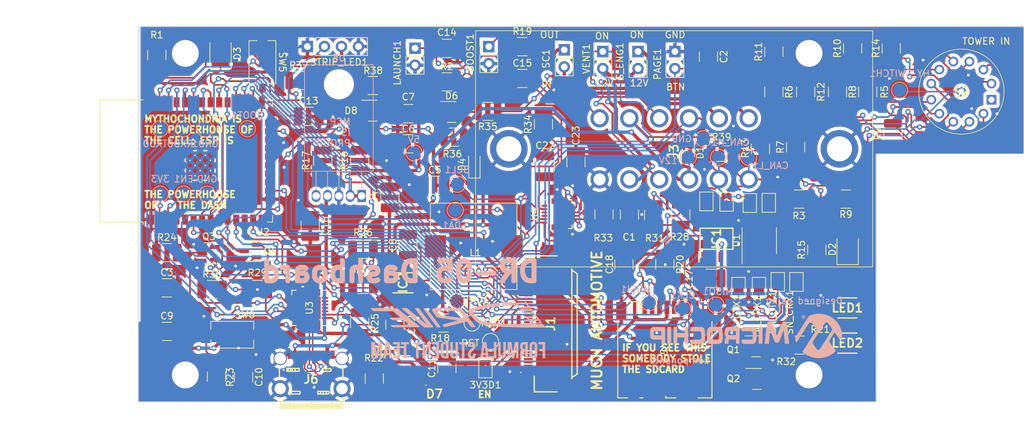
<source format=kicad_pcb>
(kicad_pcb (version 20240108) (generator "pcbnew") (generator_version "8.0")
  (layers (0 "F.Cu" signal) (31 "B.Cu" signal) (34 "B.Paste" user) (35 "F.Paste" user) (36 "B.SilkS" user "B.Silkscreen") (37 "F.SilkS" user "F.Silkscreen") (38 "B.Mask" user) (39 "F.Mask" user) (44 "Edge.Cuts" user))
  (net 0 "")
  (net 1 "3V3")
  (net 2 "GND")
  (net 3 "BUTTON_CHANGE_LCD_PAGE")
  (net 4 "12V")
  (net 5 "5V")
  (net 6 "Net-(IC2-BOOST)")
  (net 7 "EN")
  (net 8 "BOOT")
  (net 9 "LAUNCH_CONTROL")
  (net 10 "HYBRID_BOOST")
  (net 11 "Net-(U4-CPOUT)")
  (net 12 "Net-(U4-REGOUT)")
  (net 13 "LED_NEUTRAL")
  (net 14 "Net-(D2-A)")
  (net 15 "LED_STATUS")
  (net 16 "Net-(D3-A)")
  (net 17 "CAN_TX")
  (net 18 "CAN_RX")
  (net 19 "CAN_L")
  (net 20 "CAN_H")
  (net 21 "BUTTON_ON{slash}OFF_VENTILATOR")
  (net 22 "BUTTON_START_ENGINE")
  (net 23 "SWITCH_ROTARY_HYBRID")
  (net 24 "SC_OUT")
  (net 25 "SC_IN")
  (net 27 "Net-(LED1-A_1)")
  (net 28 "LED_SHIFT")
  (net 29 "Net-(Q1-C)")
  (net 30 "Net-(Q2-C)")
  (net 31 "Net-(Q3-B)")
  (net 32 "RTS")
  (net 33 "Net-(Q4-B)")
  (net 34 "DTR")
  (net 35 "Net-(S2-NO_1)")
  (net 36 "Net-(S2-NO_2)")
  (net 37 "Net-(S2-NO_3)")
  (net 38 "Net-(S2-NO_4)")
  (net 39 "Net-(S2-NO_5)")
  (net 40 "Net-(S2-NO_6)")
  (net 41 "Net-(S2-NO_7)")
  (net 42 "Net-(S2-NO_8)")
  (net 43 "Net-(S2-NO_9)")
  (net 44 "Net-(S2-NO_10)")
  (net 45 "Net-(S2-NO_11)")
  (net 46 "Net-(IC2-FB)")
  (net 47 "Net-(IC2-PG)")
  (net 48 "SD_MOSI")
  (net 49 "Net-(U3-~{RST})")
  (net 50 "Net-(U3-VBUS)")
  (net 52 "SD_CS")
  (net 53 "SD_CLK")
  (net 54 "ACC_SCL")
  (net 55 "ACC_SDA")
  (net 56 "RXD")
  (net 57 "TXD")
  (net 58 "SD_MISO")
  (net 59 "TXD0")
  (net 60 "RXD0")
  (net 63 "BUTTON_ON{slash}OFF_VENTILATOR_STATUS")
  (net 71 "RSTD")
  (net 88 "D+")
  (net 89 "D-")
  (net 128 "Net-(LED2-A_1)")
  (net 130 "Net-(D4-K)")
  (net 132 "Net-(J6-CC1)")
  (net 134 "Net-(J6-CC2)")
  (net 137 "5V_USB")
  (net 138 "SC_STATUS")
  (net 139 "LED_STRIP")
  (net 141 "unconnected-(U2-IO5-Pad29)")
  (net 142 "Net-(ATA_CH1-A)")
  (net 143 "Net-(ATA_CL1-A)")
  (net 144 "Net-(A_CRX1-B)")
  (net 145 "Net-(A_CTX1-B)")
  (net 146 "Net-(SN_CH1-A)")
  (net 147 "Net-(SN_CL1-A)")
  (net 148 "Net-(SN_CRX1-B)")
  (net 149 "Net-(SN_CTX1-B)")
  (net 150 "Net-(3V3D1-A)")
  (footprint "Capacitor_SMD:C_1210_3225Metric_Pad1.33x2.70mm_HandSolder" (layer "F.Cu") (at 140.25 91 180)
    (property "Reference" "C7")
    (property "Value" "22uF")
  )
  (footprint "Resistor_SMD:R_1210_3225Metric_Pad1.30x2.65mm_HandSolder" (layer "F.Cu") (at 176.825 106.125 90)
    (property "Reference" "R31")
    (property "Value" "10k")
  )
  (footprint "Jumper:SolderJumper-2_P1.3mm_Open_TrianglePad1.0x1.5mm" (layer "F.Cu") (at 194 104.31 90)
    (property "Reference" "SN_CL1" (hide yes))
    (property "Value" "SolderJumper_2_Open")
  )
  (footprint "Package_TO_SOT_SMD:SOT-23" (layer "F.Cu") (at 134.95 90.55)
    (property "Reference" "D8")
    (property "Value" "BZX84C4V3")
  )
  (footprint "Resistor_SMD:R_1210_3225Metric" (layer "F.Cu") (at 201.15 111.3375 90)
    (property "Reference" "R15")
    (property "Value" "249")
  )
  (footprint "Jumper:SolderJumper-2_P1.3mm_Open_TrianglePad1.0x1.5mm" (layer "F.Cu") (at 191.16 104.34 90)
    (property "Reference" "SN_CH1" (hide yes))
    (property "Value" "SolderJumper_2_Open")
  )
  (footprint "Resistor_SMD:R_1210_3225Metric_Pad1.30x2.65mm_HandSolder" (layer "F.Cu") (at 186.944 96.774)
    (property "Reference" "R39")
    (property "Value" "120")
  )
  (footprint "Connector_PinHeader_2.54mm:PinHeader_1x02_P2.54mm_Vertical" (layer "F.Cu") (at 169.25 81.725)
    (property "Reference" "VENT1")
    (property "Value" "SW_Push")
  )
  (footprint "Resistor_SMD:R_1210_3225Metric_Pad1.30x2.65mm_HandSolder" (layer "F.Cu") (at 160.4 92.575 90)
    (property "Reference" "R34")
    (property "Value" "1.5k")
  )
  (footprint "DR-05/footprints:SP0503BAHTG" (layer "F.Cu") (at 140.5 130.525 90)
    (property "Reference" "D7")
    (property "Value" "SP0503BAHTG" (hide yes))
  )
  (footprint "DR-05/footprints:SOIC127P600X175-8N" (layer "F.Cu") (at 186.205 109.675 90)
    (property "Reference" "IC1")
    (property "Value" "ATA6563-GAQW1" (hide yes))
  )
  (footprint "Capacitor_SMD:C_1210_3225Metric_Pad1.33x2.70mm_HandSolder" (layer "F.Cu") (at 140.25 95.5 180)
    (property "Reference" "C6")
    (property "Value" "22uF")
  )
  (footprint "Capacitor_SMD:C_1210_3225Metric_Pad1.33x2.70mm_HandSolder" (layer "F.Cu") (at 185.325 115.575)
    (property "Reference" "C17")
    (property "Value" "0.1uF")
  )
  (footprint "Resistor_SMD:R_1210_3225Metric" (layer "F.Cu") (at 147.05 94.5)
    (property "Reference" "R36")
    (property "Value" "15k")
  )
  (footprint "Connector_PinHeader_2.54mm:PinHeader_1x02_P2.54mm_Vertical" (layer "F.Cu") (at 141.25 81.225)
    (property "Reference" "LAUNCH1")
    (property "Value" "SW_Push")
  )
  (footprint "Package_TO_SOT_SMD:SOT-23" (layer "F.Cu") (at 110.4625 111.85 180)
    (property "Reference" "Q3")
    (property "Value" "BC850")
  )
  (footprint "Resistor_SMD:R_1210_3225Metric_Pad1.30x2.65mm_HandSolder" (layer "F.Cu") (at 133 122.25 -90)
    (property "Reference" "R25")
    (property "Value" "10K")
  )
  (footprint "Resistor_SMD:R_1210_3225Metric_Pad1.30x2.65mm_HandSolder" (layer "F.Cu") (at 192.75 96.25 -90)
    (property "Reference" "R13")
    (property "Value" "200k")
  )
  (footprint "Capacitor_SMD:C_1210_3225Metric_Pad1.33x2.70mm_HandSolder" (layer "F.Cu") (at 160.65 98.8625 90)
    (property "Reference" "C22")
    (property "Value" "2.2nF")
  )
  (footprint "Resistor_SMD:R_1210_3225Metric_Pad1.30x2.65mm_HandSolder" (layer "F.Cu") (at 198 96 90)
    (property "Reference" "R7")
    (property "Value" "15k")
  )
  (footprint "Capacitor_SMD:C_1210_3225Metric_Pad1.33x2.70mm_HandSolder" (layer "F.Cu") (at 140.2 110.6 -90)
    (property "Reference" "C8")
    (property "Value" "330nF")
  )
  (footprint "Resistor_SMD:R_1210_3225Metric_Pad1.30x2.65mm_HandSolder" (layer "F.Cu") (at 117.75 117.25 180)
    (property "Reference" "R29")
    (property "Value" "10K")
  )
  (footprint "Resistor_SMD:R_1210_3225Metric" (layer "F.Cu") (at 102.75 82.25 -90)
    (property "Reference" "R1")
    (property "Value" "249")
  )
  (footprint "Package_SO:SOIC-8_3.9x4.9mm_P1.27mm" (layer "F.Cu") (at 192.575 109.95 90)
    (property "Reference" "U1")
    (property "Value" "SN65HVD230")
  )
  (footprint "Capacitor_SMD:C_1210_3225Metric_Pad1.33x2.70mm_HandSolder" (layer "F.Cu") (at 173.225 106.05 90)
    (property "Reference" "C1")
    (property "Value" "0.1uF")
  )
  (footprint "DR-05/footprints:BAT760-7" (layer "F.Cu") (at 138.8 126.5 180)
    (property "Reference" "D5")
    (property "Value" "BAT760-7" (hide yes))
  )
  (footprint "Capacitor_SMD:C_1210_3225Metric_Pad1.33x2.70mm_HandSolder" (layer "F.Cu") (at 125.4 91.4)
    (property "Reference" "C13")
    (property "Value" "0.1uF")
  )
  (footprint "Resistor_SMD:R_1210_3225Metric_Pad1.30x2.65mm_HandSolder" (layer "F.Cu") (at 178.5 113.5 -90)
    (property "Reference" "R20")
    (property "Value" "10k")
  )
  (footprint "Button_Switch_SMD:SW_Tactile_SPST_NO_Straight_CK_PTS636Sx25SMTRLFS" (layer "F.Cu") (at 118.5 83.3 -90)
    (property "Reference" "SW5")
    (property "Value" "boot_button")
  )
  (footprint "Connector_PinHeader_2.54mm:PinHeader_1x02_P2.54mm_Vertical" (layer "F.Cu") (at 152.25 80.99)
    (property "Reference" "BOOST1")
    (property "Value" "SW_Push")
  )
  (footprint "Capacitor_SMD:C_1210_3225Metric_Pad1.33x2.70mm_HandSolder" (layer "F.Cu") (at 104.25 123.5)
    (property "Reference" "C9")
    (property "Value" "0.1uF")
  )
  (footprint "Diode_SMD:D_1210_3225Metric" (layer "F.Cu") (at 205.75 111.25 90)
    (property "Reference" "D2")
    (property "Value" "LED_GREEN")
  )
  (footprint "Resistor_SMD:R_1210_3225Metric_Pad1.30x2.65mm_HandSolder" (layer "F.Cu") (at 205.5 103.75 180)
    (property "Reference" "R9")
    (property "Value" "27k")
  )
  (footprint "Connector_PinHeader_2.54mm:PinHeader_1x02_P2.54mm_Vertical" (layer "F.Cu") (at 174.5 81.725)
    (property "Reference" "S_ENG1")
    (property "Value" "SW_Push")
  )
  (footprint "Resistor_SMD:R_1210_3225Metric_Pad1.30x2.65mm_HandSolder" (layer "F.Cu") (at 169.425 106.025 90)
    (property "Reference" "R33")
    (property "Value" "1.5k")
  )
  (footprint "Capacitor_SMD:C_1210_3225Metric_Pad1.33x2.70mm_HandSolder" (layer "F.Cu") (at 185 82.5 -90)
    (property "Reference" "C2")
    (property "Value" "0.1uF")
  )
  (footprint "Resistor_SMD:R_1210_3225Metric_Pad1.30x2.65mm_HandSolder" (layer "F.Cu") (at 133 98 90)
    (property "Reference" "R16")
    (property "Value" "52.3k")
  )
  (footprint "Resistor_SMD:R_1210_3225Metric_Pad1.30x2.65mm_HandSolder" (layer "F.Cu") (at 145.5 122.25 180)
    (property "Reference" "R18")
    (property "Value" "100k")
  )
  (footprint "DR-05/footprints:GRPSLM3123FTGP45FG" (layer "F.Cu") (at 204.99 120)
    (property "Reference" "LED1")
    (property "Value" "GR_PSLM31.23-FTGP-45-FG" (hide yes))
  )
  (footprint "Jumper:SolderJumper-2_P1.3mm_Open_TrianglePad1.0x1.5mm" (layer "F.Cu") (at 151.75 129.025 90)
    (property "Reference" "3V3D1")
    (property "Value" "SolderJumper_2_Open")
  )
  (footprint "Capacitor_SMD:C_1210_3225Metric_Pad1.33x2.70mm_HandSolder" (layer "F.Cu") (at 146 129 -90)
    (property "Reference" "C11")
    (property "Value" "1uF")
  )
  (footprint "Capacitor_SMD:C_1210_3225Metric_Pad1.33x2.70mm_HandSolder" (layer "F.Cu") (at 125.625 107.75 -90)
    (property "Reference" "C16")
    (property "Value" "10 uF")
  )
  (footprint "DR-05/footprints:QFN28_5X5_SIL" (layer "F.Cu") (at 125.5 120 90)
    (property "Reference" "U3")
    (property "Value" "CP2102-GMR")
  )
  (footprint "DR-05/footprints:GRPSLM3123FTGP45FG" (layer "F.Cu") (at 204.99 125.25)
    (property "Reference" "LED2")
    (property "Value" "GR_PSLM31.23-FTGP-45-FG" (hide yes))
  )
  (footprint "DR-05/footprints:USB480003A" (layer "F.Cu") (at 125.76 130.65)
    (property "Reference" "J6")
    (property "Value" "USB4800-03-A" (hide yes))
  )
  (footprint "Sensor_Motion:InvenSense_QFN-24_4x4mm_P0.5mm" (layer "F.Cu") (at 162.5 106 90)
    (property "Reference" "U4")
    (property "Value" "MPU-6050")
  )
  (footprint "Jumper:SolderJumper-2_P1.3mm_Open_TrianglePad1.0x1.5mm" (layer "F.Cu") (at 187.7 104.15 90)
    (property "Reference" "ATA_CL1" (hide yes))
    (property "Value" "SolderJumper_2_Open")
  )
  (footprint "Jumper:SolderJumper-2_P1.3mm_Open_TrianglePad1.0x1.5mm" (layer "F.Cu") (at 184.7 104.1 90)
    (property "Reference" "ATA_CH1" (hide yes))
    (property "Value" "SolderJumper_2_Open")
  )
  (footprint "Resistor_SMD:R_1210_3225Metric_Pad1.30x2.65mm_HandSolder" (layer "F.Cu") (at 133.5 111.25 180)
    (property "Reference" "R26")
    (property "Value" "22.1k")
  )
  (footprint "Package_TO_SOT_SMD:SOT-23" (layer "F.Cu") (at 146.7125 90.75)
    (property "Reference" "D6")
    (property "Value" "BZX84C4V3")
  )
  (footprint "Capacitor_SMD:C_1210_3225Metric_Pad1.33x2.70mm_HandSolder" (layer "F.Cu") (at 146 81.25 180)
    (property "Reference" "C14")
    (property "Value" "0.1uF")
  )
  (footprint "Capacitor_SMD:C_1210_3225Metric_Pad1.33x2.70mm_HandSolder" (layer "F.Cu") (at 172.4 113.5 90)
    (property "Reference" "C18")
    (property "Value" "1uF")
  )
  (footprint "DR-05/footprints:DT1512PA" (layer "F.Cu") (at 191 100.81 90)
    (property "Reference" "J3")
    (property "Value" "DT15-12PA" (hide yes))
  )
  (footprint "Diode_SMD:D_1210_3225Metric" (layer "F.Cu") (at 112.25 82 90)
    (property "Reference" "D3")
    (property "Value" "LED_RED")
  )
  (footprint "DR-05/footprints:DM3CS_SF" (layer "F.Cu") (at 178.499999 126.251501 180)
    (property "Reference" "J2")
    (property "Value" "DM3CS-SF")
  )
  (footprint "Jumper:SolderJumper-2_P1.3mm_Open_TrianglePad1.0x1.5mm" (layer "F.Cu") (at 189.484 116.84 90)
    (property "Reference" "A_CTX1")
    (property "Value" "SolderJumper_2_Open")
  )
  (footprint "Package_TO_SOT_SMD:SOT-23" (layer "F.Cu") (at 181.35 96.8025 -90)
    (property "Reference" "D1")
    (property "Value" "BZX84C18")
  )
  (footprint "Resistor_SMD:R_1210_3225Metric_Pad1.30x2.65mm_HandSolder" (layer "F.Cu") (at 111 117.25)
    (property "Reference" "R30")
    (property "Value" "10K")
  )
  (footprint "Resistor_SMD:R_1210_3225Metric_Pad1.30x2.65mm_HandSolder" (layer "F.Cu") (at 198.5 103.75)
    (property "Reference" "R3")
    (property "Value" "20k")
  )
  (footprint "Resistor_SMD:R_1210_3225Metric" (layer "F.Cu") (at 146 86.25)
    (property "Reference" "R2")
    (property "Value" "2k2")
  )
  (footprint "DR-05/footprints:MCP16361TENMX" (layer "F.Cu") (at 139.45 116.25 -90)
    (property "Reference" "IC2")
    (property "Value" "MCP16361T-E_NMX" (hide yes))
  )
  (footprint "Resistor_SMD:R_1210_3225Metric_Pad1.30x2.65mm_HandSolder" (layer "F.Cu") (at 204.25 87.75 90)
    (property "Reference" "R8")
    (property "Value" "20k")
  )
  (footprint "Resistor_SMD:R_1210_3225Metric_Pad1.30x2.65mm_HandSolder" (layer "F.Cu") (at 133.5 116.5)
    (property "Reference" "R27")
    (property "Value" "47.5k")
  )
  (footprint "Connector_PinHeader_2.54mm:PinHeader_1x02_P2.54mm_Vertical" (layer "F.Cu") (at 163.5 81.475)
    (property "Reference" "SC1")
    (property "Value" "SW_Push")
  )
  (footprint "Resistor_SMD:R_1210_3225Metric_Pad1.30x2.65mm_HandSolder" (layer "F.Cu") (at 194.75 81.75 90)
    (property "Reference" "R11")
    (property "Value" "62k")
  )
  (footprint "Jumper:SolderJumper-2_P1.3mm_Open_TrianglePad1.0x1.5mm" (layer "F.Cu") (at 198.12 116.115 90)
    (property "Reference" "SN_CRX1")
    (property "Value" "SolderJumper_2_Open")
  )
  (footprint "Diode_SMD:D_SOD-323_HandSoldering" (layer "F.Cu") (at 150.1 98.6 90)
    (property "Reference" "D4")
    (property "Value" "PMEG1030EJ")
  )
  (footprint "Resistor_SMD:R_1210_3225Metric" (layer "F.Cu") (at 152.1 90.65 180)
    (property "Reference" "R35")
    (property "Value" "68k")
  )
  (footprint "TestPoint:TestPoint_Pad_D2.0mm" (layer "F.Cu") (at 147.5 119)
    (property "Reference" "TXD1")
    (property "Value" "TestPoint")
  )
  (footprint "Resistor_SMD:R_1210_3225Metric" (layer "F.Cu") (at 198.59 125.55 180)
    (property "Reference" "R32")
    (property "Value" "22")
  )
  (footprint "Inductor_SMD:L_Vishay_IHLP-5050" (layer "F.Cu") (at 150 110.8 180)
    (property "Reference" "L1")
    (property "Value" "2.2 uH")
  )
  (footprint "Resistor_SMD:R_1210_3225Metric_Pad1.30x2.65mm_HandSolder" (layer "F.Cu") (at 212.5 94 90)
    (property "Reference" "R4")
    (property "Value" "3.9k")
  )
  (footprint "Package_TO_SOT_SMD:SOT-23" (layer "F.Cu") (at 116.6875 111.5 180)
    (property "Reference" "Q4")
    (property "Value" "BC850")
  )
  (footprint "Button_Switch_SMD:SW_Tactile_SPST_NO_Straight_CK_PTS636Sx25SMTRLFS" (layer "F.Cu") (at 114 124 180)
    (property "Reference" "SW6")
    (property "Value" "boot_button")
  )
  (footprint "Jumper:SolderJumper-2_P1.3mm_Open_TrianglePad1.0x1.5mm" (layer "F.Cu") (at 195.326 116.115 90)
    (property "Reference" "SN_CTX1")
    (property "Value" "SolderJumper_2_Open")
  )
  (footprint "Capacitor_SMD:C_1210_3225Metric_Pad1.33x2.70mm_HandSolder" (layer "F.Cu") (at 165.25 98.25 90)
    (property "Reference" "C23")
    (property "Value" "0.1uF")
  )
  (footprint "Connector_PinHeader_2.54mm:PinHeader_1x02_P2.54mm_Vertical" (layer "F.Cu") (at 180 81.725)
    (property "Reference" "PAGE1")
    (property "Value" "SW_Push")
  )
  (footprint "DR-05/footprints:56SP3001B12N" (layer "F.Cu") (at 227.204 88.915)
    (property "Reference" "S2")
    (property "Value" "56DP30-01-1-AJN" (hide yes))
  )
  (footprint "Resistor_SMD:R_1210_3225Metric" (layer "F.Cu") (at 134.95 86.8 180)
    (property "Reference" "R38")
    (property "Value" "15k")
  )
  (footprint "Package_TO_SOT_SMD:SOT-23" (layer "F.Cu") (at 192.1025 125.73)
    (property "Reference" "Q1")
    (property "Value" "BC850")
  )
  (footprint "Resistor_SMD:R_1210_3225Metric_Pad1.30x2.65mm_HandSolder" (layer "F.Cu") (at 212.25 81.25 90)
    (property "Reference" "R14")
    (property "Value" "910k")
  )
  (footprint "RF_Module:ESP32-WROOM-32" (layer "F.Cu") (at 110.135 98.0575 90)
    (property "Reference" "U2")
    (property "Value" "ESP32-WROOM-32")
  )
  (footprint "Jumper:SolderJumper-2_P1.3mm_Open_TrianglePad1.0x1.5mm" (layer "F.Cu") (at 192.532 116.84 90)
    (property "Reference" "A_CRX1")
    (property "Value" "SolderJumper_2_Open")
  )
  (footprint "Resistor_SMD:R_1210_3225Metric_Pad1.30x2.65mm_HandSolder" (layer "F.Cu") (at 206.5 81.25 90)
    (property "Reference" "R10")
    (property "Value" "39k")
  )
  (footprint "Connector_PinSocket_2.54mm:PinSocket_1x04_P2.54mm_Vertical" (layer "F.Cu") (at 125.2 80.975 90)
    (property "Reference" "STRIP_LED1")
    (property "Value" "Conn_01x04_Pin")
  )
  (footprint "Capacitor_SMD:C_1210_3225Metric_Pad1.33x2.70mm_HandSolder" (layer "F.Cu") (at 138.25 122.5 90)
    (property "Reference" "C12")
    (property "Value" "0.1uF")
  )
  (footprint "Resistor_SMD:R_1210_3225Metric" (layer "F.Cu") (at 157.25 81)
    (property "Reference" "R19")
    (property "Value" "2k2")
  )
  (footprint "DR-05/footprints:F31L1A7H111030" (layer "F.Cu") (at 161.79 122.375 90)
    (property "Reference" "J1")
    (property "Value" "F31L-1A7H1-11030" (hide yes))
  )
  (footprint "TestPoint:TestPoint_Pad_D2.0mm" (layer "F.Cu") (at 149.75 122.25)
    (property "Reference" "RXD1")
    (property "Value" "TestPoint")
  )
  (footprint "Capacitor_SMD:C_1210_3225Metric_Pad1.33x2.70mm_HandSolder" (layer "F.Cu") (at 144.2 101.7)
    (property "Reference" "C5")
    (property "Value" "10 uF")
  )
  (footprint "Resistor_SMD:R_1210_3225Metric_Pad1.30x2.65mm_HandSolder" (layer "F.Cu") (at 208.75 87.75 -90)
    (property "Reference" "R5")
    (property "Value" "6.8k")
  )
  (footprint "Resistor_SMD:R_1210_3225Metric_Pad1.30x2.65mm_HandSolder" (layer "F.Cu") (at 135.175 130.55 -90)
    (property "Reference" "R22")
    (property "Value" "5.1k")
  )
  (footprint "Resistor_SMD:R_1210_3225Metric_Pad1.30x2.65mm_HandSolder" (layer "F.Cu") (at 104.25 111.75)
    (property "Reference" "R24")
    (property "Value" "10K")
  )
  (footprint "Resistor_SMD:R_1210_3225Metric" (layer "F.Cu") (at 123.95 86.05)
    (property "Reference" "R37")
    (property "Value" "68k")
  )
  (footprint "Resistor_SMD:R_1210_3225Metric_Pad1.30x2.65mm_HandSolder" (layer "F.Cu") (at 199.5 87.75 -90)
    (property "Reference" "R12")
    (property "Value" "110k")
  )
  (footprint "Package_TO_SOT_SMD:SOT-23" (layer "F.Cu") (at 192.2225 130.59)
    (property "Reference" "Q2")
    (property "Value" "BC850")
  )
  (footprint "Resistor_SMD:R_1210_3225Metric_Pad1.30x2.65mm_HandSolder" (layer "F.Cu") (at 194.75 87.75 -90)
    (property "Reference" "R6")
    (property "Value" "10k")
  )
  (footprint "Resistor_SMD:R_1210_3225Metric_Pad1.30x2.65mm_HandSolder" (layer "F.Cu") (at 127.5 98 -90)
    (property "Reference" "R17")
    (property "Value" "10k")
  )
  (footprint "TestPoint:TestPoint_Pad_D2.0mm" (layer "F.Cu") (at 152.5 125)
    (property "Reference" "RST")
    (property "Value" "TestPoint")
  )
  (footprint "Capacitor_SMD:C_1210_3225Metric_Pad1.33x2.70mm_HandSolder" (layer "F.Cu") (at 137.5 103.5 90)
    (property "Reference" "C4")
    (property "Value" "10uF")
  )
  (footprint "Resistor_SMD:R_1210_3225Metric" (layer "F.Cu") (at 200.152 120.76 180)
    (property "Reference" "R21")
    (property "Value" "22")
  )
  (footprint "Resistor_SMD:R_1210_3225Metric_Pad1.30x2.65mm_HandSolder" (layer "F.Cu") (at 115.7 130.325 90)
    (property "Reference" "R23")
    (property "Value" "5.1k")
  )
  (footprint "Capacitor_SMD:C_1210_3225Metric_Pad1.33x2.70mm_HandSolder" (layer "F.Cu") (at 111.65 130.25 -90)
    (property "Reference" "C10")
    (property "Value" "0.1uF")
  )
  (footprint "Resistor_SMD:R_1210_3225Metric_Pad1.30x2.65mm_HandSolder" (layer "F.Cu") (at 180.875 106.075 90)
    (property "Reference" "R28")
    (property "Value" "10k")
  )
  (footprint "Capacitor_SMD:C_1210_3225Metric_Pad1.33x2.70mm_HandSolder" (layer "F.Cu") (at 104.25 117)
    (property "Reference" "C3")
    (property "Value" "22uF")
  )
  (footprint "Capacitor_SMD:C_1210_3225Metric_Pad1.33x2.70mm_HandSolder" (layer "F.Cu") (at 157.25 85.75)
    (property "Reference" "C15")
    (property "Value" "0.1uF")
  )
  (footprint "TestPoint:TestPoint_Pad_D2.0mm" (layer "B.Cu") (at 181.175 120.1 180)
    (property "Reference" "CLK1")
    (property "Value" "TestPoint")
  )
  (footprint "TestPoint:TestPoint_Pad_D2.0mm" (layer "B.Cu") (at 186.5 97.5 180)
    (property "Reference" "CAN_H1")
    (property "Value" "TestPoint")
  )
  (footprint "Package_TO_SOT_THT:TO-220-5_Horizontal_TabDown" (layer "B.Cu") (at 133.3 103.28 180)
    (property "Reference" "U5")
    (property "Value" "MIC29301")
  )
  (footprint "LOGO" (layer "B.Cu") (at 147.629005 123.104957 180)
    (property "Reference" "")
    (property "Value" "LOGO" (hide yes))
  )
  (footprint "TestPoint:TestPoint_Pad_D2.0mm" (layer "B.Cu") (at 110.25 103 180)
    (property "Reference" "GND")
    (property "Value" "TestPoint")
  )
  (footprint "TestPoint:TestPoint_Pad_D2.0mm" (layer "B.Cu") (at 213.5 87.5 180)
    (property "Reference" "HY_SWITCH1")
    (property "Value" "TestPoint")
  )
  (footprint "TestPoint:TestPoint_Pad_D2.0mm" (layer "B.Cu") (at 109.95 93.25 180)
    (property "Reference" "GND1")
    (property "Value" "TestPoint")
  )
  (footprint "TestPoint:TestPoint_Pad_D2.0mm" (layer "B.Cu") (at 116.25 93.25 180)
    (property "Reference" "BOOT1")
    (property "Value" "TestPoint")
  )
  (footprint "LOGO" (layer "B.Cu") (at 190.627 124.206 180)
    (property "Reference" "")
    (property "Value" "LOGO" (hide yes))
  )
  (footprint "TestPoint:TestPoint_Pad_D2.0mm" (layer "B.Cu") (at 106.75 93.25 180)
    (property "Reference" "RXD0")
    (property "Value" "TestPoint")
  )
  (footprint "TestPoint:TestPoint_Pad_D2.0mm" (layer "B.Cu") (at 103.25 93.25 180)
    (property "Reference" "TXD0")
    (property "Value" "TestPoint")
  )
  (footprint "TestPoint:TestPoint_Pad_D2.0mm" (layer "B.Cu") (at 182 97.5 180)
    (property "Reference" "12V1" (hide yes))
    (property "Value" "TestPoint")
  )
  (footprint "TestPoint:TestPoint_Pad_D2.0mm" (layer "B.Cu") (at 186.125 119.55 180)
    (property "Reference" "MISO1")
    (property "Value" "TestPoint" (hide yes))
  )
  (footprint "TestPoint:TestPoint_Pad_D2.0mm" (layer "B.Cu") (at 176.175 119.225 180)
    (property "Reference" "MOSI1")
    (property "Value" "TestPoint" (hide yes))
  )
  (footprint "TestPoint:TestPoint_Pad_D2.0mm" (layer "B.Cu") (at 191 97.5 180)
    (property "Reference" "CAN_L1")
    (property "Value" "TestPoint")
  )
  (footprint "TestPoint:TestPoint_Pad_D2.0mm" (layer "B.Cu") (at 147.25 105.425 180)
    (property "Reference" "SDA1")
    (property "Value" "TestPoint")
  )
  (footprint "TestPoint:TestPoint_Pad_D2.0mm" (layer "B.Cu") (at 184.25 94.75 180)
    (property "Reference" "GND")
    (property "Value" "TestPoint")
  )
  (footprint "TestPoint:TestPoint_Pad_D2.0mm" (layer "B.Cu") (at 141.1 96.85 180)
    (property "Reference" "5V")
    (property "Value" "TestPoint")
  )
  (footprint "TestPoint:TestPoint_Pad_D2.0mm" (layer "B.Cu") (at 106.75 103 180)
    (property "Reference" "EN1")
    (property "Value" "TestPoint")
  )
  (footprint "TestPoint:TestPoint_Pad_D2.0mm" (layer "B.Cu") (at 103.25 103 180)
    (property "Reference" "3V3")
    (property "Value" "TestPoint")
  )
  (footprint "TestPoint:TestPoint_Pad_D2.0mm" (layer "B.Cu") (at 147.575 101.525 180)
    (property "Reference" "SCL1")
    (property "Value" "TestPoint")
  )
  (gr_poly (pts (xy 232 78) (xy 232 97) (xy 210 97) (xy 210 134) (xy 100 134) (xy 100 78)) (stroke (width 0.1)) (fill none) (layer "Edge.Cuts"))
  (gr_text "DR-05 Dashboard" (at 160.2 116.35 0) (layer "B.SilkS") (effects (font (size 3 3) (thickness 0.75) (bold yes)) (justify left bottom mirror)))
  (gr_text "components" (at 185.293 128.397 0) (layer "B.SilkS") (effects (font (size 1 1)) (justify left bottom mirror)))
  (gr_text "Designed using" (at 205.105 119.507 0) (layer "B.SilkS") (effects (font (size 1 1)) (justify left bottom mirror)))
  (gr_text "12V" (at 179 98 0) (layer "B.SilkS") (effects (font (size 1 1)) (justify mirror)))
  (gr_text "MCP\nIS\nPROUD" (at 131.75 96 0) (layer "B.SilkS") (effects (font (size 1 1)) (justify left bottom mirror)))
  (gr_text "EN" (at 150.5 133.5 0) (layer "F.SilkS") (effects (font (size 1 1) (thickness 0.25) (bold yes)) (justify left bottom)))
  (gr_text "IF YOU SEE THIS\nSOMEBODY STOLE\nTHE SDCARD" (at 172 129.75 0) (layer "F.SilkS") (effects (font (size 1 1) (thickness 0.25) (bold yes)) (justify left bottom)))
  (gr_text "BTN" (at 178.6 87.6 0) (layer "F.SilkS") (effects (font (size 1 1)) (justify left bottom)))
  (gr_text "IN" (at 160 87.2 0) (layer "F.SilkS") (effects (font (size 1 1)) (justify left bottom)))
  (gr_text "12V " (at 168 87 0) (layer "F.SilkS") (effects (font (size 1 1)) (justify left bottom)))
  (gr_text "ON" (at 173.2 79.8 0) (layer "F.SilkS") (effects (font (size 1 1)) (justify left bottom)))
  (gr_text "MUCH AUTOMOTIVE" (at 169.25 132.5 90) (layer "F.SilkS") (effects (font (size 1.5 1.5) (thickness 0.3) (bold yes)) (justify left bottom)))
  (gr_text "OUT" (at 159.8 79.8 0) (layer "F.SilkS") (effects (font (size 1 1)) (justify left bottom)))
  (gr_text "12V" (at 173.2 87 0) (layer "F.SilkS") (effects (font (size 1 1)) (justify left bottom)))
  (gr_text "MYTHOCHONDRIA IS\nTHE POWERHOUSE OF \nTHE CELL; ESP IS\n\n\n\n\nTHE POWERHOUSE \nOF    THE DASH" (at 100.75 105.25 0) (layer "F.SilkS") (effects (font (size 1 1) (thickness 0.25) (bold yes)) (justify left bottom)))
  (gr_text "TOWER IN" (at 222.758 80.772 0) (layer "F.SilkS") (effects (font (size 1 1)) (justify left bottom)))
  (gr_text "ON" (at 168 80 0) (layer "F.SilkS") (effects (font (size 1 1)) (justify left bottom)))
  (gr_text "GND" (at 178.4 79.8 0) (layer "F.SilkS") (effects (font (size 1 1)) (justify left bottom)))
  (segment (start 180.848 107.652) (end 180.848 108.966) (width 0.25) (layer "F.Cu") (net 1))
  (segment (start 127.75 123.85) (end 127.8 123.8) (width 0.5) (layer "F.Cu") (net 1))
  (segment (start 179.578 109.22) (end 178.5 110.298) (width 0.25) (layer "F.Cu") (net 1))
  (segment (start 174 121.75) (end 174.6 121.75) (width 0.5) (layer "F.Cu") (net 1))
  (segment (start 103.155 108.545) (end 102.7 109) (width 0.5) (layer "F.Cu") (net 1))
  (segment (start 138.1875 124) (end 133.2 124) (width 0.5) (layer "F.Cu") (net 1))
  (segment (start 174.6 121.75) (end 178.453301 121.75) (width 0.5) (layer "F.Cu") (net 1))
  (segment (start 163.075 101.825) (end 163.075 92) (width 0.25) (layer "F.Cu") (net 1))
  (segment (start 127.8 123.8) (end 133 123.8) (width 0.5) (layer "F.Cu") (net 1))
  (segment (start 127.6 106.125) (end 128 105.725) (width 0.25) (layer "F.Cu") (net 1))
  (segment (start 148.75 129.65) (end 148.75 128.3) (width 0.5) (layer "F.Cu") (net 1))
  (segment (start 193.294 109.22) (end 193.548 109.22) (width 0.25) (layer "F.Cu") (net 1))
  (segment (start 172.4 115.0625) (end 172.4 117.4) (width 0.5) (layer "F.Cu") (net 1))
  (segment (start 140.5625 124.0625) (end 141.5 125) (width 0.5) (layer "F.Cu") (net 1))
  (segment (start 165.75 107.559315) (end 165.75 107.75) (width 0.25) (layer "F.Cu") (net 1))
  (segment (start 115.75 121.5) (end 111.25 126) (width 0.5) (layer "F.Cu") (net 1))
  (segment (start 187.856 109.22) (end 188.11 108.966) (width 0.25) (layer "F.Cu") (net 1))
  (segment (start 127.9625 106.1875) (end 128 106.225) (width 0.25) (layer "F.Cu") (net 1))
  (segment (start 128.5 114.5) (end 128 114) (width 0.5) (layer "F.Cu") (net 1))
  (segment (start 178.5 110.298) (end 178.5 111.95) (width 0.25) (layer "F.Cu") (net 1))
  (segment (start 173.5 122.25) (end 174 121.75) (width 0.5) (layer "F.Cu") (net 1))
  (segment (start 164.45 106.75) (end 164.940685 106.75) (width 0.25) (layer "F.Cu") (net 1))
  (segment (start 188.11 108.966) (end 188.11 106.975) (width 0.25) (layer "F.Cu") (net 1))
  (segment (start 164.940685 106.75) (end 165.75 107.559315) (width 0.25) (layer "F.Cu") (net 1))
  (segment (start 128 106.225) (end 128 105.725) (width 0.5) (layer "F.Cu") (net 1))
  (segment (start 127 122.3241) (end 127 123.35) (width 0.25) (layer "F.Cu") (net 1))
  (segment (start 169.425 105.825) (end 169.175 106.075) (width 0.25) (layer "F.Cu") (net 1))
  (segment (start 176.875 107.625) (end 176.825 107.675) (width 0.25) (layer "F.Cu") (net 1))
  (segment (start 128 106.7) (end 128 106.225) (width 0.5) (layer "F.Cu") (net 1))
  (segment (start 196.95 103.75) (end 196.4 104.3) (width 0.25) (layer "F.Cu") (net 1))
  (segment (start 169.425 105.825) (end 169.675 106.075) (width 0.25) (layer "F.Cu") (net 1))
  (segment (start 174 121.3) (end 174 121.75) (width 0.5) (layer "F.Cu") (net 1))
  (segment (start 161.7 130) (end 160.5 131.2) (width 0.5) (layer "F.Cu") (net 1))
  (segment (start 178.5 111.95) (end 178.6 111.85) (width 0.5) (layer "F.Cu") (net 1))
  (segment (start 148.75 128.3) (end 151.75 128.3) (width 0.5) (layer "F.Cu") (net 1))
  (segment (start 128 114) (end 128 106.7) (width 0.5) (layer "F.Cu") (net 1))
  (segment (start 102.7 111.75) (end 102.7 116.9875) (width 0.5) (layer "F.Cu") (net 1))
  (segment (start 180.875 107.625) (end 176.875 107.625) (width 0.25) (layer "F.Cu") (net 1))
  (segment (start 164.940685 106.75) (end 166.95 106.75) (width 0.25) (layer "F.Cu") (net 1))
  (segment (start 180.848 108.966) (end 181.102 109.22) (width 0.25) (layer "F.Cu") (net 1))
  (segment (start 167.625 106.075) (end 169.175 106.075) (width 0.25) (layer "F.Cu") (net 1))
  (segment (start 127.6 106.1875) (end 127.6 106.125) (width 0.25) (layer "F.Cu") (net 1))
  (segment (start 178.800001 121.4033) (end 178.800001 119.9) (width 0.5) (layer "F.Cu") (net 1))
  (segment (start 127.6 106.1875) (end 127.9625 106.1875) (width 0.25) (layer "F.Cu") (net 1))
  (segment (start 176.7625 107.6125) (end 176.825 107.675) (width 0.25) (layer "F.Cu") (net 1))
  (segment (start 187.706 109.22) (end 187.856 109.22) (width 0.25) (layer "F.Cu") (net 1))
  (segment (start 128 103.58) (end 128.3 103.28) (width 0.5) (layer "F.Cu") (net 1))
  (segment (start 173.225 107.6125) (end 176.7625 107.6125) (width 0.25) (layer "F.Cu") (net 1))
  (segment (start 122 122.5) (end 120 122.5) (width 0.5) (layer "F.Cu") (net 1))
  (segment (start 133.2 124) (end 133 123.8) (width 0.25) (layer "F.Cu") (net 1))
  (segment (start 143.5 127.25) (end 145.8125 127.25) (width 0.5) (layer "F.Cu") (net 1))
  (segment (start 103.155 111.295) (end 102.7 111.75) (width 0.5) (layer "F.Cu") (net 1))
  (segment (start 180.848 108.966) (end 180.848 109.22) (width 0.25) (layer "F.Cu") (net 1))
  (segment (start 188.11 108.966) (end 188.214 108.966) (width 0.25) (layer "F.Cu") (net 1))
  (segment (start 164 102.75) (end 163.075 101.825) (width 0.25) (layer "F.Cu") (net 1))
  (segment (start 103.155 106.8075) (end 103.155 108.545) (width 0.5) (layer "F.Cu") (net 1))
  (segment (start 178.453301 121.75) (end 178.800001 121.4033) (width 0.5) (layer "F.Cu") (net 1))
  (segment (start 164 102.75) (end 163.75 103) (width 0.25) (layer "F.Cu") (net 1))
  (segment (start 146.8625 128.3) (end 148.75 128.3) (width 0.5) (layer "F.Cu") (net 1))
  (segment (start 169.725 106.075) (end 171.6875 106.075) (width 0.25) (layer "F.Cu") (net 1))
  (segment (start 138.25 124.0625) (end 140.5625 124.0625) (width 0.5) (layer "F.Cu") (net 1))
  (segment (start 165.75 107.75) (end 165.75 107.5) (width 0.25) (layer "F.Cu") (net 1))
  (segment (start 119 121.5) (end 115.75 121.5) (width 0.5) (layer "F.Cu") (net 1))
  (segment (start 188.468 109.22) (end 187.96 109.22) (width 0.25) (layer "F.Cu") (net 1))
  (segment (start 127.8 123.8) (end 126.8 123.8) (width 0.25) (layer "F.Cu") (net 1))
  (segment (start 126.8 123.8) (end 126.500001 123.500001) (width 0.25) (layer "F.Cu") (net 1))
  (segment (start 188.468 109.22) (end 193.04 109.22) (width 0.25) (layer "F.Cu") (net 1))
  (segment (start 103.2 126) (end 109 126) (width 0.5) (layer "F.Cu") (net 1))
  (segment (start 127.75 124.524508) (end 127.75 123.85) (width 0.5) (layer "F.Cu") (net 1))
  (segment (start 102.6875 123.5) (end 102.6875 125.4875) (width 0.5) (layer "F.Cu") (net 1))
  (segment (start 172.4 117.4) (end 174 119) (width 0.5) (layer "F.Cu") (net 1))
  (segment (start 174 121.3) (end 174.15 121.3) (width 0.5) (layer "F.Cu") (net 1))
  (segment (start 160.5 131.2) (end 150.3 131.2) (width 0.5) (layer "F.Cu") (net 1))
  (segment (start 196.95 108.358) (end 196.95 103.75) (width 0.25) (layer "F.Cu") (net 1))
  (segment (start 181.102 109.22) (end 181.356 109.22) (width 0.25) (layer "F.Cu") (net 1))
  (segment (start 162.1 91.025) (end 160.4 91.025) (width 0.25) (layer "F.Cu") (net 1))
  (segment (start 193.04 109.22) (end 193.294 109.22) (width 0.25) (layer "F.Cu") (net 1))
  (segment (start 180.848 109.22) (end 181.356 109.22) (width 0.25) (layer "F.Cu") (net 1))
  (segment (start 180.848 108.966) (end 180.594 109.22) (width 0.25) (layer "F.Cu") (net 1))
  (segment (start 102.6875 123.5) (end 102.6875 117) (width 0.5) (layer "F.Cu") (net 1))
  (segment (start 165.75 130) (end 161.7 130) (width 0.5) (layer "F.Cu") (net 1))
  (segment (start 196.088 109.22) (end 196.95 108.358) (width 0.25) (layer "F.Cu") (net 1))
  (segment (start 181.35 112.6) (end 181.35 113.95) (width 0.5) (layer "F.Cu") (net 1))
  (segment (start 193.294 109.22) (end 193.294 109.728) (width 0.25) (layer "F.Cu") (net 1))
  (segment (start 102.6875 125.4875) (end 103.2 126) (width 0.5) (layer "F.Cu") (net 1))
  (segment (start 127 123.35) (end 127.45 123.8) (width 0.25) (layer "F.Cu") (net 1))
  (segment (start 187.706 109.22) (end 187.96 109.22) (width 0.25) (layer "F.Cu") (net 1))
  (segment (start 126.500001 123.500001) (end 126.500001 122.3241) (width 0.25) (layer "F.Cu") (net 1))
  (segment (start 180.594 109.22) (end 179.578 109.22) (width 0.25) (layer "F.Cu") (net 1))
  (segment (start 138.25 124.0625) (end 138.1875 124) (width 0.5) (layer "F.Cu") (net 1))
  (segment (start 169.175 106.075) (end 169.725 106.075) (width 0.25) (layer "F.Cu") (net 1))
  (segment (start 150.3 131.2) (end 148.75 129.65) (width 0.5) (layer "F.Cu") (net 1))
  (segment (start 166.95 106.75) (end 167.625 106.075) (width 0.25) (layer "F.Cu") (net 1))
  (segment (start 182.375 114.975) (end 183.7625 114.975) (width 0.5) (layer "F.Cu") (net 1))
  (segment (start 169.675 106.075) (end 169.725 106.075) (width 0.25) (layer "F.Cu") (net 1))
  (segment (start 103.25 104.75) (end 103.155 104.845) (width 0.5) (layer "F.Cu") (net 1))
  (segment (start 145.8125 127.25) (end 146 127.4375) (width 0.25) (layer "F.Cu") (net 1))
  (segment (start 180.7 111.95) (end 181.35 112.6) (width 0.5) (layer "F.Cu") (net 1))
  (segment (start 128 106.525) (end 128 106.7) (width 0.25) (layer "F.Cu") (net 1))
  (segment (start 193.294 109.728) (end 193.294 112.341) (width 0.25) (layer "F.Cu") (net 1))
  (segment (start 163.075 92) (end 162.1 91.025) (width 0.25) (layer "F.Cu") (net 1))
  (segment (start 127.45 123.8) (end 127.8 123.8) (width 0.25) (layer "F.Cu") (net 1))
  (segment (start 193.294 109.474) (end 193.04 109.22) (width 0.25) (layer "F.Cu") (net 1))
  (segment (start 181.05 107.8) (end 180.875 107.625) (width 0.5) (layer "F.Cu") (net 1))
  (segment (start 174.15 121.3) (end 174.6 121.75) (width 0.5) (layer "F.Cu") (net 1))
  (segment (start 174 119) (end 174 121.3) (width 0.5) (layer "F.Cu") (net 1))
  (segment (start 193.294 109.474) (end 193.548 109.22) (width 0.25) (layer "F.Cu") (net 1))
  (segment (start 193.548 109.22) (end 196.088 109.22) (width 0.25) (layer "F.Cu") (net 1))
  (segment (start 181.35 113.95) (end 182.375 114.975) (width 0.5) (layer "F.Cu") (net 1))
  (segment (start 163.75 103) (end 163.75 104.05) (width 0.25) (layer "F.Cu") (net 1))
  (segment (start 180.875 107.625) (end 180.848 107.652) (width 0.25) (layer "F.Cu") (net 1))
  (segment (start 171.6875 106.075) (end 173.225 107.6125) (width 0.25) (layer "F.Cu") (net 1))
  (segment (start 178.5 111.95) (end 180.7 111.95) (width 0.5) (layer "F.Cu") (net 1))
  (segment (start 102.7 116.9875) (end 102.6875 117) (width 0.25) (layer "F.Cu") (net 1))
  (segment (start 172.4 115.0625) (end 172.4 115) (width 0.5) (layer "F.Cu") (net 1))
  (segment (start 172.4 115) (end 175.45 111.95) (width 0.5) (layer "F.Cu") (net 1))
  (segment (start 146 127.4375) (end 146.8625 128.3) (width 0.5) (layer "F.Cu") (net 1))
  (segment (start 193.294 109.728) (end 193.294 109.474) (width 0.25) (layer "F.Cu") (net 1))
  (segment (start 193.294 112.341) (end 193.21 112.425) (width 0.25) (layer "F.Cu") (net 1))
  (segment (start 173.5 122.25) (end 165.75 130) (width 0.5) (layer "F.Cu") (net 1))
  (segment (start 102.7 109) (end 102.7 111.75) (width 0.5) (layer "F.Cu") (net 1))
  (segment (start 125.625 106.1875) (end 127.6 106.1875) (width 0.25) (layer "F.Cu") (net 1))
  (segment (start 180.848 109.22) (end 180.594 109.22) (width 0.25) (layer "F.Cu") (net 1))
  (segment (start 188.11 109.07) (end 187.96 109.22) (width 0.25) (layer "F.Cu") (net 1))
  (segment (start 181.356 109.22) (end 187.706 109.22) (width 0.25) (layer "F.Cu") (net 1))
  (segment (start 175.45 111.95) (end 178.5 111.95) (width 0.5) (layer "F.Cu") (net 1))
  (segment (start 188.214 108.966) (end 188.468 109.22) (width 0.25) (layer "F.Cu") (net 1))
  (segment (start 127.6 106.125) (end 128 106.525) (width 0.25) (layer "F.Cu") (net 1))
  (segment (start 103.155 104.845) (end 103.155 106.8075) (width 0.25) (layer "F.Cu") (net 1))
  (segment (start 188.11 109.07) (end 188.11 108.966) (width 0.25) (layer "F.Cu") (net 1))
  (segment (start 169.425 104.475) (end 169.425 105.825) (width 0.25) (layer "F.Cu") (net 1))
  (segment (start 120 122.5) (end 119 121.5) (width 0.5) (layer "F.Cu") (net 1))
  (segment (start 128 105.725) (end 128 103.58) (width 0.5) (layer "F.Cu") (net 1))
  (via (at 103.25 104.75) (size 0.8) (drill 0.4) (layers "F.Cu" "B.Cu") (net 1))
  (via (at 143.5 127.25) (size 0.8) (drill 0.4) (layers "F.Cu" "B.Cu") (net 1))
  (via (at 111.25 126) (size 0.8) (drill 0.4) (layers "F.Cu" "B.Cu") (net 1))
  (via (at 109 126) (size 0.8) (drill 0.4) (layers "F.Cu" "B.Cu") (net 1))
  (via (at 141.5 125) (size 0.8) (drill 0.4) (layers "F.Cu" "B.Cu") (net 1))
  (via (at 165.75 107.75) (size 0.8) (drill 0.4) (layers "F.Cu" "B.Cu") (net 1))
  (via (at 127.75 124.524508) (size 0.8) (drill 0.4) (layers "F.Cu" "B.Cu") (net 1))
  (via (at 128.5 114.5) (size 0.8) (drill 0.4) (layers "F.Cu" "B.Cu") (net 1))
  (via (at 122 122.5) (size 0.8) (drill 0.4) (layers "F.Cu" "B.Cu") (net 1))
  (via (at 164 102.75) (size 0.8) (drill 0.4) (layers "F.Cu" "B.Cu") (net 1))
  (segment (start 103.25 102.75) (end 103.25 104.75) (width 0.25) (layer "B.Cu") (net 1))
  (segment (start 127.75 124.524508) (end 127.75 115.25) (width 0.5) (layer "B.Cu") (net 1))
  (segment (start 141.5 125) (end 143.5 127) (width 0.5) (layer "B.Cu") (net 1))
  (segment (start 165.75 107.75) (end 165.75 104.5) (width 0.25) (layer "B.Cu") (net 1))
  (segment (start 127.75 124.524508) (end 127.725492 124.5) (width 0.5) (layer "B.Cu") (net 1))
  (segment (start 124 124.5) (end 122 122.5) (width 0.5) (layer "B.Cu") (net 1))
  (segment (start 165.75 104.5) (end 164 102.75) (width 0.25) (layer "B.Cu") (net 1))
  (segment (start 127.75 115.25) (end 128.5 114.5) (width 0.5) (layer "B.Cu") (net 1))
  (segment (start 127.725492 124.5) (end 124 124.5) (width 0.5) (layer "B.Cu") (net 1))
  (segment (start 109 126) (end 111.25 126) (width 0.5) (layer "B.Cu") (net 1))
  (segment (start 143.5 127) (end 143.5 127.25) (width 0.25) (layer "B.Cu") (net 1))
  (segment (start 128.8 127.322) (end 130.285 127.322) (width 0.25) (layer "F.Cu") (net 2))
  (segment (start 161.375 115.125) (end 163.65 112.85) (width 0.25) (layer "F.Cu") (net 2))
  (segment (start 140.9 117.225) (end 142.1745 117.225) (width 0.25) (layer "F.Cu") (net 2))
  (segment (start 158.15 129.625) (end 159.875 129.625) (width 0.25) (layer "F.Cu") (net 2))
  (segment (start 130 102.05) (end 127.5 99.55) (width 0.25) (layer "F.Cu") (net 2))
  (segment (start 161.934315 109.125) (end 161.975 109.125) (width 0.25) (layer "F.Cu") (net 2))
  (segment (start 160.125 117.625) (end 160.25 117.5) (width 0.25) (layer "F.Cu") (net 2))
  (segment (start 142.36 117.4105) (end 143 118.0505) (width 0.25) (layer "F.Cu") (net 2))
  (segment (start 122.56 126.975) (end 121.725 126.975) (width 0.5) (layer "F.Cu") (net 2))
  (segment (start 121.215 127.322) (end 120.64 127.897) (width 0.25) (layer "F.Cu") (net 2))
  (segment (start 158.15 117.625) (end 160.125 117.625) (width 0.25) (layer "F.Cu") (net 2))
  (segment (start 121.9 125.775) (end 122.56 126.435) (width 0.25) (layer "F.Cu") (net 2))
  (segment (start 161.25 107.95) (end 161.25 108.440685) (width 0.25) (layer "F.Cu") (net 2))
  (segment (start 122.56 126.435) (end 122.56 126.975) (width 0.25) (layer "F.Cu") (net 2))
  (segment (start 165.313604 104.927081) (end 165.313604 103.563604) (width 0.25) (layer "F.Cu") (net 2))
  (segment (start 164.45 105.25) (end 164.990685 105.25) (width 0.25) (layer "F.Cu") (net 2))
  (segment (start 125.000001 122.3241) (end 125.000001 123.083698) (width 0.25) (layer "F.Cu") (net 2))
  (segment (start 158.15 115.125) (end 159.625 115.125) (width 0.25) (layer "F.Cu") (net 2))
  (segment (start 124.583699 123.5) (end 124.05 123.5) (width 0.25) (layer "F.Cu") (net 2))
  (segment (start 163.65 112.85) (end 164.26 112.85) (width 0.25) (layer "F.Cu") (net 2))
  (segment (start 185.299998 120.400001) (end 185.299998 121.700002) (width 0.25) (layer "F.Cu") (net 2))
  (segment (start 125.000001 123.083698) (end 124.583699 123.5) (width 0.25) (layer "F.Cu") (net 2))
  (segment (start 164.45 106.25) (end 165.636396 106.25) (width 0.25) (layer "F.Cu") (net 2))
  (segment (start 158.15 119.625) (end 159.875 119.625) (width 0.25) (layer "F.Cu") (net 2))
  (segment (start 142.1745 117.225) (end 143 118.0505) (width 0.25) (layer "F.Cu") (net 2))
  (segment (start 167 104.886396) (end 167 104.75) (width 0.25) (layer "F.Cu") (net 2))
  (segment (start 165.636396 106.25) (end 167 104.886396) (width 0.25) (layer "F.Cu") (net 2))
  (segment (start 165.313604 103.563604) (end 165 103.25) (width 0.25) (layer "F.Cu") (net 2))
  (segment (start 159.625 115.125) (end 160 115.5) (width 0.25) (layer "F.Cu") (net 2))
  (segment (start 160 119.5) (end 159.875 119.625) (width 0.25) (layer "F.Cu") (net 2))
  (segment (start 130 103.28) (end 130 102.05) (width 0.25) (layer "F.Cu") (net 2))
  (segment (start 121.55 125.775) (end 121.9 125.775) (width 0.25) (layer "F.Cu") (net 2))
  (segment (start 181.000002 121.249998) (end 179.75 122.5) (width 0.25) (layer "F.Cu") (net 2))
  (segment (start 161.25 104.05) (end 161.25 103.25) (width 0.25) (layer "F.Cu") (net 2))
  (segment (start 125.000001 120.499999) (end 125.5 120) (width 0.25) (layer "F.Cu") (net 2))
  (segment (start 130.285 127.322) (end 130.86 127.897) (width 0.25) (layer "F.Cu") (net 2))
  (segment (start 164.990685 105.25) (end 165.313604 104.927081) (width 0.25) (layer "F.Cu") (net 2))
  (segment (start 161.25 103.25) (end 161.75 102.75) (width 0.25) (layer "F.Cu") (net 2))
  (segment (start 159.875 129.625) (end 160 129.5) (width 0.25) (layer "F.Cu") (net 2))
  (segment (start 181.000002 119.9) (end 181.000002 121.249998) (width 0.25) (layer "F.Cu") (net 2))
  (segment (start 125.000001 122.3241) (end 125.000001 120.499999) (width 0.25) (layer "F.Cu") (net 2))
  (segment (start 161.25 108.440685) (end 161.934315 109.125) (width 0.25) (layer "F.Cu") (net 2))
  (segment (start 185.299998 121.700002) (end 184.25 122.75) (width 0.25) (layer "F.Cu") (net 2))
  (segment (start 121.725 126.975) (end 121.15 127.55) (width 0.25) (layer "F.Cu") (net 2))
  (via (at 129 91.45) (size 0.8) (drill 0.4) (layers "F.Cu" "B.Cu") (net 2))
  (via (at 107 82) (size 4.5) (drill 4) (layers "F.Cu" "B.Cu") (net 2))
  (via (at 162.45 102.325) (size 0.8) (drill 0.4) (layers "F.Cu" "B.Cu") (net 2))
  (via (at 217 83) (size 0.8) (drill 0.4) (layers "F.Cu" "B.Cu") (net 2))
  (via (at 149 125.25) (size 0.8) (drill 0.4) (layers "F.Cu" "B.Cu") (net 2))
  (via (at 223.75 85.25) (size 0.8) (drill 0.4) (layers "F.Cu" "B.Cu") (net 2))
  (via (at 144.825 105.65) (size 0.8) (drill 0.4) (layers "F.Cu" "B.Cu") (net 2))
  (via (at 137 98) (size 0.8) (drill 0.4) (layers "F.Cu" "B.Cu") (net 2))
  (via (at 130.6 114.1) (size 0.8) (drill 0.4) (layers "F.Cu" "B.Cu") (net 2))
  (via (at 143 118.0505) (size 0.8) (drill 0.4) (layers "F.Cu" "B.Cu") (net 2))
  (via (at 217.75 92.263201) (size 0.8) (drill 0.4) (layers "F.Cu" "B.Cu") (net 2))
  (via (at 140.4 101.6) (size 0.8) (drill 0.4) (layers "F.Cu" "B.Cu") (net 2))
  (via (at 117.75 117.25) (size 0.8) (drill 0.4) (layers "F.Cu" "B.Cu") (net 2))
  (via (at 189.484 110.49) (size 0.8) (drill 0.4) (layers "F.Cu" "B.Cu") (net 2))
  (via (at 155.4 129.5) (size 0.8) (drill 0.4) (layers "F.Cu" "B.Cu") (net 2))
  (via (at 178.562 113.538) (size 0.8) (drill 0.4) (layers "F.Cu" "B.Cu") (net 2))
  (via (at 178.943 97.155) (size 0.8) (drill 0.4) (layers "F.Cu" "B.Cu") (net 2))
  (via (at 136.5 107.4495) (size 0.8) (drill 0.4) (layers "F.Cu" "B.Cu") (net 2))
  (via (at 108.25 110.5) (size 0.8) (drill 0.4) (layers "F.Cu" "B.Cu") (net 2))
  (via (at 148.05 110.3) (size 0.8) (drill 0.4) (layers "F.Cu" "B.Cu") (net 2))
  (via (at 188.722 92.837) (size 0.8) (drill 0.4) (layers "F.Cu" "B.Cu") (net 2))
  (via (at 188.468 123.698) (size 0.8) (drill 0.4) (layers "F.Cu" "B.Cu") (net 2))
  (via (at 195.326 100.457) (size 0.8) (drill 0.4) (layers "F.Cu" "B.Cu") (net 2))
  (via (at 104.25 114.25) (size 0.8) (drill 0.4) (layers "F.Cu" "B.Cu") (net 2))
  (via (at 117.55 126.95) (size 0.8) (drill 0.4) (layers "F.Cu" "B.Cu") (net 2))
  (via (at 122.15 82.15) (size 0.8) (drill 0.4) (layers "F.Cu" "B.Cu") (net 2))
  (via (at 212 85.75) (size 0.8) (drill 0.4) (layers "F.Cu" "B.Cu") (net 2))
  (via (at 108.75 114) (size 0.8) (drill 0.4) (layers "F.Cu" "B.Cu") (net 2))
  (via (at 193.802 119.38) (size 0.8) (drill 0.4) (layers "F.Cu" "B.Cu") (net 2))
  (via (at 123.85 103.925) (size 0.8) (drill 0.4) (layers "F.Cu" "B.Cu") (net 2))
  (via (at 107 130) (size 4.5) (drill 4) (layers "F.Cu" "B.Cu") (net 2))
  (via (at 201.75 118.125) (size 0.8) (drill 0.4) (layers "F.Cu" "B.Cu") (net 2))
  (via (at 163.925 125.425) (size 0.8) (drill 0.4) (layers "F.Cu" "B.Cu") (net 2))
  (via (at 123.2 110.1) (size 0.8) (drill 0.4) (layers "F.Cu" "B.Cu") (net 2))
  (via (at 185.55 117.925) (size 0.8) (drill 0.4) (layers "F.Cu" "B.Cu") (net 2))
  (via (at 114.935 125.984) (size 0.8) (drill 0.4) (layers "F.Cu" "B.Cu") (net 2))
  (via (at 194.564 127.762) (size 0.8) (drill 0.4) (layers "F.Cu" "B.Cu") (net 2))
  (via (at 121.65 95.325) (size 0.8) (drill 0.4) (layers "F.Cu" "B.Cu") (net 2))
  (via (at 177.292 123.698) (size 0.8) (drill 0.4) (layers "F.Cu" "B.Cu") (net 2))
  (via (at 224.25 90.25) (size 0.8) (drill 0.4) (layers "F.Cu" "B.Cu") (net 2))
  (via (at 109.75 121.25) (size 0.8) (drill 0.4) (layers "F.Cu" "B.Cu") (net 2))
  (via (at 200 130) (size 4.5) (drill 4) (layers "F.Cu" "B.Cu") (net 2))
  (via (at 115.05 83) (size 0.8) (drill 0.4) (layers "F.Cu" "B.Cu") (net 2))
  (via (at 189.484 106.934) (size 0.8) (drill 0.4) (layers "F.Cu" "B.Cu") (net 2))
  (via (at 175.05 106.05) (size 0.8) (drill 0.4) (layers "F.Cu" "B.Cu") (net 2))
  (via (at 143.2 120.2) (size 0.8) (drill 0.4) (layers "F.Cu" "B.Cu") (net 2))
  (via (at 152.8 110.05) (size 0.8) (drill 0.4) (layers "F.Cu" "B.Cu") (net 2))
  (via (at 136 119.5) (size 0.8) (drill 0.4) (layers "F.Cu" "B.Cu") (net 2))
  (via (at 164.725 108.975) (size 0.8) (drill 0.4) (layers "F.Cu" "B.Cu") (net 2))
  (via (at 126.2 131.85) (size 0.8) (drill 0.4) (layers "F.Cu" "B.Cu") (net 2))
  (via (at 228 91) (size 0.8) (drill 0.4) (layers "F.Cu" "B.Cu") (net 2))
  (via (at 114.5 113.75) (size 0.8) (drill 0.4) (layers "F.Cu" "B.Cu") (net 2))
  (via (at 186.817 95.377) (size 0.8) (drill 0.4) (layers "F.Cu" "B.Cu") (net 2))
  (via (at 121.75 99) (size 0.8) (drill 0.4) (layers "F.Cu" "B.Cu") (net 2))
  (via (at 129.875 95) (size 0.8) (drill 0.4) (layers "F.Cu" "B.Cu") (net 2))
  (via (at 181.35 110.5) (size 0.8) (drill 0.4) (layers "F.Cu" "B.Cu") (net 2))
  (via (at 141.7 121.5) (size 0.8) (drill 0.4) (layers "F.Cu" "B.Cu") (net 2))
  (via (at 191.008 119.126) (size 0.8) (drill 0.4) (layers "F.Cu" "B.Cu") (net 2))
  (via (at 184.404 99.314) (size 0.8) (drill 0.4) (layers "F.Cu" "B.Cu") (net 2))
  (via (at 200 82) (size 4.5) (drill 4) (layers "F.Cu" "B.Cu") (net 2))
  (via (at 164.75 101.75) (size 0.8) (drill 0.4) (layers "F.Cu" "B.Cu") (net 2))
  (via (at 161.95 87.45) (size 0.8) (drill 0.4) (layers "F.Cu" "B.Cu") (net 2))
  (via (at 181.229 93.726) (size 0.8) (drill 0.4) (layers "F.Cu" "B.Cu") (net 2))
  (segment (start 140.4 99.4) (end 139 98) (width 0.25) (layer "B.Cu") (net 2))
  (segment (start 139 98) (end 137 98) (width 0.25) (layer "B.Cu") (net 2))
  (segment (start 225.25 91.732096) (end 224.25 90.732096) (width 0.25) (layer "B.Cu") (net 2))
  (segment (start 140.4 101.6) (end 140.4 99.4) (width 0.25) (layer "B.Cu") (net 2))
  (segment (start 224.25 90.732096) (end 224.25 90.25) (width 0.25) (layer "B.Cu") (net 2))
  (segment (start 225.25 92.5) (end 225.25 91.732096) (width 0.25) (layer "B.Cu") (net 2))
  (segment (start 180 84.265) (end 184.7975 84.265) (width 0.25) (layer "F.Cu") (net 3))
  (segment (start 118.725 108.75) (end 118.395 108.42) (width 0.25) (layer "F.Cu") (net 3))
  (segment (start 184.7975 84.265) (end 185 84.0625) (width 0.25) (layer "F.Cu") (net 3))
  (segment (start 123.6 111.525) (end 120.825 108.75) (width 0.25) (layer "F.Cu") (net 3))
  (segment (start 124.275 111.525) (end 123.6 111.525) (width 0.25) (layer "F.Cu") (net 3))
  (segment (start 120.825 108.75) (end 118.725 108.75) (width 0.25) (layer "F.Cu") (net 3))
  (segment (start 118.395 108.42) (end 118.395 106.8075) (width 0.25) (layer "F.Cu") (net 3))
  (via (at 124.275 111.525) (size 0.8) (drill 0.4) (layers "F.Cu" "B.Cu") (net 3))
  (segment (start 180 93) (end 176.95 96.05) (width 0.25) (layer "B.Cu") (net 3))
  (segment (start 153.5 118.386396) (end 151.086396 120.8) (width 0.25) (layer "B.Cu") (net 3))
  (segment (start 134.530368 110.6) (end 134.480368 110.55) (width 0.25) (layer "B.Cu") (net 3))
  (segment (start 128.874805 111.525) (end 124.275 111.525) (width 0.25) (layer "B.Cu") (net 3))
  (segment (start 129.849805 110.55) (end 128.874805 111.525) (width 0.25) (layer "B.Cu") (net 3))
  (segment (start 153.5 115.386396) (end 153.5 118.386396) (width 0.25) (layer "B.Cu") (net 3))
  (segment (start 160.249805 111.475) (end 157.411396 111.475) (width 0.25) (layer "B.Cu") (net 3))
  (segment (start 160.6745 111.050305) (end 160.249805 111.475) (width 0.25) (layer "B.Cu") (net 3))
  (segment (start 160.6745 98.5755) (end 160.6745 111.050305) (width 0.25) (layer "B.Cu") (net 3))
  (segment (start 138.781624 110.6) (end 134.530368 110.6) (width 0.25) (layer "B.Cu") (net 3))
  (segment (start 163.2 96.05) (end 160.6745 98.5755) (width 0.25) (layer "B.Cu") (net 3))
  (segment (start 180 84.265) (end 180 93) (width 0.25) (layer "B.Cu") (net 3))
  (segment (start 176.95 96.05) (end 163.2 96.05) (width 0.25) (layer "B.Cu") (net 3))
  (segment (start 151.086396 120.8) (end 148.981624 120.8) (width 0.25) (layer "B.Cu") (net 3))
  (segment (start 134.480368 110.55) (end 129.849805 110.55) (width 0.25) (layer "B.Cu") (net 3))
  (segment (start 157.411396 111.475) (end 153.5 115.386396) (width 0.25) (layer "B.Cu") (net 3))
  (segment (start 148.981624 120.8) (end 138.781624 110.6) (width 0.25) (layer "B.Cu") (net 3))
  (segment (start 142.6375 101.7) (end 142.5 101.8375) (width 0.25) (layer "F.Cu") (net 4))
  (segment (start 142.5 104.5) (end 142.5 105.1) (width 0.5) (layer "F.Cu") (net 4))
  (segment (start 138.36 115.35) (end 138 115.35) (width 0.25) (layer "F.Cu") (net 4))
  (segment (start 141.8 105.1) (end 137.5375 105.1) (width 0.5) (layer "F.Cu") (net 4))
  (segment (start 137.1875 104.75) (end 136.9375 105) (width 0.5) (layer "F.Cu") (net 4))
  (segment (start 137.875 115.9) (end 138 115.9) (width 0.5) (layer "F.Cu") (net 4))
  (segment (start 138 115.35) (end 137.8375 115.5125) (width 0.25) (layer "F.Cu") (net 4))
  (segment (start 137.525 115.825) (end 137.8375 115.5125) (width 0.3) (layer "F.Cu") (net 4))
  (segment (start 182.11 100.81) (end 182.05 100.75) (width 0.25) (layer "F.Cu") (net 4))
  (segment (start 144 104) (end 143.25 104.75) (width 0.5) (layer "F.Cu") (net 4))
  (segment (start 170.235 85.25) (end 169.25 84.265) (width 0.5) (layer "F.Cu") (net 4))
  (segment (start 137.425 115.6875) (end 137.425 105.1375) (width 0.5) (layer "F.Cu") (net 4))
  (segment (start 137.8375 115.5125) (end 138.085 115.265) (width 0.3) (layer "F.Cu") (net 4))
  (segment (start 137.6625 115.6875) (end 137.875 115.9) (width 0.5) (layer "F.Cu") (net 4))
  (segment (start 173.515 85.25) (end 170.235 85.25) (width 0.5) (layer "F.Cu") (net 4))
  (segment (start 142.9 105.1) (end 142.5 105.1) (width 0.5) (layer "F.Cu") (net 4))
  (segment (start 181.925 98.875) (end 182.11 99.06) (width 0.5) (layer "F.Cu") (net 4))
  (segment (start 142.5 105.1) (end 141.8 105.1) (width 0.5) (layer "F.Cu") (net 4))
  (segment (start 142.5 101.8375) (end 142.6 101.9375) (width 0.5) (layer "F.Cu") (net 4))
  (segment (start 182.11 99.06) (end 182.11 100.81) (width 0.5) (layer "F.Cu") (net 4))
  (segment (start 142.6 104.4) (end 142.5 104.5) (width 0.5) (layer "F.Cu") (net 4))
  (segment (start 137.425 105.1375) (end 137.5 105.0625) (width 0.5) (layer "F.Cu") (net 4))
  (segment (start 181.34 98.64) (end 181.575 98.875) (width 0.5) (layer "F.Cu") (net 4))
  (segment (start 138 115.71) (end 138.36 115.35) (width 0.25) (layer "F.Cu") (net 4))
  (segment (start 137.6625 115.6875) (end 137.425 115.6875) (width 0.5) (layer "F.Cu") (net 4))
  (segment (start 142.6 101.9375) (end 142.6 104.4) (width 0.5) (layer "F.Cu") (net 4))
  (segment (start 180.56 100.81) (end 182.11 100.81) (width 0.5) (layer "F.Cu") (net 4))
  (segment (start 142.5 104.5) (end 142.4 104.5) (width 0.5) (layer "F.Cu") (net 4))
  (segment (start 138 115.925) (end 138 115.71) (width 0.25) (layer "F.Cu") (net 4))
  (segment (start 142.4 104.6) (end 142.9 105.1) (width 0.5) (layer "F.Cu") (net 4))
  (segment (start 181.575 98.875) (end 181.925 98.875) (width 0.5) (layer "F.Cu") (net 4))
  (segment (start 144 103.6) (end 144 104) (width 0.5) (layer "F.Cu") (net 4))
  (segment (start 143.25 104.75) (end 142.9 105.1) (width 0.5) (layer "F.Cu") (net 4))
  (segment (start 142.4 104.5) (end 141.8 105.1) (width 0.5) (layer "F.Cu") (net 4))
  (segment (start 142.95 104.75) (end 142.6 104.4) (width 0.5) (layer "F.Cu") (net 4))
  (segment (start 143.25 104.75) (end 142.95 104.75) (width 0.5) (layer "F.Cu") (net 4))
  (segment (start 137.5375 105.1) (end 137.5 105.0625) (width 0.5) (layer "F.Cu") (net 4))
  (segment (start 173.512013 93.762013) (end 180.56 100.81) (width 0.5) (layer "F.Cu") (net 4))
  (segment (start 137.1875 104.75) (end 137.5 105.0625) (width 0.25) (layer "F.Cu") (net 4))
  (segment (start 142.4 104.5) (end 142.4 104.6) (width 0.5) (layer "F.Cu") (net 4))
  (segment (start 138.1 115.25) (end 137.8375 115.5125) (width 0.25) (layer "F.Cu") (net 4))
  (segment (start 181.34 97.62) (end 181.34 98.64) (width 0.5) (layer "F.Cu") (net 4))
  (segment (start 174.5 84.265) (end 173.515 85.25) (width 0.5) (layer "F.Cu") (net 4))
  (via (at 144 103.6) (size 0.8) (drill 0.4) (layers "F.Cu" "B.Cu") (net 4))
  (via (at 173.512013 93.762013) (size 0.8) (drill 0.4) (layers "F.Cu" "B.Cu") (net 4))
  (segment (start 171.512013 93.762013) (end 171.1 93.35) (width 0.5) (layer "B.Cu") (net 4))
  (segment (start 151.25 90.25) (end 161.75 90.25) (width 0.5) (layer "B.Cu") (net 4))
  (segment (start 171.1 86.85) (end 169.25 85) (width 0.5) (layer "B.Cu") (net 4))
  (segment (start 165.262013 93.762013) (end 171.512013 93.762013) (width 0.5) (layer "B.Cu") (net 4))
  (segment (start 144 97.5) (end 151.25 90.25) (width 0.5) (layer "B.Cu") (net 4))
  (segment (start 182.11 97.61) (end 182 97.5) (width 0.25) (layer "B.Cu") (net 4))
  (segment (start 182.11 100.81) (end 182.11 97.61) (width 0.25) (layer "B.Cu") (net 4))
  (segment (start 169.25 85) (end 169.25 84.265) (width 0.5) (layer "B.Cu") (net 4))
  (segment (start 171.1 93.35) (end 171.1 86.85) (width 0.5) (layer "B.Cu") (net 4))
  (segment (start 144 103.6) (end 144 97.5) (width 0.5) (layer "B.Cu") (net 4))
  (segment (start 161.75 90.25) (end 165.262013 93.762013) (width 0.5) (layer "B.Cu") (net 4))
  (segment (start 175.03 84.795) (end 174.5 84.265) (width 0.5) (layer "B.Cu") (net 4))
  (segment (start 173.512013 93.762013) (end 171.512013 93.762013) (width 0.5) (layer "B.Cu") (net 4))
  (segment (start 150.2 110.525) (end 150.2 110) (width 0.5) (layer "F.Cu") (net 5))
  (segment (start 173.548 124.548) (end 173.25 124.25) (width 0.5) (layer "F.Cu") (net 5))
  (segment (start 205.575 116.6) (end 206.895 117.92) (width 0.5) (layer "F.Cu") (net 5))
  (segment (start 155.660258 116.125) (end 156.8 116.125) (width 0.5) (layer "F.Cu") (net 5))
  (segment (start 114 79) (end 118.5 83.5) (width 0.25) (layer "F.Cu") (net 5))
  (segment (start 144.15 125.2) (end 142.8 126.55) (width 0.5) (layer "F.Cu") (net 5))
  (segment (start 137.25 83.5) (end 141.8125 88.0625) (width 0.5) (layer "F.Cu") (net 5))
  (segment (start 133 99.55) (end 132.05 99.55) (width 0.25) (layer "F.Cu") (net 5))
  (segment (start 155.9 116.3) (end 156.225 116.625) (width 0.5) (layer "F.Cu") (net 5))
  (segment (start 141.825 99.375) (end 141.825 98.2) (width 0.5) (layer "F.Cu") (net 5))
  (segment (start 186.944 112.271) (end 186.84 112.375) (width 0.5) (layer "F.Cu") (net 5))
  (segment (start 148.25 84.25) (end 146.5 84.25) (width 0.25) (layer "F.Cu") (net 5))
  (segment (start 201.69 116.6) (end 201.676 116.586) (width 0.5) (layer "F.Cu") (net 5))
  (segment (start 150.2 106.3) (end 150.25 106.25) (width 0.5) (layer "F.Cu") (net 5))
  (segment (start 140.95 126.55) (end 139.662 126.55) (width 0.5) (layer "F.Cu") (net 5))
  (segment (start 149.6 110.6) (end 150.2 110) (width 0.5) (layer "F.Cu") (net 5))
  (segment (start 142.26 116.575) (end 142.36 116.475) (width 0.25) (layer "F.Cu") (net 5))
  (segment (start 145.375 114.625) (end 145.85 114.15) (width 0.5) (layer "F.Cu") (net 5))
  (segment (start 156.225 116.625) (end 156.625 117.025) (width 0.5) (layer "F.Cu") (net 5))
  (segment (start 147.05 122.25) (end 147.05 124.4) (width 0.5) (layer "F.Cu") (net 5))
  (segment (start 147.05 121.925) (end 147.05 122.25) (width 0.5) (layer "F.Cu") (net 5))
  (segment (start 156.225 116.625) (end 158.15 116.625) (width 0.5) (layer "F.Cu") (net 5))
  (segment (start 206.895 119.265) (end 206.895 120) (width 0.25) (layer "F.Cu") (net 5))
  (segment (start 141.825 99.375) (end 141.7 99.5) (width 0.5) (layer "F.Cu") (net 5))
  (segment (start 144 98) (end 145.4 99.4) (width 0.5) (layer "F.Cu") (net 5))
  (segment (start 150.2 109.8) (end 149.4 110.6) (width 0.5) (layer "F.Cu") (net 5))
  (segment (start 141.825 98.2) (end 141.8125 98.1875) (width 0.5) (layer "F.Cu") (net 5))
  (segment (start 147 99.4) (end 150.25 102.65) (width 0.5) (layer "F.Cu") (net 5))
  (segment (start 145.85 114.15) (end 149.4 110.6) (width 0.5) (layer "F.Cu") (net 5))
  (segment (start 155.675 115.725) (end 158.15 115.725) (width 0.5) (layer "F.Cu") (net 5))
  (segment (start 141.8125 91) (end 141.8125 95.5) (width 0.5) (layer "F.Cu") (net 5))
  (segment (start 167.9 123.4) (end 167.3 122.8) (width 0.5) (layer "F.Cu") (net 5))
  (segment (start 150.710258 111.175) (end 150.867629 111.332371) (width 0.5) (layer "F.Cu") (net 5))
  (segment (start 155.5 115.9) (end 155.675 115.725) (width 0.5) (layer "F.Cu") (net 5))
  (segment (start 196.342 122.174) (end 197.104 121.412) (width 0.5) (layer "F.Cu") (net 5))
  (segment (start 142.958528 116.575) (end 142.26 116.575) (width 0.5) (layer "F.Cu") (net 5))
  (segment (start 155.5 115.9) (end 155.9 116.3) (width 0.5) (layer "F.Cu") (net 5))
  (segment (start 150.867629 111.332371) (end 155.660258 116.125) (width 0.5) (layer "F.Cu") (net 5))
  (segment (start 141.8125 98.1875) (end 141.8125 95.5) (width 0.5) (layer "F.Cu") (net 5))
  (segment (start 150.3 105.6) (end 150.3 106.2) (width 0.5) (layer "F.Cu") (net 5))
  (segment (start 146 84.75) (end 146 86) (width 0.25) (layer "F.Cu") (net 5))
  (segment (start 155.9 116.3) (end 156.075 116.125) (width 0.5) (layer "F.Cu") (net 5))
  (segment (start 150.3 105.6) (end 150.275 105.6) (width 0.5) (layer "F.Cu") (net 5))
  (segment (start 144.285 113.535) (end 144.285 110.8) (width 0.5) (layer "F.Cu") (net 5))
  (segment (start 188.00914 120.19114) (end 187.107485 120.19114) (width 0.5) (layer "F.Cu") (net 5))
  (segment (start 189.992 122.174) (end 196.342 122.174) (width 0.5) (layer "F.Cu") (net 5))
  (segment (start 141.8125 88.975) (end 144.5375 86.25) (width 0.5) (layer "F.Cu") (net 5))
  (segment (start 186.6 120.698625) (end 186.6 122.45) (width 0.5) (layer "F.Cu") (net 5))
  (segment (start 144.925 114.175) (end 145.025 114.275) (width 0.5) (layer "F.Cu") (net 5))
  (segment (start 144 96.4) (end 144 98) (width 0.5) (layer "F.Cu") (net 5))
  (segment (start 147.05 122.25) (end 147 122.25) (width 0.25) (layer "F.Cu") (net 5))
  (segment (start 150.3 106.2) (end 150.25 106.25) (width 0.5) (layer "F.Cu") (net 5))
  (segment (start 156.625 117.025) (end 158.15 117.025) (width 0.5) (layer "F.Cu") (net 5))
  (segment (start 145.375 114.625) (end 144.925 114.175) (width 0.5) (layer "F.Cu") (net 5))
  (segment (start 149.4 110.6) (end 149.7 110.6) (width 0.5) (layer "F.Cu") (net 5))
  (segment (start 201.89 116.6) (end 205.575 116.6) (width 0.5) (layer "F.Cu") (net 5))
  (segment (start 150.3 104.8) (end 150.3 105.6) (width 0.5) (layer "F.Cu") (net 5))
  (segment (start 201.676 116.586) (end 201.676 113.326) (width 0.5) (layer "F.Cu") (net 5))
  (segment (start 184.502 124.548) (end 173.548 124.548) (width 0.5) (layer "F.Cu") (net 5))
  (segment (start 132.05 99.55) (end 131.2 100.4) (width 0.5) (layer "F.Cu") (net 5))
  (segment (start 150.25 102.65) (end 150.25 106.25) (width 0.5) (layer "F.Cu") (net 5))
  (segment (start 197.104 121.412) (end 197.104 119.126) (width 0.5) (layer "F.Cu") (net 5))
  (segment (start 189.992 122.174) (end 188.00914 120.19114) (width 0.5) (layer "F.Cu") (net 5))
  (segment (start 147.05 124.4) (end 146.25 125.2) (width 0.5) (layer "F.Cu") (net 5))
  (segment (start 118.5 83.5) (end 131.5 83.5) (width 0.25) (layer "F.Cu") (net 5))
  (segment (start 142.8 126.55) (end 140.95 126.55) (width 0.5) (layer "F.Cu") (net 5))
  (segment (start 167.3 122.8) (end 167.3 120.975) (width 0.5) (layer "F.Cu") (net 5))
  (segment (start 162.95 116.625) (end 158.15 116.625) (width 0.5) (layer "F.Cu") (net 5))
  (segment (start 150.135258 110.6) (end 150.710258 111.175) (width 0.5) (layer "F.Cu") (net 5))
  (segment (start 140.9 116.575) (end 142.26 116.575) (width 0.5) (layer "F.Cu") (net 5))
  (segment (start 144.25 112.25) (end 143.25 111.25) (width 0.25) (layer "F.Cu") (net 5))
  (segment (start 102.75 79.85) (end 103.6 79) (width 0.25) (layer "F.Cu") (net 5))
  (segment (start 150.275 110.739742) (end 150.710258 111.175) (width 0.5) (layer "F.Cu") (net 5))
  (segment (start 154.4325 82.355) (end 150.145 82.355) (width 0.25) (layer "F.Cu") (net 5))
  (segment (start 187.107485 120.19114) (end 186.6 120.698625) (width 0.5) (layer "F.Cu") (net 5))
  (segment (start 130.28 82.28) (end 131.5 83.5) (width 0.5) (layer "F.Cu") (net 5))
  (segment (start 143.1 95.5) (end 144 96.4) (width 0.5) (layer "F.Cu") (net 5))
  (segment (start 146.25 125.2) (end 144.15 125.2) (width 0.5) (layer "F.Cu") (net 5))
  (segment (start 145.725 114.275) (end 145.85 114.15) (width 0.5) (layer "F.Cu") (net 5))
  (segment (start 206.895 117.92) (end 206.895 119.265) (width 0.5) (layer "F.Cu") (net 5))
  (segment (start 131.6 103.28) (end 133.3 103.28) (width 0.5) (layer "F.Cu") (net 5))
  (segment (start 145.375 120.25) (end 147.05 121.925) (width 0.5) (layer "F.Cu") (net 5))
  (segment (start 141.8125 88.0625) (end 141.8125 88.975) (width 0.5) (layer "F.Cu") (net 5))
  (segment (start 141.8125 91) (end 141.8125 88.975) (width 0.5) (layer "F.Cu") (net 5))
  (segment (start 156.075 116.125) (end 158.15 116.125) (width 0.5) (layer "F.Cu") (net 5))
  (segment (start 150.2 110) (end 150.2 109.7) (width 0.5) (layer "F.Cu") (net 5))
  (segment (start 146 86) (end 145.75 86.25) (width 0.25) (layer "F.Cu") (net 5))
  (segment (start 145.75 86.25) (end 144.5375 86.25) (width 0.25) (layer "F.Cu") (net 5))
  (segment (start 197.104 119.126) (end 197.612 118.618) (width 0.5) (layer "F.Cu") (net 5))
  (segment (start 145.375 120.25) (end 145.375 118.991472) (width 0.5) (layer "F.Cu") (net 5))
  (segment (start 150.2 110.1) (end 150.2 110) (width 0.5) (layer "F.Cu") (net 5))
  (segment (start 102.75 80.7875) (end 102.75 79.85) (width 0.25) (layer "F.Cu") (net 5))
  (segment (start 186.944 110.49) (end 186.944 112.271) (width 0.5) (layer "F.Cu") (net 5))
  (segment (start 145.025 114.275) (end 145.725 114.275) (width 0.5) (layer "F.Cu") (net 5))
  (segment (start 197.612 118.618) (end 199.672 118.618) (width 0.5) (layer "F.Cu") (net 5))
  (segment (start 145.375 115.375) (end 145.375 114.625) (width 0.5) (layer "F.Cu") (net 5))
  (segment (start 168 123.4) (end 167.9 123.4) (width 0.5) (layer "F.Cu") (net 5))
  (segment (start 149.7 110.6) (end 150.2 110.1) (width 0.5) (layer "F.Cu") (net 5))
  (segment (start 145.375 120.25) (end 145.375 115.375) (width 0.5) (layer "F.Cu") (net 5))
  (segment (start 130.28 80.975) (end 130.28 82.28) (width 0.5) (layer "F.Cu") (net 5))
  (segment (start 131.5 83.5) (end 137.25 83.5) (width 0.5) (layer "F.Cu") (net 5))
  (segment (start 206.895 120) (end 206.895 125.25) (width 0.5) (layer "F.Cu") (net 5))
  (segment (start 186.6 122.45) (end 184.502 124.548) (width 0.5) (layer "F.Cu") (net 5))
  (segment (start 150.2 109.7) (end 150.2 109.8) (width 0.5) (layer "F.Cu") (net 5))
  (segment (start 103.6 79) (end 114 79) (width 0.25) (layer "F.Cu") (net 5))
  (segment (start 143.25 111.25) (end 142.8125 111.25) (width 0.25) (layer "F.Cu") (net 5))
  (segment (start 141.8125 95.5) (end 143.1 95.5) (width 0.5) (layer "F.Cu") (net 5))
  (segment (start 133 99.55) (end 133.05 99.5) (width 0.25) (layer "F.Cu") (net 5))
  (segment (start 144.925 114.175) (end 144.285 113.535) (width 0.5) (layer "F.Cu") (net 5))
  (segment (start 201.69 116.6) (end 201.89 116.6) (width 0.5) (layer "F.Cu") (net 5))
  (segment (start 145.4 99.4) (end 147 99.4) (width 0.5) (layer "F.Cu") (net 5))
  (segment (start 150.2 109.7) (end 150.2 106.3) (width 0.5) (layer "F.Cu") (net 5))
  (segment (start 149.4 110.6) (end 149.6 110.6) (width 0.5) (layer "F.Cu") (net 5))
  (segment (start 145.375 118.991472) (end 142.958528 116.575) (width 0.5) (layer "F.Cu") (net 5))
  (segment (start 150.145 82.355) (end 148.25 84.25) (width 0.25) (layer "F.Cu") (net 5))
  (segment (start 199.672 118.618) (end 201.69 116.6) (width 0.5) (layer "F.Cu") (net 5))
  (segment (start 141.7 99.5) (end 133.05 99.5) (width 0.5) (layer "F.Cu") (net 5))
  (segment (start 155.7875 81) (end 154.4325 82.355) (width 0.25) (layer "F.Cu") (net 5))
  (segment (start 167.3 120.975) (end 162.95 116.625) (width 0.5) (layer "F.Cu") (net 5))
  (segment (start 146.5 84.25) (end 146 84.75) (width 0.25) (layer "F.Cu") (net 5))
  (segment (start 149.7 110.6) (end 150.135258 110.6) (width 0.5) (layer "F.Cu") (net 5))
  (via (at 141.825 99.375) (size 0.8) (drill 0.4) (layers "F.Cu" "B.Cu") (net 5))
  (via (at 189.992 122.174) (size 0.8) (drill 0.4) (layers "F.Cu" "B.Cu") (net 5))
  (via (at 173.25 124.25) (size 0.8) (drill 0.4) (layers "F.Cu" "B.Cu") (net 5))
  (via (at 131.2 100.4) (size 0.8) (drill 0.4) (layers "F.Cu" "B.Cu") (net 5))
  (via (at 168 123.4) (size 0.8) (drill 0.4) (layers "F.Cu" "B.Cu") (net 5))
  (via (at 186.944 110.49) (size 0.8) (drill 0.4) (layers "F.Cu" "B.Cu") (net 5))
  (via (at 145.375 120.25) (size 0.8) (drill 0.4) (layers "F.Cu" "B.Cu") (net 5))
  (segment (start 186.944 117.602) (end 186.944 110.49) (width 0.5) (layer "B.Cu") (net 5))
  (segment (start 172.75 123.75) (end 173.25 124.25) (width 0.5) (layer "B.Cu") (net 5))
  (segment (start 196.342 119.38) (end 194.818 117.856) (width 0.5) (layer "B.Cu") (net 5))
  (segment (start 187.198 117.856) (end 186.944 117.602) (width 0.5) (layer "B.Cu") (net 5))
  (segment (start 131.6 100.8) (end 131.6 103.28) (width 0.5) (layer "B.Cu") (net 5))
  (segment (start 194.818 117.856) (end 187.198 117.856) (width 0.5) (layer "B.Cu") (net 5))
  (segment (start 141.825 99.375) (end 141.075 98.625) (width 0.5) (layer "B.Cu") (net 5))
  (segment (start 141.075 98.625) (end 141.075 97.25) (width 0.5) (layer "B.Cu") (net 5))
  (segment (start 141.075 97.25) (end 141.45 96.875) (width 0.5) (layer "B.Cu") (net 5))
  (segment (start 168.35 123.75) (end 172.75 123.75) (width 0.5) (layer "B.Cu") (net 5))
  (segment (start 168 123.4) (end 168.35 123.75) (width 0.5) (layer "B.Cu") (net 5))
  (segment (start 145.375 120.25) (end 145.202082 120.25) (width 0.5) (layer "B.Cu") (net 5))
  (segment (start 131.2 100.4) (end 131.6 100.8) (width 0.5) (layer "B.Cu") (net 5))
  (segment (start 189.992 122.174) (end 195.072 122.174) (width 0.5) (layer "B.Cu") (net 5))
  (segment (start 195.072 122.174) (end 196.342 120.904) (width 0.5) (layer "B.Cu") (net 5))
  (segment (start 196.342 120.904) (end 196.342 119.38) (width 0.5) (layer "B.Cu") (net 5))
  (segment (start 140.925 115.9) (end 143.35 115.9) (width 0.25) (layer "F.Cu") (net 6))
  (segment (start 143.35 115.9) (end 143.5 115.75) (width 0.25) (layer "F.Cu") (net 6))
  (segment (start 140.5 110.5) (end 140.2 110.2) (width 0.25) (layer "F.Cu") (net 6))
  (segment (start 142.1 113.35) (end 142.1 111.1) (width 0.25) (layer "F.Cu") (net 6))
  (segment (start 143.5 114.75) (end 142.1 113.35) (width 0.25) (layer "F.Cu") (net 6))
  (segment (start 141.5 110.5) (end 140.5 110.5) (width 0.25) (layer "F.Cu") (net 6))
  (segment (start 142.1 111.1) (end 141.5 110.5) (width 0.25) (layer "F.Cu") (net 6))
  (segment (start 143.5 115.75) (end 143.5 114.75) (width 0.25) (layer "F.Cu") (net 6))
  (segment (start 140.9 115.925) (end 140.925 115.9) (width 0.25) (layer "F.Cu") (net 6))
  (segment (start 140.2 110.2) (end 140.2 109.0375) (width 0.25) (layer "F.Cu") (net 6))
  (segment (start 107.7 112.3) (end 107.75 112.25) (width 0.25) (layer "F.Cu") (net 7))
  (segment (start 108 111.75) (end 107.75 111.75) (width 0.25) (layer "F.Cu") (net 7))
  (segment (start 107.5 111.75) (end 107.25 111.75) (width 0.25) (layer "F.Cu") (net 7))
  (segment (start 110.125 124) (end 108.7 124) (width 0.25) (layer "F.Cu") (net 7))
  (segment (start 110.125 124) (end 110.125 126.525) (width 0.25) (layer "F.Cu") (net 7))
  (segment (start 107.25 111.75) (end 105.8 111.75) (width 0.25) (layer "F.Cu") (net 7))
  (segment (start 108.25 111.75) (end 108 111.75) (width 0.25) (layer "F.Cu") (net 7))
  (segment (start 107.75 112) (end 107.5 111.75) (width 0.25) (layer "F.Cu") (net 7))
  (segment (start 107.75 111.75) (end 107.5 111.75) (width 0.25) (layer "F.Cu") (net 7))
  (segment (start 104.425 105.075) (end 104.75 104.75) (width 0.25) (layer "F.Cu") (net 7))
  (segment (start 108.7 124) (end 107.7 123) (width 0.25) (layer "F.Cu") (net 7))
  (segment (start 107.7 123) (end 107.7 112.3) (width 0.25) (layer "F.Cu") (net 7))
  (segment (start 110.125 126.525) (end 110.6 127) (width 0.25) (layer "F.Cu") (net 7))
  (segment (start 107.75 112) (end 108 111.75) (width 0.25) (layer "F.Cu") (net 7))
  (segment (start 107.75 112) (end 107.75 111.75) (width 0.25) (layer "F.Cu") (net 7))
  (segment (start 109.75 111.75) (end 108.25 111.75) (width 0.25) (layer "F.Cu") (net 7))
  (segment (start 104.425 106.8075) (end 104.425 108.425) (width 0.25) (layer "F.Cu") (net 7))
  (segment (start 107.75 112.25) (end 107.75 112) (width 0.25) (layer "F.Cu") (net 7))
  (segment (start 111.65 127.25) (end 111.65 128.6875) (width 0.25) (layer "F.Cu") (net 7))
  (segment (start 107.75 112.25) (end 108.25 111.75) (width 0.25) (layer "F.Cu") (net 7))
  (segment (start 110.6 127) (end 111.4 127) (width 0.25) (layer "F.Cu") (net 7))
  (segment (start 104.425 108.425) (end 105.8 109.8) (width 0.25) (layer "F.Cu") (net 7))
  (segment (start 111.6 128.6375) (end 111.65 128.6875) (width 0.25) (layer "F.Cu") (net 7))
  (segment (start 111.4 127) (end 111.65 127.25) (width 0.25) (layer "F.Cu") (net 7))
  (segment (start 105.8 109.8) (end 105.8 111.75) (width 0.25) (layer "F.Cu") (net 7))
  (segment (start 107.25 111.75) (end 107.75 112.25) (width 0.25) (layer "F.Cu") (net 7))
  (segment (start 104.425 106.8075) (end 104.425 105.075) (width 0.25) (layer "F.Cu") (net 7))
  (segment (start 111.8875 128.4875) (end 112.25 128.4875) (width 0.25) (layer "F.Cu") (net 7))
  (via (at 104.75 104.75) (size 0.8) (drill 0.4) (layers "F.Cu" "B.Cu") (net 7))
  (segment (start 105 104.75) (end 106.75 103) (width 0.25) (layer "B.Cu") (net 7))
  (segment (start 104.75 104.75) (end 105 104.75) (width 0.25) (layer "B.Cu") (net 7))
  (segment (start 123.75 91.3) (end 122.3 91.3) (width 0.25) (layer "F.Cu") (net 8))
  (segment (start 118.375 91.125) (end 118.395 91.105) (width 0.25) (layer "F.Cu") (net 8))
  (segment (start 114.75 111.5) (end 112 108.75) (width 0.25) (layer "F.Cu") (net 8))
  (segment (start 118.395 91.105) (end 118.395 89.3075) (width 0.25) (layer "F.Cu") (net 8))
  (segment (start 123.75 90.25) (end 123.75 91.3) (width 0.25) (layer "F.Cu") (net 8))
  (segment (start 118.5 89.2025) (end 118.395 89.3075) (width 0.25) (layer "F.Cu") (net 8))
  (segment (start 122.3 91.3) (end 120.3075 89.3075) (width 0.25) (layer "F.Cu") (net 8))
  (segment (start 118.5 86.875) (end 118.5 89.2025) (width 0.25) (layer "F.Cu") (net 8))
  (segment (start 115.75 111.5) (end 114.75 111.5) (width 0.25) (layer "F.Cu") (net 8))
  (segment (start 120.3075 89.3075) (end 118.395 89.3075) (width 0.25) (layer "F.Cu") (net 8))
  (via (at 118.375 91.125) (size 0.8) (drill 0.4) (layers "F.Cu" "B.Cu") (net 8))
  (via (at 112 108.75) (size 0.8) (drill 0.4) (layers "F.Cu" "B.Cu") (net 8))
  (segment (start 118.375 102.875) (end 118.375 102.75) (width 0.25) (layer "B.Cu") (net 8))
  (segment (start 112 108.75) (end 112.224695 108.75) (width 0.25) (layer "B.Cu") (net 8))
  (segment (start 118.375 105.375) (end 118.375 102.75) (width 0.25) (layer "B.Cu") (net 8))
  (segment (start 112.224695 108.75) (end 114.474695 106.5) (width 0.25) (layer "B.Cu") (net 8))
  (segment (start 118.375 91.125) (end 116.25 93.25) (width 0.25) (layer "B.Cu") (net 8))
  (segment (start 118.375 102.75) (end 118.375 91.125) (width 0.25) (layer "B.Cu") (net 8))
  (segment (start 117.25 106.5) (end 118.375 105.375) (width 0.25) (layer "B.Cu") (net 8))
  (segment (start 114.474695 106.5) (end 117.25 106.5) (width 0.25) (layer "B.Cu") (net 8))
  (segment (start 144.4375 83.1875) (end 144.75 83.5) (width 0.25) (layer "F.Cu") (net 9))
  (segment (start 168.77 91.69) (end 166.08 89) (width 0.25) (layer "F.Cu") (net 9))
  (segment (start 166.08 89) (end 161 89) (width 0.25) (layer "F.Cu") (net 9))
  (segment (start 149 84.75) (end 148.9625 84.75) (width 0.25) (layer "F.Cu") (net 9))
  (segment (start 141.25 81.225) (end 144.4125 81.225) (width 0.25) (layer "F.Cu") (net 9))
  (segment (start 161 89) (end 159.5 87.5) (width 0.25) (layer "F.Cu") (net 9))
  (segment (start 144.4125 81.225) (end 144.4375 81.25) (width 0.25) (layer "F.Cu") (net 9))
  (segment (start 159.5 87.5) (end 151.75 87.5) (width 0.25) (layer "F.Cu") (net 9))
  (segment (start 151.75 87.5) (end 149 84.75) (width 0.25) (layer "F.Cu") (net 9))
  (segment (start 148.9625 84.75) (end 147.4625 86.25) (width 0.25) (layer "F.Cu") (net 9))
  (segment (start 144.4375 81.25) (end 144.4375 83.1875) (width 0.25) (layer "F.Cu") (net 9))
  (via (at 144.75 83.5) (size 0.8) (drill 0.4) (layers "F.Cu" "B.Cu") (net 9))
  (via (at 149 84.75) (size 0.8) (drill 0.4) (layers "F.Cu" "B.Cu") (net 9))
  (segment (start 149 84.75) (end 147.75 83.5) (width 0.25) (layer "B.Cu") (net 9))
  (segment (start 147.75 83.5) (end 144.75 83.5) (width 0.25) (layer "B.Cu") (net 9))
  (segment (start 177.66 91.5425) (end 174.6175 88.5) (width 0.25) (layer "F.Cu") (net 10))
  (segment (start 174.6175 88.5) (end 161.5625 88.5) (width 0.25) (layer "F.Cu") (net 10))
  (segment (start 158.7125 85.65) (end 158.8125 85.75) (width 0.25) (layer "F.Cu") (net 10))
  (segment (start 158.7125 81) (end 158.7125 85.65) (width 0.25) (layer "F.Cu") (net 10))
  (segment (start 157.5 78.75) (end 158.7125 79.9625) (width 0.25) (layer "F.Cu") (net 10))
  (segment (start 158.7125 79.9625) (end 158.7125 81) (width 0.25) (layer "F.Cu") (net 10))
  (segment (start 154.49 78.75) (end 157.5 78.75) (width 0.25) (layer "F.Cu") (net 10))
  (segment (start 152.25 80.99) (end 154.49 78.75) (width 0.25) (layer "F.Cu") (net 10))
  (segment (start 161.5625 88.5) (end 158.8125 85.75) (width 0.25) (layer "F.Cu") (net 10))
  (segment (start 177.66 91.69) (end 177.66 91.5425) (width 0.25) (layer "F.Cu") (net 10))
  (segment (start 160.025 105.25) (end 160.55 105.25) (width 0.25) (layer "F.Cu") (net 11))
  (segment (start 159.775 104.965685) (end 159.775 105) (width 0.25) (layer "F.Cu") (net 11))
  (segment (start 160.65 102.35) (end 159.65 103.35) (width 0.25) (layer "F.Cu") (net 11))
  (segment (start 159.775 105) (end 160.025 105.25) (width 0.25) (layer "F.Cu") (net 11))
  (segment (start 159.65 104.840685) (end 159.775 104.965685) (width 0.25) (layer "F.Cu") (net 11))
  (segment (start 160.65 100.425) (end 160.65 102.35) (width 0.25) (layer "F.Cu") (net 11))
  (segment (start 159.65 103.35) (end 159.65 104.840685) (width 0.25) (layer "F.Cu") (net 11))
  (segment (start 166 101.5) (end 165.25 100.75) (width 0.25) (layer "F.Cu") (net 12))
  (segment (start 166 105.25) (end 166 101.5) (width 0.25) (layer "F.Cu") (net 12))
  (segment (start 165.25 100.75) (end 165.25 99.8125) (width 0.25) (layer "F.Cu") (net 12))
  (segment (start 164.45 105.75) (end 165.5 105.75) (width 0.25) (layer "F.Cu") (net 12))
  (segment (start 165.5 105.75) (end 166 105.25) (width 0.25) (layer "F.Cu") (net 12))
  (segment (start 201.75 107.25) (end 202.5 108) (width 0.25) (layer "F.Cu") (net 13))
  (segment (start 120.65 113.175) (end 120.65 110.3) (width 0.25) (layer "F.Cu") (net 13))
  (segment (start 202.5 108) (end 207.125 108) (width 0.25) (layer "F.Cu") (net 13))
  (segment (start 208 111.75) (end 207.1 112.65) (width 0.25) (layer "F.Cu") (net 13))
  (segment (start 120.65 110.65) (end 120.5 110.5) (width 0.25) (layer "F.Cu") (net 13))
  (segment (start 207.125 108) (end 208 108.875) (width 0.25) (layer "F.Cu") (net 13))
  (segment (start 182.11 91.69) (end 183.765 91.69) (width 0.25) (layer "F.Cu") (net 13))
  (segment (start 114.585 108.665) (end 114.585 106.8075) (width 0.25) (layer "F.Cu") (net 13))
  (segment (start 185.986 93.911) (end 189.543396 93.911) (width 0.25) (layer "F.Cu") (net 13))
  (segment (start 191.644396 96.012) (end 194.512 96.012) (width 0.25) (layer "F.Cu") (net 13))
  (segment (start 189.543396 93.911) (end 191.644396 96.012) (width 0.25) (layer "F.Cu") (net 13))
  (segment (start 201.75 102.5) (end 201.75 107.25) (width 0.25) (layer "F.Cu") (net 13))
  (segment (start 183.765 91.69) (end 185.986 93.911) (width 0.25) (layer "F.Cu") (net 13))
  (segment (start 208 108.875) (end 208 111.75) (width 0.25) (layer "F.Cu") (net 13))
  (segment (start 195.5 97.5) (end 199.5 101.5) (width 0.25) (layer "F.Cu") (net 13))
  (segment (start 195.5 97) (end 195.5 97.5) (width 0.25) (layer "F.Cu") (net 13))
  (segment (start 207.1 112.65) (end 205.75 112.65) (width 0.25) (layer "F.Cu") (net 13))
  (segment (start 194.512 96.012) (end 195.5 97) (width 0.25) (layer "F.Cu") (net 13))
  (via (at 114.585 108.665) (size 0.8) (drill 0.4) (layers "F.Cu" "B.Cu") (net 13))
  (via (at 120.5 110.5) (size 0.8) (drill 0.4) (layers "F.Cu" "B.Cu") (net 13))
  (via (at 201.75 102.5) (size 0.8) (drill 0.4) (layers "F.Cu" "B.Cu") (net 13))
  (via (at 199.5 101.5) (size 0.8) (drill 0.4) (layers "F.Cu" "B.Cu") (net 13))
  (via (at 120.65 113.175) (size 0.8) (drill 0.4) (layers "F.Cu" "B.Cu") (net 13))
  (segment (start 154 115.522792) (end 157.597792 111.925) (width 0.25) (layer "B.Cu") (net 13))
  (segment (start 148.795228 121.25) (end 151.272792 121.25) (width 0.25) (layer "B.Cu") (net 13))
  (segment (start 138.595228 111.05) (end 148.795228 121.25) (width 0.25) (layer "B.Cu") (net 13))
  (segment (start 182.11 91.69) (end 177.3 96.5) (width 0.25) (layer "B.Cu") (net 13))
  (segment (start 163.75 96.5) (end 169.5 96.5) (width 0.25) (layer "B.Cu") (net 13))
  (segment (start 120.7 113.225) (end 129.524902 113.225) (width 0.25) (layer "B.Cu") (net 13))
  (segment (start 131.749902 111) (end 134.293972 111) (width 0.25) (layer "B.Cu") (net 13))
  (segment (start 115.625 110.5) (end 114.585 109.46) (width 0.25) (layer "B.Cu") (net 13))
  (segment (start 161.25 111.111201) (end 161.25 99) (width 0.25) (layer "B.Cu") (net 13))
  (segment (start 200.75 101.5) (end 201.75 102.5) (width 0.25) (layer "B.Cu") (net 13))
  (segment (start 169.5 96.5) (end 169 96.5) (width 0.25) (layer "B.Cu") (net 13))
  (segment (start 134.293972 111) (end 134.343972 111.05) (width 0.25) (layer "B.Cu") (net 13))
  (segment (start 134.343972 111.05) (end 138.595228 111.05) (width 0.25) (layer "B.Cu") (net 13))
  (segment (start 161.25 99) (end 163.75 96.5) (width 0.25) (layer "B.Cu") (net 13))
  (segment (start 120.5 110.5) (end 115.625 110.5) (width 0.25) (layer "B.Cu") (net 13))
  (segment (start 177.3 96.5) (end 169.5 96.5) (width 0.25) (layer "B.Cu") (net 13))
  (segment (start 120.65 113.175) (end 120.7 113.225) (width 0.25) (layer "B.Cu") (net 13))
  (segment (start 114.585 109.46) (end 114.585 108.665) (width 0.25) (layer "B.Cu") (net 13))
  (segment (start 129.524902 113.225) (end 131.749902 111) (width 0.25) (layer "B.Cu") (net 13))
  (segment (start 154 118.522792) (end 154 115.522792) (width 0.25) (layer "B.Cu") (net 13))
  (segment (start 199.5 101.5) (end 200.75 101.5) (width 0.25) (layer "B.Cu") (net 13))
  (segment (start 151.272792 121.25) (end 154 118.522792) (width 0.25) (layer "B.Cu") (net 13))
  (segment (start 160.436201 111.925) (end 161.25 111.111201) (width 0.25) (layer "B.Cu") (net 13))
  (segment (start 157.597792 111.925) (end 160.436201 111.925) (width 0.25) (layer "B.Cu") (net 13))
  (segment (start 201.6 109.9075) (end 201.6575 109.85) (width 0.25) (layer "F.Cu") (net 14))
  (segment (start 201.6575 109.85) (end 205.75 109.85) (width 0.25) (layer "F.Cu") (net 14))
  (segment (start 112.25 84.5) (end 112.25 83.4) (width 0.25) (layer "F.Cu") (net 15))
  (segment (start 110.8 86.15) (end 110.8 85.35) (width 0.25) (layer "F.Cu") (net 15))
  (segment (start 111.9 84.85) (end 112.25 84.5) (width 0.25) (layer "F.Cu") (net 15))
  (segment (start 112.25 83.4) (end 112.1 83.55) (width 0.25) (layer "F.Cu") (net 15))
  (segment (start 111.3 84.85) (end 111.9 84.85) (width 0.25) (layer "F.Cu") (net 15))
  (segment (start 111.1 105.275) (end 113.25 103.125) (width 0.25) (layer "F.Cu") (net 15))
  (segment (start 110.775 106.8075) (end 110.775 105.6) (width 0.25) (layer "F.Cu") (net 15))
  (segment (start 113.2 87.05) (end 112.85 86.7) (width 0.25) (layer "F.Cu") (net 15))
  (segment (start 111.35 86.7) (end 110.8 86.15) (width 0.25) (layer "F.Cu") (net 15))
  (segment (start 112.85 86.7) (end 111.35 86.7) (width 0.25) (layer "F.Cu") (net 15))
  (segment (start 110.8 85.35) (end 111.3 84.85) (width 0.25) (layer "F.Cu") (net 15))
  (segment (start 113.2 87.325) (end 113.2 87.05) (width 0.25) (layer "F.Cu") (net 15))
  (segment (start 110.775 105.6) (end 111.1 105.275) (width 0.25) (layer "F.Cu") (net 15))
  (segment (start 113.25 103.125) (end 113.25 91.075) (width 0.25) (layer "F.Cu") (net 15))
  (via (at 113.25 91.075) (size 0.8) (drill 0.4) (layers "F.Cu" "B.Cu") (net 15))
  (via (at 113.2 87.325) (size 0.8) (drill 0.4) (layers "F.Cu" "B.Cu") (net 15))
  (segment (start 113.25 87.375) (end 113.2 87.325) (width 0.25) (layer "B.Cu") (net 15))
  (segment (start 113.25 91.075) (end 113.25 87.375) (width 0.25) (layer "B.Cu") (net 15))
  (segment (start 102.75 84.65) (end 102.75 83.7125) (width 0.25) (layer "F.Cu") (net 16))
  (segment (start 110.05 83.85) (end 108.25 85.65) (width 0.25) (layer "F.Cu") (net 16))
  (segment (start 112.25 80.6) (end 110.4 80.6) (width 0.25) (layer "F.Cu") (net 16))
  (segment (start 103.75 85.65) (end 102.75 84.65) (width 0.25) (layer "F.Cu") (net 16))
  (segment (start 108.25 85.65) (end 103.75 85.65) (width 0.25) (layer "F.Cu") (net 16))
  (segment (start 110.4 80.6) (end 110.05 80.95) (width 0.25) (layer "F.Cu") (net 16))
  (segment (start 110.05 80.95) (end 110.05 83.85) (width 0.25) (layer "F.Cu") (net 16))
  (segment (start 189.484 117.565) (end 189.484 119.634) (width 0.25) (layer "F.Cu") (net 17))
  (segment (start 127.196234 116.1) (end 129.095737 117.999503) (width 0.25) (layer "F.Cu") (net 17))
  (segment (start 115.855 106.8075) (end 115.855 108.645) (width 0.25) (layer "F.Cu") (net 17))
  (segment (start 129.095737 117.999503) (end 129.2 117.999503) (width 0.25) (layer "F.Cu") (net 17))
  (segment (start 189.484 119.634) (end 190.7165 120.8665) (width 0.25) (layer "F.Cu") (net 17))
  (segment (start 115.855 108.645) (end 116.985 109.775) (width 0.25) (layer "F.Cu") (net 17))
  (segment (start 122.763604 116.1) (end 127.196234 116.1) (width 0.25) (layer "F.Cu") (net 17))
  (segment (start 121.475 110.449695) (end 121.475 114.811396) (width 0.25) (layer "F.Cu") (net 17))
  (segment (start 194.432701 120.8745) (end 195.326 119.981201) (width 0.25) (layer "F.Cu") (net 17))
  (segment (start 195.326 119.981201) (end 195.326 116.84) (width 0.25) (layer "F.Cu") (net 17))
  (segment (start 190.7165 120.8665) (end 191.008 120.8665) (width 0.25) (layer "F.Cu") (net 17))
  (segment (start 120.800305 109.775) (end 121.475 110.449695) (width 0.25) (layer "F.Cu") (net 17))
  (segment (start 121.475 114.811396) (end 122.763604 116.1) (width 0.25) (layer "F.Cu") (net 17))
  (segment (start 116.985 109.775) (end 120.800305 109.775) (width 0.25) (layer "F.Cu") (net 17))
  (via (at 194.432701 120.8745) (size 0.8) (drill 0.4) (layers "F.Cu" "B.Cu") (net 17))
  (via (at 191.008 121.158) (size 0.8) (drill 0.4) (layers "F.Cu" "B.Cu") (net 17))
  (via (at 129.2 117.999503) (size 0.8) (drill 0.4) (layers "F.Cu" "B.Cu") (net 17))
  (segment (start 194.149201 121.158) (end 189.003701 121.158) (width 0.25) (layer "B.Cu") (net 17))
  (segment (start 189.003701 121.158) (end 182.186701 127.975) (width 0.25) (layer "B.Cu") (net 17))
  (segment (start 194.432701 120.8745) (end 194.149201 121.158) (width 0.25) (layer "B.Cu") (net 17))
  (segment (start 182.186701 127.975) (end 139.175497 127.975) (width 0.25) (layer "B.Cu") (net 17))
  (segment (start 139.175497 127.975) (end 129.2 117.999503) (width 0.25) (layer "B.Cu") (net 17))
  (segment (start 109.7 87.525) (end 110.375 87.525) (width 0.25) (layer "F.Cu") (net 18))
  (segment (start 122.825 115.05) (end 127.25 115.05) (width 0.25) (layer "F.Cu") (net 18))
  (segment (start 195.834 119.582828) (end 197.373828 118.043) (width 0.25) (layer "F.Cu") (net 18))
  (segment (start 195.834 120.65) (end 195.834 119.582828) (width 0.25) (layer "F.Cu") (net 18))
  (segment (start 192.532 119.9255) (end 192.532 117.565) (width 0.25) (layer "F.Cu") (net 18))
  (segment (start 193.04 120.507104) (end 194.131896 121.599) (width 0.25) (layer "F.Cu") (net 18))
  (segment (start 110.775 87.925) (end 110.775 88.2) (width 0.25) (layer "F.Cu") (net 18))
  (segment (start 127.25 115.05) (end 129.2 117) (width 0.25) (layer "F.Cu") (net 18))
  (segment (start 194.131896 121.599) (end 194.885 121.599) (width 0.25) (layer "F.Cu") (net 18))
  (segment (start 198.12 117.856) (end 198.12 116.84) (width 0.25) (layer "F.Cu") (net 18))
  (segment (start 194.885 121.599) (end 195.834 120.65) (width 0.25) (layer "F.Cu") (net 18))
  (segment (start 110.775 88.025) (end 110.775 88.2) (width 0.25) (layer "F.Cu") (net 18))
  (segment (start 110.775 88.2) (end 110.775 89.3075) (width 0.25) (layer "F.Cu") (net 18))
  (segment (start 122.9 115.05) (end 122.9 115.05) (width 0.25) (layer "F.Cu") (net 18))
  (segment (start 193.04 120.4335) (end 193.04 120.507104) (width 0.25) (layer "F.Cu") (net 18))
  (segment (start 197.933 118.043) (end 198.12 117.856) (width 0.25) (layer "F.Cu") (net 18))
  (segment (start 122.9 115.05) (end 122.825 115.05) (width 0.25) (layer "F.Cu") (net 18))
  (segment (start 193.04 120.4335) (end 192.532 119.9255) (width 0.25) (layer "F.Cu") (net 18))
  (segment (start 110.375 87.525) (end 110.775 87.925) (width 0.25) (layer "F.Cu") (net 18))
  (segment (start 197.373828 118.043) (end 197.933 118.043) (width 0.25) (layer "F.Cu") (net 18))
  (via (at 193.04 120.4335) (size 0.8) (drill 0.4) (layers "F.Cu" "B.Cu") (net 18))
  (via (at 122.825 115.05) (size 0.8) (drill 0.4) (layers "F.Cu" "B.Cu") (net 18))
  (via (at 109.7 87.525) (size 0.8) (drill 0.4) (layers "F.Cu" "B.Cu") (net 18))
  (via (at 129.2 117) (size 0.8) (drill 0.4) (layers "F.Cu" "B.Cu") (net 18))
  (segment (start 110.775 106.15) (end 112.475 104.45) (width 0.25) (layer "B.Cu") (net 18))
  (segment (start 193.0025 120.396) (end 189.129305 120.396) (width 0.25) (layer "B.Cu") (net 18))
  (segment (start 110.025305 112.25) (end 108.45 112.25) (width 0.25) (layer "B.Cu") (net 18))
  (segment (start 107.55 106.15) (end 110.775 106.15) (width 0.25) (layer "B.Cu") (net 18))
  (segment (start 112.475 93.075) (end 109.7 90.3) (width 0.25) (layer "B.Cu") (net 18))
  (segment (start 106.475 107.225) (end 107.55 106.15) (width 0.25) (layer "B.Cu") (net 18))
  (segment (start 144.500305 126.975) (end 134.525305 117) (width 0.25) (layer "B.Cu") (net 18))
  (segment (start 109.7 90.3) (end 109.7 87.525) (width 0.25) (layer "B.Cu") (net 18))
  (segment (start 189.129305 120.396) (end 182.550305 126.975) (width 0.25) (layer "B.Cu") (net 18))
  (segment (start 106.475 110.275) (end 106.475 107.225) (width 0.25) (layer "B.Cu") (net 18))
  (segment (start 122.825 115.05) (end 112.825305 115.05) (width 0.25) (layer "B.Cu") (net 18))
  (segment (start 112.475 104.45) (end 112.475 93.075) (width 0.25) (layer "B.Cu") (net 18))
  (segment (start 112.825305 115.05) (end 110.025305 112.25) (width 0.25) (layer "B.Cu") (net 18))
  (segment (start 193.04 120.4335) (end 193.0025 120.396) (width 0.25) (layer "B.Cu") (net 18))
  (segment (start 182.550305 126.975) (end 144.500305 126.975) (width 0.25) (layer "B.Cu") (net 18))
  (segment (start 134.525305 117) (end 129.2 117) (width 0.25) (layer "B.Cu") (net 18))
  (segment (start 108.45 112.25) (end 106.475 110.275) (width 0.25) (layer "B.Cu") (net 18))
  (segment (start 194 103.585) (end 194 102.052) (width 0.25) (layer "F.Cu") (net 19))
  (segment (start 188.976 101.854) (end 189.956 101.854) (width 0.25) (layer "F.Cu") (net 19))
  (segment (start 190.804528 101.005471) (end 191 100.81) (width 0.25) (layer "F.Cu") (net 19))
  (segment (start 192.758 100.81) (end 191 100.81) (width 0.25) (layer "F.Cu") (net 19))
  (segment (start 187.7 103.13) (end 188.976 101.854) (width 0.25) (layer "F.Cu") (net 19))
  (segment (start 190.1645 100.81) (end 191 100.81) (width 0.25) (layer "F.Cu") (net 19))
  (segment (start 190.682832 101.127164) (end 190.804528 101.005471) (width 0.25) (layer "F.Cu") (net 19))
  (segment (start 187.7 103.425) (end 187.7 103.13) (width 0.25) (layer "F.Cu") (net 19))
  (segment (start 188.494 99.1395) (end 190.1645 100.81) (width 0.25) (layer "F.Cu") (net 19))
  (segment (start 188.494 96.774) (end 188.494 99.1395) (width 0.25) (layer "F.Cu") (net 19))
  (segment (start 194 102.052) (end 192.758 100.81) (width 0.25) (layer "F.Cu") (net 19))
  (segment (start 190.561139 101.854) (end 190.682833 101.732305) (width 0.25) (layer "F.Cu") (net 19))
  (segment (start 190.258568 101.854) (end 190.258569 101.854) (width 0.25) (layer "F.Cu") (net 19))
  (segment (start 190.682833 101.429735) (end 190.682832 101.429734) (width 0.25) (layer "F.Cu") (net 19))
  (arc (start 190.258569 101.854) (mid 190.409854 101.916664) (end 190.561139 101.854) (width 0.25) (layer "F.Cu") (net 19))
  (arc (start 190.682832 101.429734) (mid 190.620168 101.278449) (end 190.682832 101.127164) (width 0.25) (layer "F.Cu") (net 19))
  (arc (start 189.956 101.854) (mid 190.107284 101.791336) (end 190.258568 101.854) (width 0.25) (layer "F.Cu") (net 19))
  (arc (start 190.682833 101.732305) (mid 190.745497 101.58102) (end 190.682833 101.429735) (width 0.25) (layer "F.Cu") (net 19))
  (segment (start 191 100.81) (end 191 97.5) (width 0.25) (layer "B.Cu") (net 19))
  (segment (start 189.357 103.378) (end 190.923 103.378) (width 0.25) (layer "F.Cu") (net 20))
  (segment (start 186.484297 100.880706) (end 186.484296 100.880705) (width 0.25) (layer "F.Cu") (net 20))
  (segment (start 186.053102 100.873775) (end 186.060033 100.880706) (width 0.25) (layer "F.Cu") (net 20))
  (segment (start 186.484296 100.880705) (end 186.555 100.81) (width 0.25) (layer "F.Cu") (net 20))
  (segment (start 186.066966 101.736173) (end 186.060027 101.729234) (width 0.25) (layer "F.Cu") (net 20))
  (segment (start 184.7 102.665) (end 185.2115 102.1535) (width 0.25) (layer "F.Cu") (net 20))
  (segment (start 186.060027 101.729234) (end 185.628835 101.298041) (width 0.25) (layer "F.Cu") (net 20))
  (segment (start 185.628835 100.873777) (end 185.628838 100.873775) (width 0.25) (layer "F.Cu") (net 20))
  (segment (start 185.635764 102.1535) (end 185.642702 102.160438) (width 0.25) (layer "F.Cu") (net 20))
  (segment (start 184.7 103.375) (end 184.7 102.665) (width 0.25) (layer "F.Cu") (net 20))
  (segment (start 190.923 103.378) (end 191.16 103.615) (width 0.25) (layer "F.Cu") (net 20))
  (segment (start 186.066966 102.160438) (end 186.066966 102.160437) (width 0.25) (layer "F.Cu") (net 20))
  (segment (start 186.555 99.941) (end 185.394 98.78) (width 0.25) (layer "F.Cu") (net 20))
  (segment (start 185.394 98.78) (end 185.394 96.774) (width 0.25) (layer "F.Cu") (net 20))
  (segment (start 186.555 100.81) (end 186.555 99.941) (width 0.25) (layer "F.Cu") (net 20))
  (via (at 189.484 103.378) (size 0.8) (drill 0.4) (layers "F.Cu" "B.Cu") (net 20))
  (arc (start 185.628835 101.298041) (mid 185.540967 101.085909) (end 185.628835 100.873777) (width 0.25) (layer "F.Cu") (net 20))
  (arc (start 186.066966 102.160437) (mid 186.154834 101.948305) (end 186.066966 101.736173) (width 0.25) (layer "F.Cu") (net 20))
  (arc (start 185.2115 102.1535) (mid 185.423632 102.065632) (end 185.635764 102.1535) (width 0.25) (layer "F.Cu") (net 20))
  (arc (start 185.628838 100.873775) (mid 185.84097 100.785907) (end 186.053102 100.873775) (width 0.25) (layer "F.Cu") (net 20))
  (arc (start 186.060033 100.880706) (mid 186.272165 100.968574) (end 186.484297 100.880706) (width 0.25) (layer "F.Cu") (net 20))
  (arc (start 185.642702 102.160438) (mid 185.854834 102.248306) (end 186.066966 102.160438) (width 0.25) (layer "F.Cu") (net 20))
  (segment (start 186.555 102.227) (end 187.706 103.378) (width 0.25) (layer "B.Cu") (net 20))
  (segment (start 186.555 100.81) (end 186.555 97.555) (width 0.25) (layer "B.Cu") (net 20))
  (segment (start 186.555 100.81) (end 186.555 102.227) (width 0.25) (layer "B.Cu") (net 20))
  (segment (start 186.555 97.555) (end 186.5 97.5) (width 0.25) (layer "B.Cu") (net 20))
  (segment (start 187.706 103.378) (end 189.484 103.378) (width 0.25) (layer "B.Cu") (net 20))
  (segment (start 122.8 88.05) (end 122.6 87.85) (width 0.25) (layer "F.Cu") (net 21))
  (segment (start 167.5 86) (end 167.5 83.475) (width 0.25) (layer "F.Cu") (net 21))
  (segment (start 170.675 93.925) (end 177.56 100.81) (width 0.25) (layer "F.Cu") (net 21))
  (segment (start 169.225 81.7) (end 169.25 81.725) (width 0.25) (layer "F.Cu") (net 21))
  (segment (start 167.5 82.1) (end 167.5 83.475) (width 0.25) (layer "F.Cu") (net 21))
  (segment (start 177.56 100.81) (end 177.66 100.81) (width 0.25) (layer "F.Cu") (net 21))
  (segment (start 167.75 86.25) (end 167.5 86) (width 0.25) (layer "F.Cu") (net 21))
  (segment (start 154.363172 113.75) (end 151.5 110.886828) (width 0.25) (layer "F.Cu") (net 21))
  (segment (start 168.25 89.5) (end 169.25 89.5) (width 0.25) (layer "F.Cu") (net 21))
  (segment (start 158.775 113.75) (end 154.363172 113.75) (width 0.25) (layer "F.Cu") (net 21))
  (segment (start 159.3 110.375) (end 159.3 113.225) (width 0.25) (layer "F.Cu") (net 21))
  (segment (start 122.6 87.85) (end 122.6 86.7875) (width 0.25) (layer "F.Cu") (net 21))
  (segment (start 123.5 88.05) (end 122.8 88.05) (width 0.25) (layer "F.Cu") (net 21))
  (segment (start 151.5 110.886828) (end 151.5 108.75) (width 0.25) (layer "F.Cu") (net 21))
  (segment (start 167.8 81.7) (end 169.225 81.7) (width 0.25) (layer "F.Cu") (net 21))
  (segment (start 167.5 82) (end 167.5 82.1) (width 0.25) (layer "F.Cu") (net 21))
  (segment (start 169.25 89.5) (end 170.675 90.925) (width 0.25) (layer "F.Cu") (net 21))
  (segment (start 170.675 90.925) (end 170.675 93.925) (width 0.25) (layer "F.Cu") (net 21))
  (segment (start 159.3 113.225) (end 158.775 113.75) (width 0.25) (layer "F.Cu") (net 21))
  (segment (start 167.8 81.7) (end 167.5 82) (width 0.25) (layer "F.Cu") (net 21))
  (via (at 151.5 108.75) (size 0.8) (drill 0.4) (layers "F.Cu" "B.Cu") (net 21))
  (via (at 167.75 86.25) (size 0.8) (drill 0.4) (layers "F.Cu" "B.Cu") (net 21))
  (via (at 123.5 88.05) (size 0.8) (drill 0.4) (layers "F.Cu" "B.Cu") (net 21))
  (via (at 159.3 110.375) (size 0.8) (drill 0.4) (layers "F.Cu" "B.Cu") (net 21))
  (via (at 168.25 89.5) (size 0.8) (drill 0.4) (layers "F.Cu" "B.Cu") (net 21))
  (segment (start 170.475 81.725) (end 171.025 82.275) (width 0.25) (layer "B.Cu") (net 21))
  (segment (start 159.75 98.5) (end 162.65 95.6) (width 0.25) (layer "B.Cu") (net 21))
  (segment (start 168.25 89.5) (end 169.25 88.5) (width 0.25) (layer "B.Cu") (net 21))
  (segment (start 123.5 89.21802) (end 126.851483 92.569503) (width 0.25) (layer "B.Cu") (net 21))
  (segment (start 169.25 88.5) (end 169.25 87.75) (width 0.25) (layer "B.Cu") (net 21))
  (segment (start 162.65 95.6) (end 169.5 95.6) (width 0.25) (layer "B.Cu") (net 21))
  (segment (start 171.9 86.4) (end 171.9 88.95) (width 0.25) (layer "B.Cu") (net 21))
  (segment (start 145.022792 108.75) (end 151.5 108.75) (width 0.25) (layer "B.Cu") (net 21))
  (segment (start 176.75 95) (end 176.15 95.6) (width 0.25) (layer "B.Cu") (net 21))
  (segment (start 171.025 82.275) (end 171.025 85.525) (width 0.25) (layer "B.Cu") (net 21))
  (segment (start 175.25 90.125) (end 175.25 93.088604) (width 0.25) (layer "B.Cu") (net 21))
  (segment (start 123.5 88.05) (end 123.5 89.21802) (width 0.25) (layer "B.Cu") (net 21))
  (segment (start 169.5 95.6) (end 169.25 95.6) (width 0.25) (layer "B.Cu") (net 21))
  (segment (start 171.9 88.95) (end 172.3 89.35) (width 0.25) (layer "B.Cu") (net 21))
  (segment (start 176.75 94.588604) (end 176.75 95) (width 0.25) (layer "B.Cu") (net 21))
  (segment (start 172.3 89.35) (end 174.675 89.35) (width 0.25) (layer "B.Cu") (net 21))
  (segment (start 169.25 87.75) (end 167.75 86.25) (width 0.25) (layer "B.Cu") (net 21))
  (segment (start 175.25 93.088604) (end 176.75 94.588604) (width 0.25) (layer "B.Cu") (net 21))
  (segment (start 130.680497 94.407705) (end 145.022792 108.75) (width 0.25) (layer "B.Cu") (net 21))
  (segment (start 159.75 109.925) (end 159.75 98.5) (width 0.25) (layer "B.Cu") (net 21))
  (segment (start 130.680497 92.994198) (end 130.680497 94.407705) (width 0.25) (layer "B.Cu") (net 21))
  (segment (start 174.675 89.35) (end 175.25 89.925) (width 0.25) (layer "B.Cu") (net 21))
  (segment (start 130.255802 92.569503) (end 130.680497 92.994198) (width 0.25) (layer "B.Cu") (net 21))
  (segment (start 159.3 110.375) (end 159.75 109.925) (width 0.25) (layer "B.Cu") (net 21))
  (segment (start 176.15 95.6) (end 169.5 95.6) (width 0.25) (layer "B.Cu") (net 21))
  (segment (start 169.25 81.725) (end 170.475 81.725) (width 0.25) (layer "B.Cu") (net 21))
  (segment (start 175.25 89.925) (end 175.25 90.125) (width 0.25) (layer "B.Cu") (net 21))
  (segment (start 126.851483 92.569503) (end 130.255802 92.569503) (width 0.25) (layer "B.Cu") (net 21))
  (segment (start 171.025 85.525) (end 171.9 86.4) (width 0.25) (layer "B.Cu") (net 21))
  (segment (start 176 85.25) (end 175 86.25) (width 0.5) (layer "F.Cu") (net 22))
  (segment (start 174.5 81.725) (end 175.225 81.725) (width 0.5) (layer "F.Cu") (net 22))
  (segment (start 171.25 93.475402) (end 176.637299 98.862701) (width 0.5) (layer "F.Cu") (net 22))
  (segment (start 170.000877 89.226278) (end 170.238321 89.226278) (width 0.5) (layer "F.Cu") (net 22))
  (segment (start 175.225 81.725) (end 176 82.5) (width 0.5) (layer "F.Cu") (net 22))
  (segment (start 170.238321 89.226278) (end 171.25 90.237957) (width 0.5) (layer "F.Cu") (net 22))
  (segment (start 171.25 90.237957) (end 171.25 93.475402) (width 0.5) (layer "F.Cu") (net 22))
  (segment (start 176 82.5) (end 176 85.25) (width 0.5) (layer "F.Cu") (net 22))
  (segment (start 175 86.25) (end 169 86.25) (width 0.5) (layer "F.Cu") (net 22))
  (via (at 169 86.25) (size 0.8) (drill 0.4) (layers "F.Cu" "B.Cu") (net 22))
  (via (at 170.000877 89.226278) (size 0.8) (drill 0.4) (layers "F.Cu" "B.Cu") (net 22))
  (via (at 176.637299 98.862701) (size 0.8) (drill 0.4) (layers "F.Cu" "B.Cu") (net 22))
  (segment (start 170.15 89.077155) (end 170.15 87.4) (width 0.5) (layer "B.Cu") (net 22))
  (segment (start 170.15 87.4) (end 169 86.25) (width 0.5) (layer "B.Cu") (net 22))
  (segment (start 174.19 100.81) (end 173.215 100.81) (width 0.25) (layer "B.Cu") (net 22))
  (segment (start 174.69 100.81) (end 173.215 100.81) (width 0.5) (layer "B.Cu") (net 22))
  (segment (start 176.637299 98.862701) (end 174.69 100.81) (width 0.5) (layer "B.Cu") (net 22))
  (segment (start 170.000877 89.226278) (end 170.15 89.077155) (width 0.5) (layer "B.Cu") (net 22))
  (segment (start 204.5 101.75) (end 200.5 101.75) (width 0.25) (layer "F.Cu") (net 23))
  (segment (start 200.05 102.2) (end 200.05 103.75) (width 0.25) (layer "F.Cu") (net 23))
  (segment (start 208 98.25) (end 204.5 101.75) (width 0.25) (layer "F.Cu") (net 23))
  (segment (start 130.25 111.2745) (end 129.9 111.2745) (width 0.25) (layer "F.Cu") (net 23))
  (segment (start 189.484 94.488) (end 176.013 94.488) (width 0.25) (layer "F.Cu") (net 23))
  (segment (start 200.5 101.75) (end 200.05 102.2) (width 0.25) (layer "F.Cu") (net 23))
  (segment (start 129.9 111.2745) (end 129 110.3745) (width 0.25) (layer "F.Cu") (net 23))
  (segment (start 198.374 103.124) (end 198.374 101.010396) (width 0.25) (layer "F.Cu") (net 23))
  (segment (start 195.05 97.3) (end 194.27 96.52) (width 0.25) (layer "F.Cu") (net 23))
  (segment (start 191.516 96.52) (end 189.484 94.488) (width 0.25) (layer "F.Cu") (net 23))
  (segment (start 108.235 108.735) (end 108.25 108.75) (width 0.25) (layer "F.Cu") (net 23))
  (segment (start 200.05 103.75) (end 199 103.75) (width 0.25) (layer "F.Cu") (net 23))
  (segment (start 194.27 96.52) (end 191.516 96.52) (width 0.25) (layer "F.Cu") (net 23))
  (segment (start 198.374 101.010396) (end 195.05 97.686396) (width 0.25) (layer "F.Cu") (net 23))
  (segment (start 176.013 94.488) (end 173.215 91.69) (width 0.25) (layer "F.Cu") (net 23))
  (segment (start 195.05 97.686396) (end 195.05 97.3) (width 0.25) (layer "F.Cu") (net 23))
  (segment (start 208.687881 93.292475) (end 208 93.980356) (width 0.25) (layer "F.Cu") (net 23))
  (segment (start 108.235 106.8075) (end 108.235 108.735) (width 0.25) (layer "F.Cu") (net 23))
  (segment (start 208 93.980356) (end 208 98.25) (width 0.25) (layer "F.Cu") (net 23))
  (segment (start 199 103.75) (end 198.374 103.124) (width 0.25) (layer "F.Cu") (net 23))
  (via (at 108.25 108.75) (size 0.8) (drill 0.4) (layers "F.Cu" "B.Cu") (net 23))
  (via (at 130.25 111.2745) (size 0.8) (drill 0.4) (layers "F.Cu" "B.Cu") (net 23))
  (via (at 129 110.3745) (size 0.8) (drill 0.4) (layers "F.Cu" "B.Cu") (net 23))
  (via (at 208.687881 93.292475) (size 0.8) (drill 0.4) (layers "F.Cu" "B.Cu") (net 23))
  (segment (start 134.716764 110.15) (end 138.96802 110.15) (width 0.25) (layer "B.Cu") (net 23))
  (segment (start 208.687881 93.292475) (end 214.407525 93.292475) (width 0.25) (layer "B.Cu") (net 23))
  (segment (start 130.25 111.2745) (end 129.1995 112.325) (width 0.25) (layer "B.Cu") (net 23))
  (segment (start 176.05 94.775) (end 176.05 94.9) (width 0.25) (layer "B.Cu") (net 23))
  (segment (start 213.712 87.712) (end 213.5 87.5) (width 0.25) (layer "B.Cu") (net 23))
  (segment (start 173.215 91.94) (end 176.05 94.775) (width 0.25) (layer "B.Cu") (net 23))
  (segment (start 129.1995 112.325) (end 112.825 112.325) (width 0.25) (layer "B.Cu") (net 23))
  (segment (start 129 110.3745) (end 129.2745 110.1) (width 0.25) (layer "B.Cu") (net 23))
  (segment (start 159.225 98.275) (end 162.35 95.15) (width 0.25) (layer "B.Cu") (net 23))
  (segment (start 216.75 92) (end 221.038 87.712) (width 0.25) (layer "B.Cu") (net 23))
  (segment (start 112.825 112.325) (end 109.25 108.75) (width 0.25) (layer "B.Cu") (net 23))
  (segment (start 215.7 92) (end 216.75 92) (width 0.25) (layer "B.Cu") (net 23))
  (segment (start 173.215 91.69) (end 173.215 91.94) (width 0.25) (layer "B.Cu") (net 23))
  (segment (start 150.9 120.35) (end 153 118.25) (width 0.25) (layer "B.Cu") (net 23))
  (segment (start 149.16802 120.35) (end 150.9 120.35) (width 0.25) (layer "B.Cu") (net 23))
  (segment (start 153 118.25) (end 153 115.25) (width 0.25) (layer "B.Cu") (net 23))
  (segment (start 222.712 87.712) (end 213.712 87.712) (width 0.25) (layer "B.Cu") (net 23))
  (segment (start 175.8 95.15) (end 169.5 95.15) (width 0.25) (layer "B.Cu") (net 23))
  (segment (start 176.05 94.9) (end 175.8 95.15) (width 0.25) (layer "B.Cu") (net 23))
  (segment (start 159.225 109.025) (end 159.225 98.275) (width 0.25) (layer "B.Cu") (net 23))
  (segment (start 109.25 108.75) (end 108.25 108.75) (width 0.25) (layer "B.Cu") (net 23))
  (segment (start 138.96802 110.15) (end 149.16802 120.35) (width 0.25) (layer "B.Cu") (net 23))
  (segment (start 169.5 95.15) (end 169.15 95.15) (width 0.25) (layer "B.Cu") (net 23))
  (segment (start 134.666764 110.1) (end 134.716764 110.15) (width 0.25) (layer "B.Cu") (net 23))
  (segment (start 153 115.25) (end 159.225 109.025) (width 0.25) (layer "B.Cu") (net 23))
  (segment (start 162.35 95.15) (end 169.5 95.15) (width 0.25) (layer "B.Cu") (net 23))
  (segment (start 221.038 87.712) (end 222.712 87.712) (width 0.25) (layer "B.Cu") (net 23))
  (segment (start 129.2745 110.1) (end 134.666764 110.1) (width 0.25) (layer "B.Cu") (net 23))
  (segment (start 214.407525 93.292475) (end 215.7 92) (width 0.25) (layer "B.Cu") (net 23))
  (segment (start 161.65 85.4) (end 162 85.05) (width 0.25) (layer "F.Cu") (net 24))
  (segment (start 157.1 90.65) (end 159 88.75) (width 0.25) (layer "F.Cu") (net 24))
  (segment (start 161.95 85.55) (end 161.95 85.95) (width 0.25) (layer "F.Cu") (net 24))
  (segment (start 163.925 87.925) (end 162 86) (width 0.5) (layer "F.Cu") (net 24))
  (segment (start 160.95 85.4) (end 161.55 85.4) (width 0.25) (layer "F.Cu") (net 24))
  (segment (start 162 85.05) (end 162 82) (width 0.5) (layer "F.Cu") (net 24))
  (segment (start 174.855672 87.925) (end 163.925 87.925) (width 0.5) (layer "F.Cu") (net 24))
  (segment (start 162 85.35) (end 162 85.05) (width 0.5) (layer "F.Cu") (net 24))
  (segment (start 161.55 85.4) (end 161.95 85.4) (width 0.25) (layer "F.Cu") (net 24))
  (segment (start 162.525 81.475) (end 163.5 81.475) (width 0.5) (layer "F.Cu") (net 24))
  (segment (start 162 85.6) (end 162 85.35) (width 0.5) (layer "F.Cu") (net 24))
  (segment (start 176.430672 89.5) (end 174.855672 87.925) (width 0.5) (layer "F.Cu") (net 24))
  (segment (start 162 86) (end 162 85.8) (width 0.5) (layer "F.Cu") (net 24))
  (segment (start 186.555 91.69) (end 184.365 89.5) (width 0.5) (layer "F.Cu") (net 24))
  (segment (start 161.95 85.4) (end 162 85.35) (width 0.25) (layer "F.Cu") (net 24))
  (segment (start 162 82) (end 162.525 81.475) (width 0.5) (layer "F.Cu") (net 24))
  (segment (start 153.5625 90.65) (end 157.1 90.65) (width 0.25) (layer "F.Cu") (net 24))
  (segment (start 161.55 85.4) (end 161.95 85.8) (width 0.25) (layer "F.Cu") (net 24))
  (segment (start 161.55 85.4) (end 161.65 85.4) (width 0.25) (layer "F.Cu") (net 24))
  (segment (start 184.365 89.5) (end 176.430672 89.5) (width 0.5) (layer "F.Cu") (net 24))
  (segment (start 162 85.8) (end 162 85.6) (width 0.5) (layer "F.Cu") (net 24))
  (segment (start 162 85.7) (end 162 85.6) (width 0.25) (layer "F.Cu") (net 24))
  (segment (start 161.95 85.8) (end 162 85.8) (width 0.25) (layer "F.Cu") (net 24))
  (segment (start 161.95 85.95) (end 162 86) (width 0.25) (layer "F.Cu") (net 24))
  (via (at 160.95 85.4) (size 0.8) (drill 0.4) (layers "F.Cu" "B.Cu") (net 24))
  (via (at 159 88.75) (size 0.8) (drill 0.4) (layers "F.Cu" "B.Cu") (net 24))
  (segment (start 160.95 85.4) (end 160.95 86.8) (width 0.25) (layer "B.Cu") (net 24))
  (segment (start 160.95 86.8) (end 159 88.75) (width 0.25) (layer "B.Cu") (net 24))
  (segment (start 176.720622 88.8) (end 188.11 88.8) (width 0.5) (layer "F.Cu") (net 25))
  (segment (start 163.5 86.25) (end 164.475 87.225) (width 0.5) (layer "F.Cu") (net 25))
  (segment (start 175.145622 87.225) (end 176.720622 88.8) (width 0.5) (layer "F.Cu") (net 25))
  (segment (start 164.475 87.225) (end 175.145622 87.225) (width 0.5) (layer "F.Cu") (net 25))
  (segment (start 188.11 88.8) (end 191 91.69) (width 0.5) (layer "F.Cu") (net 25))
  (segment (start 163.5 84.015) (end 163.5 86.25) (width 0.5) (layer "F.Cu") (net 25))
  (segment (start 204.99 120) (end 204.74 119.75) (width 0.25) (layer "F.Cu") (net 27))
  (segment (start 203.592 119.75) (end 202.582 120.76) (width 0.5) (layer "F.Cu") (net 27))
  (segment (start 204.74 119.75) (end 203.592 119.75) (width 0.5) (layer "F.Cu") (net 27))
  (segment (start 202.582 120.76) (end 201.312 120.76) (width 0.5) (layer "F.Cu") (net 27))
  (segment (start 187.44 125.476) (end 187.44 125.73) (width 0.25) (layer "F.Cu") (net 28))
  (segment (start 187.198 125.476) (end 187.198 125.488) (width 0.25) (layer "F.Cu") (net 28))
  (segment (start 187.198 125.464) (end 187.44 125.222) (width 0.25) (layer "F.Cu") (net 28))
  (segment (start 187.44 124.968) (end 187.44 125.222) (width 0.25) (layer "F.Cu") (net 28))
  (segment (start 187.44 125.222) (end 187.44 125.476) (width 0.25) (layer "F.Cu") (net 28))
  (segment (start 182.118 125.476) (end 187.198 125.476) (width 0.25) (layer "F.Cu") (net 28))
  (segment (start 187.44 128.89) (end 188.16 129.61) (width 0.25) (layer "F.Cu") (net 28))
  (segment (start 187.44 125.73) (end 187.44 128.89) (width 0.25) (layer "F.Cu") (net 28))
  (segment (start 113.315 108.685) (end 113.315 106.8075) (width 0.25) (layer "F.Cu") (net 28))
  (segment (start 151.25 121) (end 152 121.75) (width 0.25) (layer "F.Cu") (net 28))
  (segment (start 187.198 125.476) (end 187.198 125.464) (width 0.25) (layer "F.Cu") (net 28))
  (segment (start 188.16 129.61) (end 191.255 129.61) (width 0.25) (layer "F.Cu") (net 28))
  (segment (start 187.628 124.78) (end 187.44 124.968) (width 0.25) (layer "F.Cu") (net 28))
  (segment (start 191.255 129.61) (end 191.285 129.64) (width 0.25) (layer "F.Cu") (net 28))
  (segment (start 191.165 124.78) (end 187.628 124.78) (width 0.25) (layer "F.Cu") (net 28))
  (segment (start 150.268582 119.344138) (end 151.25 120.325556) (width 0.25) (layer "F.Cu") (net 28))
  (segment (start 151.25 120.325556) (end 151.25 121) (width 0.25) (layer "F.Cu") (net 28))
  (segment (start 187.198 125.476) (end 187.44 125.476) (width 0.25) (layer "F.Cu") (net 28))
  (segment (start 187.198 125.488) (end 187.44 125.73) (width 0.25) (layer "F.Cu") (net 28))
  (via (at 182.118 125.476) (size 0.8) (drill 0.4) (layers "F.Cu" "B.Cu") (net 28))
  (via (at 150.268582 119.344138) (size 0.8) (drill 0.4) (layers "F.Cu" "B.Cu") (net 28))
  (via (at 113.315 108.685) (size 0.8) (drill 0.4) (layers "F.Cu" "B.Cu") (net 28))
  (via (at 152 121.75) (size 0.8) (drill 0.4) (layers "F.Cu" "B.Cu") (net 28))
  (segment (start 153.186 122.936) (end 152 121.75) (width 0.25) (layer "B.Cu") (net 28))
  (segment (start 123.100305 111.225) (end 114.175 111.225) (width 0.25) (layer "B.Cu") (net 28))
  (segment (start 182.118 122.174) (end 181.6935 121.7495) (width 0.25) (layer "B.Cu") (net 28))
  (segment (start 149 118.5) (end 147.954416 118.5) (width 0.25) (layer "B.Cu") (net 28))
  (segment (start 147.954416 118.5) (end 139.154416 109.7) (width 0.25) (layer "B.Cu") (net 28))
  (segment (start 139.154416 109.7) (end 134.90316 109.7) (width 0.25) (layer "B.Cu") (net 28))
  (segment (start 149.844138 119.344138) (end 149 118.5) (width 0.25) (layer "B.Cu") (net 28))
  (segment (start 182.118 125.476) (end 182.118 122.174) (width 0.25) (layer "B.Cu") (net 28))
  (segment (start 128.1 109.65) (end 127.1 110.65) (width 0.25) (layer "B.Cu") (net 28))
  (segment (start 154.3725 121.7495) (end 153.186 122.936) (width 0.25) (layer "B.Cu") (net 28))
  (segment (start 127.1 110.65) (end 123.675305 110.65) (width 0.25) (layer "B.Cu") (net 28))
  (segment (start 134.90316 109.7) (end 134.85316 109.65) (width 0.25) (layer "B.Cu") (net 28))
  (segment (start 113.315 110.365) (end 113.315 108.685) (width 0.25) (layer "B.Cu") (net 28))
  (segment (start 123.675305 110.65) (end 123.100305 111.225) (width 0.25) (layer "B.Cu") (net 28))
  (segment (start 150.268582 119.344138) (end 149.844138 119.344138) (width 0.25) (layer "B.Cu") (net 28))
  (segment (start 114.175 111.225) (end 113.315 110.365) (width 0.25) (layer "B.Cu") (net 28))
  (segment (start 134.85316 109.65) (end 128.1 109.65) (width 0.25) (layer "B.Cu") (net 28))
  (segment (start 181.6935 121.7495) (end 154.3725 121.7495) (width 0.25) (layer "B.Cu") (net 28))
  (segment (start 195.58 123.19) (end 195.072 123.698) (width 0.5) (layer "F.Cu") (net 29))
  (segment (start 198.12 123.19) (end 198.6895 122.6205) (width 0.5) (layer "F.Cu") (net 29))
  (segment (start 196.596 123.19) (end 195.58 123.19) (width 0.5) (layer "F.Cu") (net 29))
  (segment (start 196.596 123.19) (end 198.12 123.19) (width 0.5) (layer "F.Cu") (net 29))
  (segment (start 195.072 123.698) (end 195.072 125.222) (width 0.5) (layer "F.Cu") (net 29))
  (segment (start 194.564 125.73) (end 193.04 125.73) (width 0.5) (layer "F.Cu") (net 29))
  (segment (start 198.6895 122.6205) (end 198.6895 120.76) (width 0.5) (layer "F.Cu") (net 29))
  (segment (start 195.072 125.222) (end 194.564 125.73) (width 0.5) (layer "F.Cu") (net 29))
  (segment (start 194.83 130.59) (end 193.16 130.59) (width 0.5) (layer "F.Cu") (net 30))
  (segment (start 197.0375 124.5) (end 197.0375 128.3825) (width 0.5) (layer "F.Cu") (net 30))
  (segment (start 197.0375 128.3825) (end 194.98 130.44) (width 0.5) (layer "F.Cu") (net 30))
  (segment (start 194.8 130.62) (end 194.69 130.62) (width 0.5) (layer "F.Cu") (net 30))
  (segment (start 194.98 130.44) (end 194.83 130.59) (width 0.5) (layer "F.Cu") (net 30))
  (segment (start 194.98 130.44) (end 194.8 130.62) (width 0.5) (layer "F.Cu") (net 30))
  (segment (start 111.625 113.575) (end 111.2 114) (width 0.25) (layer "F.Cu") (net 31))
  (segment (start 114.5 117.25) (end 116.2 117.25) (width 0.25) (layer "F.Cu") (net 31))
  (segment (start 111.2 114) (end 110.75 114) (width 0.25) (layer "F.Cu") (net 31))
  (segment (start 111.625 112.7) (end 111.625 113.575) (width 0.25) (layer "F.Cu") (net 31))
  (via (at 114.5 117.25) (size 0.8) (drill 0.4) (layers "F.Cu" "B.Cu") (net 31))
  (via (at 110.75 114) (size 0.8) (drill 0.4) (layers "F.Cu" "B.Cu") (net 31))
  (segment (start 114 117.25) (end 110.75 114) (width 0.25) (layer "B.Cu") (net 31))
  (segment (start 114.5 117.25) (end 114 117.25) (width 0.25) (layer "B.Cu") (net 31))
  (segment (start 109.45 118.45) (end 109.45 117.25) (width 0.25) (layer "F.Cu") (net 32))
  (segment (start 109.45 115.65) (end 110.375 114.725) (width 0.25) (layer "F.Cu") (net 32))
  (segment (start 111.675 114.725) (end 112.5 113.9) (width 0.25) (layer "F.Cu") (net 32))
  (segment (start 109.45 117.25) (end 109.45 115.65) (width 0.25) (layer "F.Cu") (net 32))
  (segment (start 110.375 114.725) (end 111.675 114.725) (width 0.25) (layer "F.Cu") (net 32))
  (segment (start 110.25 119.25) (end 109.45 118.45) (width 0.25) (layer "F.Cu") (net 32))
  (segment (start 121.166301 118.25) (end 122.416302 119.500001) (width 0.25) (layer "F.Cu") (net 32))
  (segment (start 112.5 111.675) (end 111.625 110.8) (width 0.25) (layer "F.Cu") (net 32))
  (segment (start 112.5 113.9) (end 112.5 111.675) (width 0.25) (layer "F.Cu") (net 32))
  (segment (start 117.75 119.25) (end 110.25 119.25) (width 0.25) (layer "F.Cu") (net 32))
  (segment (start 121 118.25) (end 121.166301 118.25) (width 0.25) (layer "F.Cu") (net 32))
  (segment (start 122.416302 119.500001) (end 123.1759 119.500001) (width 0.25) (layer "F.Cu") (net 32))
  (via (at 121 118.25) (size 0.8) (drill 0.4) (layers "F.Cu" "B.Cu") (net 32))
  (via (at 117.75 119.25) (size 0.8) (drill 0.4) (layers "F.Cu" "B.Cu") (net 32))
  (segment (start 120.275 118.25) (end 121 118.25) (width 0.25) (layer "B.Cu") (net 32))
  (segment (start 119.275 119.25) (end 120.275 118.25) (width 0.25) (layer "B.Cu") (net 32))
  (segment (start 117.75 119.25) (end 119.275 119.25) (width 0.25) (layer "B.Cu") (net 32))
  (segment (start 117.35 112.45) (end 117.625 112.45) (width 0.25) (layer "F.Cu") (net 33))
  (segment (start 112.55 117.25) (end 117.35 112.45) (width 0.25) (layer "F.Cu") (net 33))
  (segment (start 117.625 110.55) (end 117.675 110.5) (width 0.25) (layer "F.Cu") (net 34))
  (segment (start 118.25 110.5) (end 119.3 111.55) (width 0.25) (layer "F.Cu") (net 34))
  (segment (start 119.3 117.25) (end 119 117.55) (width 0.25) (layer "F.Cu") (net 34))
  (segment (start 119 120.5) (end 120 121.5) (width 0.25) (layer "F.Cu") (net 34))
  (segment (start 119.3 111.55) (end 119.3 117.25) (width 0.25) (layer "F.Cu") (net 34))
  (segment (start 117.675 110.5) (end 118.25 110.5) (width 0.25) (layer "F.Cu") (net 34))
  (segment (start 119 117.55) (end 119 120.5) (width 0.25) (layer "F.Cu") (net 34))
  (segment (start 120 121.5) (end 123.1759 121.5) (width 0.25) (layer "F.Cu") (net 34))
  (segment (start 224.5 95) (end 226 93.5) (width 0.25) (layer "F.Cu") (net 35))
  (segment (start 226 93.5) (end 226 91) (width 0.25) (layer "F.Cu") (net 35))
  (segment (start 215.05 95) (end 224.5 95) (width 0.25) (layer "F.Cu") (net 35))
  (segment (start 212.5 92.45) (end 215.05 95) (width 0.25) (layer "F.Cu") (net 35))
  (segment (start 215.75 94.5) (end 221.619 94.5) (width 0.25) (layer "F.Cu") (net 36))
  (segment (start 221.619 94.5) (end 223.916 92.203) (width 0.25) (layer "F.Cu") (net 36))
  (segment (start 210.3 89.3) (end 212.25 91.25) (width 0.25) (layer "F.Cu") (net 36))
  (segment (start 214.5 91.6) (end 214.5 93.25) (width 0.25) (layer "F.Cu") (net 36))
  (segment (start 208.75 89.3) (end 210.3 89.3) (width 0.25) (layer "F.Cu") (net 36))
  (segment (start 214.5 93.25) (end 215.75 94.5) (width 0.25) (layer "F.Cu") (net 36))
  (segment (start 212.25 91.25) (end 214.15 91.25) (width 0.25) (layer "F.Cu") (net 36))
  (segment (start 214.15 91.25) (end 214.5 91.6) (width 0.25) (layer "F.Cu") (net 36))
  (segment (start 219.962 93.75) (end 221.509 92.203) (width 0.25) (layer "F.Cu") (net 37))
  (segment (start 208 91.25) (end 207.75 91.5) (width 0.25) (layer "F.Cu") (net 37))
  (segment (start 215.25 91.226384) (end 215.25 93) (width 0.25) (layer "F.Cu") (net 37))
  (segment (start 214.748116 90.7245) (end 215.25 91.226384) (width 0.25) (layer "F.Cu") (net 37))
  (segment (start 216 93.75) (end 219.962 93.75) (width 0.25) (layer "F.Cu") (net 37))
  (segment (start 207.75 91.5) (end 195.25 91.5) (width 0.25) (layer "F.Cu") (net 37))
  (segment (start 194.75 91) (end 194.75 89.3) (width 0.25) (layer "F.Cu") (net 37))
  (segment (start 195.25 91.5) (end 194.75 91) (width 0.25) (layer "F.Cu") (net 37))
  (segment (start 215.25 93) (end 216 93.75) (width 0.25) (layer "F.Cu") (net 37))
  (via (at 208 91.25) (size 0.8) (drill 0.4) (layers "F.Cu" "B.Cu") (net 37))
  (via (at 214.748116 90.7245) (size 0.8) (drill 0.4) (layers "F.Cu" "B.Cu") (net 37))
  (segment (start 208.75 92.5) (end 208 91.75) (width 0.25) (layer "B.Cu") (net 37))
  (segment (start 208 91.75) (end 208 91.25) (width 0.25) (layer "B.Cu") (net 37))
  (segment (start 214.748116 90.7245) (end 214.748116 92.101884) (width 0.25) (layer "B.Cu") (net 37))
  (segment (start 214.748116 92.101884) (end 214.35 92.5) (width 0.25) (layer "B.Cu") (net 37))
  (segment (start 214.35 92.5) (end 208.75 92.5) (width 0.25) (layer "B.Cu") (net 37))
  (segment (start 209.25 92) (end 200.45 92) (width 0.25) (layer "F.Cu") (net 38))
  (segment (start 212.537799 90) (end 217.25 90) (width 0.25) (layer "F.Cu") (net 38))
  (segment (start 217.25 90) (end 218.25 91) (width 0.25) (layer "F.Cu") (net 38))
  (segment (start 212.512299 89.9745) (end 212.537799 90) (width 0.25) (layer "F.Cu") (net 38))
  (segment (start 200.45 92) (end 198 94.45) (width 0.25) (layer "F.Cu") (net 38))
  (segment (start 209.75 91.5) (end 209.25 92) (width 0.25) (layer "F.Cu") (net 38))
  (segment (start 218.25 91) (end 219.424 91) (width 0.25) (layer "F.Cu") (net 38))
  (via (at 212.512299 89.9745) (size 0.8) (drill 0.4) (layers "F.Cu" "B.Cu") (net 38))
  (via (at 209.75 91.5) (size 0.8) (drill 0.4) (layers "F.Cu" "B.Cu") (net 38))
  (segment (start 211.8 91.5) (end 212.512299 90.787701) (width 0.25) (layer "B.Cu") (net 38))
  (segment (start 209.75 91.5) (end 211.8 91.5) (width 0.25) (layer "B.Cu") (net 38))
  (segment (start 212.512299 90.787701) (end 212.512299 89.9745) (width 0.25) (layer "B.Cu") (net 38))
  (segment (start 212 89.25) (end 217.886 89.25) (width 0.25) (layer "F.Cu") (net 39))
  (segment (start 210.5 87.75) (end 212 89.25) (width 0.25) (layer "F.Cu") (net 39))
  (segment (start 204.25 86.2) (end 205.8 87.75) (width 0.25) (layer "F.Cu") (net 39))
  (segment (start 205.8 87.75) (end 210.5 87.75) (width 0.25) (layer "F.Cu") (net 39))
  (segment (start 217.886 89.25) (end 218.221 88.915) (width 0.25) (layer "F.Cu") (net 39))
  (segment (start 203.95 103.025) (end 203.95 103.75) (width 0.25) (layer "F.Cu") (net 40))
  (segment (start 220.75 91.25) (end 220.75 89.037) (width 0.25) (layer "F.Cu") (net 40))
  (segment (start 216.5 92.987701) (end 219.012299 92.987701) (width 0.25) (layer "F.Cu") (net 40))
  (segment (start 208.75 94.4745) (end 208.75 98.225) (width 0.25) (layer "F.Cu") (net 40))
  (segment (start 219.012299 92.987701) (end 220.75 91.25) (width 0.25) (layer "F.Cu") (net 40))
  (segment (start 208.9745 94.25) (end 208.75 94.4745) (width 0.25) (layer "F.Cu") (net 40))
  (segment (start 208.75 98.225) (end 203.95 103.025) (width 0.25) (layer "F.Cu") (net 40))
  (segment (start 220.75 89.037) (end 218.221 86.508) (width 0.25) (layer "F.Cu") (net 40))
  (via (at 208.9745 94.25) (size 0.8) (drill 0.4) (layers "F.Cu" "B.Cu") (net 40))
  (via (at 216.5 92.987701) (size 0.8) (drill 0.4) (layers "F.Cu" "B.Cu") (net 40))
  (segment (start 215.762299 92.987701) (end 216.5 92.987701) (width 0.25) (layer "B.Cu") (net 40))
  (segment (start 208.9745 94.25) (end 214.5 94.25) (width 0.25) (layer "B.Cu") (net 40))
  (segment (start 214.5 94.25) (end 215.762299 92.987701) (width 0.25) (layer "B.Cu") (net 40))
  (segment (start 208.8 82.8) (end 210.423 84.423) (width 0.25) (layer "F.Cu") (net 41))
  (segment (start 206.5 82.8) (end 208.8 82.8) (width 0.25) (layer "F.Cu") (net 41))
  (segment (start 210.423 84.423) (end 219.424 84.423) (width 0.25) (layer "F.Cu") (net 41))
  (segment (start 201 84.75) (end 204.75 81) (width 0.25) (layer "F.Cu") (net 42))
  (segment (start 194.75 83.3) (end 196.2 84.75) (width 0.25) (layer "F.Cu") (net 42))
  (segment (start 219.289 81) (end 221.509 83.22) (width 0.25) (layer "F.Cu") (net 42))
  (segment (start 204.75 81) (end 219.289 81) (width 0.25) (layer "F.Cu") (net 42))
  (segment (start 196.2 84.75) (end 201 84.75) (width 0.25) (layer "F.Cu") (net 42))
  (segment (start 221.120774 84.5) (end 218.120774 81.5) (width 0.25) (layer "F.Cu") (net 43))
  (segment (start 205.25 81.5) (end 200.55 86.2) (width 0.25) (layer "F.Cu") (net 43))
  (segment (start 218.120774 81.5) (end 205.25 81.5) (width 0.25) (layer "F.Cu") (net 43))
  (segment (start 222.636 84.5) (end 221.120774 84.5) (width 0.25) (layer "F.Cu") (net 43))
  (segment (start 223.916 83.22) (end 222.636 84.5) (width 0.25) (layer "F.Cu") (net 43))
  (segment (start 200.55 86.2) (end 199.5 86.2) (width 0.25) (layer "F.Cu") (net 43))
  (segment (start 200 93.25) (end 200.75 92.5) (width 0.25) (layer "F.Cu") (net 44))
  (segment (start 195.5 94.75) (end 196.75 96) (width 0.25) (layer "F.Cu") (net 44))
  (segment (start 228.25 83.75) (end 226.673 83.75) (width 0.25) (layer "F.Cu") (net 44))
  (segment (start 199.25 96) (end 200 95.25) (width 0.25) (layer "F.Cu") (net 44))
  (segment (start 192.25 94.45) (end 192.55 94.75) (width 0.25) (layer "F.Cu") (net 44))
  (segment (start 210.5 94) (end 213.413604 94) (width 0.25) (layer "F.Cu") (net 44))
  (segment (start 200.75 92.5) (end 209 92.5) (width 0.25) (layer "F.Cu") (net 44))
  (segment (start 229.5 91) (end 229.5 85) (width 0.25) (layer "F.Cu") (net 44))
  (segment (start 214.913604 95.5) (end 225 95.5) (width 0.25) (layer "F.Cu") (net 44))
  (segment (start 229.5 85) (end 228.25 83.75) (width 0.25) (layer "F.Cu") (net 44))
  (segment (start 192.55 94.75) (end 195.5 94.75) (width 0.25) (layer "F.Cu") (net 44))
  (segment (start 213.413604 94) (end 214.913604 95.5) (width 0.25) (layer "F.Cu") (net 44))
  (segment (start 226.673 83.75) (end 226 84.423) (width 0.25) (layer "F.Cu") (net 44))
  (segment (start 225 95.5) (end 229.5 91) (width 0.25) (layer "F.Cu") (net 44))
  (segment (start 200 95.25) (end 200 93.25) (width 0.25) (layer "F.Cu") (net 44))
  (segment (start 209 92.5) (end 210.5 94) (width 0.25) (layer "F.Cu") (net 44))
  (segment (start 196.75 96) (end 199.25 96) (width 0.25) (layer "F.Cu") (net 44))
  (segment (start 219.597548 86.25) (end 226.946 86.25) (width 0.25) (layer "F.Cu") (net 45))
  (segment (start 212.3 82.75) (end 212.25 82.8) (width 0.25) (layer "F.Cu") (net 45))
  (segment (start 215.25 85.25) (end 218.597548 85.25) (width 0.25) (layer "F.Cu") (net 45))
  (segment (start 215 85.5) (end 215.25 85.25) (width 0.25) (layer "F.Cu") (net 45))
  (segment (start 226.946 86.25) (end 227.204 86.508) (width 0.25) (layer "F.Cu") (net 45))
  (segment (start 218.597548 85.25) (end 219.597548 86.25) (width 0.25) (layer "F.Cu") (net 45))
  (segment (start 214.5 82.75) (end 212.3 82.75) (width 0.25) (layer "F.Cu") (net 45))
  (segment (start 214.75 83) (end 214.5 82.75) (width 0.25) (layer "F.Cu") (net 45))
  (via (at 215 85.5) (size 0.8) (drill 0.4) (layers "F.Cu" "B.Cu") (net 45))
  (via (at 214.75 83) (size 0.8) (drill 0.4) (layers "F.Cu" "B.Cu") (net 45))
  (segment (start 215 83.25) (end 214.75 83) (width 0.25) (layer "B.Cu") (net 45))
  (segment (start 215 85.5) (end 215 83.25) (width 0.25) (layer "B.Cu") (net 45))
  (segment (start 136.85 114.85) (end 136.5 114.5) (width 0.25) (layer "F.Cu") (net 46))
  (segment (start 133.5 107.5) (end 135 106) (width 0.25) (layer "F.Cu") (net 46))
  (segment (start 138 116.575) (end 137.499327 116.575) (width 0.25) (layer "F.Cu") (net 46))
  (segment (start 130 96.45) (end 130.5 96.45) (width 0.25) (layer "F.Cu") (net 46))
  (segment (start 137.499327 116.575) (end 136.85 115.925673) (width 0.25) (layer "F.Cu") (net 46))
  (segment (start 133.5 113) (end 133.5 107.5) (width 0.25) (layer "F.Cu") (net 46))
  (segment (start 134.75 104.1505) (end 134.75 102.25) (width 0.25) (layer "F.Cu") (net 46))
  (segment (start 136.5 114.5) (end 135 114.5) (width 0.25) (layer "F.Cu") (net 46))
  (segment (start 130.2 96.75) (end 130.25 96.7) (width 0.25) (layer "F.Cu") (net 46))
  (segment (start 136.85 115.925673) (end 136.85 114.85) (width 0.25) (layer "F.Cu") (net 46))
  (segment (start 135 114.5) (end 133.5 113) (width 0.25) (layer "F.Cu") (net 46))
  (segment (start 133.75 101.25) (end 130.75 101.25) (width 0.25) (layer "F.Cu") (net 46))
  (segment (start 130.75 101.25) (end 130.2 100.7) (width 0.25) (layer "F.Cu") (net 46))
  (segment (start 130.2 100.7) (end 130.2 96.75) (width 0.25) (layer "F.Cu") (net 46))
  (segment (start 130.25 96.7) (end 130.5 96.45) (width 0.25) (layer "F.Cu") (net 46))
  (segment (start 130 96.45) (end 127.5 96.45) (width 0.25) (layer "F.Cu") (net 46))
  (segment (start 130.25 96.7) (end 130 96.45) (width 0.25) (layer "F.Cu") (net 46))
  (segment (start 130.5 96.45) (end 133 96.45) (width 0.25) (layer "F.Cu") (net 46))
  (segment (start 134.75 102.25) (end 133.75 101.25) (width 0.25) (layer "F.Cu") (net 46))
  (via (at 135 106) (size 0.8) (drill 0.4) (layers "F.Cu" "B.Cu") (net 46))
  (via (at 134.75 104.1505) (size 0.8) (drill 0.4) (layers "F.Cu" "B.Cu") (net 46))
  (segment (start 134.75 104.1505) (end 135 104.4005) (width 0.25) (layer "B.Cu") (net 46))
  (segment (start 135 104.4005) (end 135 106) (width 0.25) (layer "B.Cu") (net 46))
  (segment (start 142.425 121.65) (end 143.025 122.25) (width 0.25) (layer "F.Cu") (net 47))
  (segment (start 138 117.5) (end 141.275 120.775) (width 0.25) (layer "F.Cu") (net 47))
  (segment (start 142.000305 120.775) (end 142.425 121.199695) (width 0.25) (layer "F.Cu") (net 47))
  (segment (start 143.025 122.25) (end 143.95 122.25) (width 0.25) (layer "F.Cu") (net 47))
  (segment (start 142.425 121.199695) (end 142.425 121.65) (width 0.25) (layer "F.Cu") (net 47))
  (segment (start 138 117.225) (end 138 117.5) (width 0.25) (layer "F.Cu") (net 47))
  (segment (start 141.275 120.775) (end 142.000305 120.775) (width 0.25) (layer "F.Cu") (net 47))
  (segment (start 152.12585 117.37585) (end 153.625 118.875) (width 0.25) (layer "F.Cu") (net 48))
  (segment (start 176.375 116) (end 176.875 116.5) (width 0.25) (layer "F.Cu") (net 48))
  (segment (start 154.110521 119.4388) (end 154.110521 119.360521) (width 0.25) (layer "F.Cu") (net 48))
  (segment (start 176.950002 116.599998) (end 178.5 115.05) (width 0.25) (layer "F.Cu") (net 48))
  (segment (start 153.625 118.875) (end 154.25 119.5) (width 0.25) (layer "F.Cu") (net 48))
  (segment (start 176.25 116) (end 176.375 116) (width 0.25) (layer "F.Cu") (net 48))
  (segment (start 152.12585 117.22689) (end 152.12585 117.37585) (width 0.25) (layer "F.Cu") (net 48))
  (segment (start 177.05 116.5) (end 177.600002 117.050002) (width 0.25) (layer "F.Cu") (net 48))
  (segment (start 177.600002 117.050002) (end 177.600002 119.9) (width 0.25) (layer "F.Cu") (net 48))
  (segment (start 176.875 116.5) (end 177.05 116.5) (width 0.25) (layer "F.Cu") (net 48))
  (segment (start 177.05 116.5) (end 178.5 115.05) (width 0.25) (layer "F.Cu") (net 48))
  (segment (start 154.110521 119.360521) (end 153.625 118.875) (width 0.25) (layer "F.Cu") (net 48))
  (segment (start 121.6075 93.6075) (end 119.645 93.6075) (width 0.25) (layer "F.Cu") (net 48))
  (via (at 152.12585 117.22689) (size 0.8) (drill 0.4) (layers "F.Cu" "B.Cu") (net 48))
  (via (at 176.25 116) (size 0.8) (drill 0.4) (layers "F.Cu" "B.Cu") (net 48))
  (via (at 154.110521 119.4388) (size 0.8) (drill 0.4) (layers "F.Cu" "B.Cu") (net 48))
  (via (at 121.6075 93.6075) (size 0.8) (drill 0.4) (layers "F.Cu" "B.Cu") (net 48))
  (segment (start 122.786396 108.3) (end 139.663604 108.3) (width 0.25) (layer "B.Cu") (net 48))
  (segment (start 139.663604 108.3) (end 148.113604 116.75) (width 0.25) (layer "B.Cu") (net 48))
  (segment (start 148.113604 116.75) (end 151.019662 116.75) (width 0.25) (layer "B.Cu") (net 48))
  (segment (start 123.05 103.699695) (end 122.786396 103.963299) (width 0.25) (layer "B.Cu") (net 48))
  (segment (start 121.6075 93.6075) (end 123.05 95.05) (width 0.25) (layer "B.Cu") (net 48))
  (segment (start 151.496552 117.22689) (end 152.12585 117.22689) (width 0.25) (layer "B.Cu") (net 48))
  (segment (start 176.175 116.075) (end 176.175 118.575) (width 0.25) (layer "B.Cu") (net 48))
  (segment (start 154.171721 119.5) (end 171.75 119.5) (width 0.25) (layer "B.Cu") (net 48))
  (segment (start 154.110521 119.4388) (end 154.171721 119.5) (width 0.25) (layer "B.Cu") (net 48))
  (segment (start 151.019662 116.75) (end 151.496552 117.22689) (width 0.25) (layer "B.Cu") (net 48))
  (segment (start 176.175 118.575) (end 176.625 119.025) (width 0.25) (layer "B.Cu") (net 48))
  (segment (start 175.25 116) (end 176.25 116) (width 0.25) (layer "B.Cu") (net 48))
  (segment (start 176.25 116) (end 176.175 116.075) (width 0.25) (layer "B.Cu") (net 48))
  (segment (start 123.05 95.05) (end 123.05 103.699695) (width 0.25) (layer "B.Cu") (net 48))
  (segment (start 122.786396 103.963299) (end 122.786396 108.3) (width 0.25) (layer "B.Cu") (net 48))
  (segment (start 171.75 119.5) (end 175.25 116) (width 0.25) (layer "B.Cu") (net 48))
  (segment (start 132.699999 121.000001) (end 133 120.7) (width 0.25) (layer "F.Cu") (net 49))
  (segment (start 127.8241 121.000001) (end 132.699999 121.000001) (width 0.25) (layer "F.Cu") (net 49))
  (segment (start 130.25 120.25) (end 131.95 118.55) (width 0.25) (layer "F.Cu") (net 50))
  (segment (start 128.9 121.5) (end 127.8241 121.5) (width 0.25) (layer "F.Cu") (net 50))
  (segment (start 127.8241 121.5) (end 128.583701 121.5) (width 0.25) (layer "F.Cu") (net 50))
  (segment (start 131.95 118.55) (end 131.95 116.5) (width 0.25) (layer "F.Cu") (net 50))
  (segment (start 129.25 122.25) (end 129.25 121.85) (width 0.25) (layer "F.Cu") (net 50))
  (segment (start 131.95 111.25) (end 131.95 116.5) (width 0.25) (layer "F.Cu") (net 50))
  (segment (start 129.25 121.85) (end 128.9 121.5) (width 0.25) (layer "F.Cu") (net 50))
  (via (at 129.25 122.25) (size 0.8) (drill 0.4) (layers "F.Cu" "B.Cu") (net 50))
  (via (at 130.25 120.25) (size 0.8) (drill 0.4) (layers "F.Cu" "B.Cu") (net 50))
  (segment (start 129.75 121.75) (end 129.75 120.75) (width 0.25) (layer "B.Cu") (net 50))
  (segment (start 129.25 122.25) (end 129.75 121.75) (width 0.25) (layer "B.Cu") (net 50))
  (segment (start 129.75 120.75) (end 130.25 120.25) (width 0.25) (layer "B.Cu") (net 50))
  (segment (start 151.499186 118.005542) (end 151.505542 118.005542) (width 0.25) (layer "F.Cu") (net 52))
  (segment (start 175.25 115.5) (end 174.75 115) (width 0.25) (layer "F.Cu") (net 52))
  (segment (start 151.505542 118.005542) (end 153.25 119.75) (width 0.25) (layer "F.Cu") (net 52))
  (segment (start 121.7475 102.4975) (end 121.75 102.5) (width 0.25) (layer "F.Cu") (net 52))
  (segment (start 153.25 119.75) (end 153.402765 119.902765) (width 0.25) (layer "F.Cu") (net 52))
  (segment (start 153.402765 119.902765) (end 153.402765 120.144626) (width 0.25) (layer "F.Cu") (net 52))
  (segment (start 180.3 106.25) (end 180.875 105.675) (width 0.25) (layer "F.Cu") (net 52))
  (segment (start 180.875 105.675) (end 180.875 104.525) (width 0.25) (layer "F.Cu") (net 52))
  (segment (start 153.25 119.75) (end 153.5 120) (width 0.25) (layer "F.Cu") (net 52))
  (segment (start 175.25 117.25) (end 175.850001 117.850001) (width 0.25) (layer "F.Cu") (net 52))
  (segment (start 178.9 106.25) (end 180.3 106.25) (width 0.25) (layer "F.Cu") (net 52))
  (segment (start 175.25 117.25) (end 176.6 118.6) (width 0.25) (layer "F.Cu") (net 52))
  (segment (start 175.25 117.25) (end 175.25 115.5) (width 0.25) (layer "F.Cu") (net 52))
  (segment (start 119.645 102.4975) (end 121.7475 102.4975) (width 0.25) (layer "F.Cu") (net 52))
  (segment (start 176.6 118.6) (end 176.6 119.9) (width 0.25) (layer "F.Cu") (net 52))
  (via (at 151.499186 118.005542) (size 0.8) (drill 0.4) (layers "F.Cu" "B.Cu") (net 52))
  (via (at 153.402765 120.144626) (size 0.8) (drill 0.4) (layers "F.Cu" "B.Cu") (net 52))
  (via (at 121.75 102.5) (size 0.8) (drill 0.4) (layers "F.Cu" "B.Cu") (net 52))
  (via (at 175.25 117.25) (size 0.8) (drill 0.4) (layers "F.Cu" "B.Cu") (net 52))
  (via (at 178.9 106.25) (size 0.8) (drill 0.4) (layers "F.Cu" "B.Cu") (net 52))
  (via (at 174.75 115) (size 0.8) (drill 0.4) (layers "F.Cu" "B.Cu") (net 52))
  (segment (start 174.75 113.6) (end 177.2 111.15) (width 0.25) (layer "B.Cu") (net 52))
  (segment (start 150.993644 117.5) (end 148.227208 117.5) (width 0.25) (layer "B.Cu") (net 52))
  (segment (start 153.402765 120.144626) (end 153.508139 120.25) (width 0.25) (layer "B.Cu") (net 52))
  (segment (start 153.508139 120.25) (end 172.25 120.25) (width 0.25) (layer "B.Cu") (net 52))
  (segment (start 122.6 108.75) (end 127.5 108.75) (width 0.25) (layer "B.Cu") (net 52))
  (segment (start 174.75 115) (end 174.75 113.6) (width 0.25) (layer "B.Cu") (net 52))
  (segment (start 172.25 120.25) (end 175.25 117.25) (width 0.25) (layer "B.Cu") (net 52))
  (segment (start 139.477208 108.75) (end 127.5 108.75) (width 0.25) (layer "B.Cu") (net 52))
  (segment (start 121.75 102.5) (end 122.05 102.8) (width 0.25) (layer "B.Cu") (net 52))
  (segment (start 151.499186 118.005542) (end 150.993644 117.5) (width 0.25) (layer "B.Cu") (net 52))
  (segment (start 127.5 108.75) (end 127.75 108.75) (width 0.25) (layer "B.Cu") (net 52))
  (segment (start 122.05 108.2) (end 122.6 108.75) (width 0.25) (layer "B.Cu") (net 52))
  (segment (start 177.2 111.15) (end 178.9 109.45) (width 0.25) (layer "B.Cu") (net 52))
  (segment (start 178.9 109.45) (end 178.9 106.25) (width 0.25) (layer "B.Cu") (net 52))
  (segment (start 148.227208 117.5) (end 139.477208 108.75) (width 0.25) (layer "B.Cu") (net 52))
  (segment (start 122.05 102.8) (end 122.05 108.2) (width 0.25) (layer "B.Cu") (net 52))
  (segment (start 179.900001 119.9) (end 179.900001 118.150001) (width 0.25) (layer "F.Cu") (net 53))
  (segment (start 117.125 108.625) (end 117.125 106.8075) (width 0.25) (layer "F.Cu") (net 53))
  (segment (start 179.150002 117.599998) (end 179.25 117.5) (width 0.25) (layer "F.Cu") (net 53))
  (segment (start 151.199157 119.449157) (end 152.75 121) (width 0.25) (layer "F.Cu") (net 53))
  (segment (start 179.900001 118.150001) (end 179.25 117.5) (width 0.25) (layer "F.Cu") (net 53))
  (segment (start 151.199157 118.979398) (end 151.199157 119.449157) (width 0.25) (layer "F.Cu") (net 53))
  (via (at 117.125 108.625) (size 0.8) (drill 0.4) (layers "F.Cu" "B.Cu") (net 53))
  (via (at 179.25 117.5) (size 0.8) (drill 0.4) (layers "F.Cu" "B.Cu") (net 53))
  (via (at 151.199157 118.979398) (size 0.8) (drill 0.4) (layers "F.Cu" "B.Cu") (net 53))
  (via (at 152.75 121) (size 0.8) (drill 0.4) (layers "F.Cu" "B.Cu") (net 53))
  (segment (start 150.219759 118) (end 148.090812 118) (width 0.25) (layer "B.Cu") (net 53))
  (segment (start 151.199157 118.979398) (end 150.219759 118) (width 0.25) (layer "B.Cu") (net 53))
  (segment (start 179.25 119.425) (end 179.925 120.1) (width 0.25) (layer "B.Cu") (net 53))
  (segment (start 152.75 121) (end 177.675 121) (width 0.25) (layer "B.Cu") (net 53))
  (segment (start 117.7 109.2) (end 117.125 108.625) (width 0.25) (layer "B.Cu") (net 53))
  (segment (start 148.090812 118) (end 139.290812 109.2) (width 0.25) (layer "B.Cu") (net 53))
  (segment (start 181.275 120) (end 181.275 119.475) (width 0.25) (layer "B.Cu") (net 53))
  (segment (start 179.25 119.425) (end 179.25 117.5) (width 0.25) (layer "B.Cu") (net 53))
  (segment (start 139.290812 109.2) (end 117.7 109.2) (width 0.25) (layer "B.Cu") (net 53))
  (segment (start 179.925 120.1) (end 181.175 120.1) (width 0.25) (layer "B.Cu") (net 53))
  (segment (start 177.675 121) (end 179.25 119.425) (width 0.25) (layer "B.Cu") (net 53))
  (segment (start 181.175 120.1) (end 181.275 120) (width 0.25) (layer "B.Cu") (net 53))
  (segment (start 162.625 95.75) (end 161 94.125) (width 0.25) (layer "F.Cu") (net 54))
  (segment (start 104.5 87.5) (end 104.5 89.2325) (width 0.25) (layer "F.Cu") (net 54))
  (segment (start 159.325 106.338418) (end 159.736582 106.75) (width 0.25) (layer "F.Cu") (net 54))
  (segment (start 161.95 98.875) (end 162.625 98.2) (width 0.25) (layer "F.Cu") (net 54))
  (segment (start 157.025 103.675) (end 157.975 102.725) (width 0.25) (layer "F.Cu") (net 54))
  (segment (start 157.025 103.675) (end 157.847919 103.675) (width 0.25) (layer "F.Cu") (net 54))
  (segment (start 104.5 89.2325) (end 104.425 89.3075) (width 0.25) (layer "F.Cu") (net 54))
  (segment (start 159.325 105.152081) (end 159.325 106.338418) (width 0.25) (layer "F.Cu") (net 54))
  (segment (start 161 94.125) (end 160.4 94.125) (width 0.25) (layer "F.Cu") (net 54))
  (segment (start 162.625 98.2) (end 162.625 95.75) (width 0.25) (layer "F.Cu") (net 54))
  (segment (start 159.736582 106.75) (end 160.55 106.75) (width 0.25) (layer "F.Cu") (net 54))
  (segment (start 158.6 98.875) (end 161.95 98.875) (width 0.25) (layer "F.Cu") (net 54))
  (segment (start 157.847919 103.675) (end 159.325 105.152081) (width 0.25) (layer "F.Cu") (net 54))
  (segment (start 157.975 99.5) (end 158.6 98.875) (width 0.25) (layer "F.Cu") (net 54))
  (segment (start 157.975 102.725) (end 157.975 99.5) (width 0.25) (layer "F.Cu") (net 54))
  (via (at 104.5 87.5) (size 0.8) (drill 0.4) (layers "F.Cu" "B.Cu") (net 54))
  (via (at 157.025 103.675) (size 0.8) (drill 0.4) (layers "F.Cu" "B.Cu") (net 54))
  (segment (start 148.23198 113.05) (end 133.05698 97.875) (width 0.25) (layer "B.Cu") (net 54))
  (segment (start 130.884188 97.875) (end 119.525 86.515812) (width 0.25) (layer "B.Cu") (net 54))
  (segment (start 156.925 103.775) (end 157.025 103.675) (width 0.25) (layer "B.Cu") (net 54))
  (segment (start 157.025 104.375) (end 156.975 104.425) (width 0.25) (layer "B.Cu") (net 54))
  (segment (start 133.05698 97.875) (end 130.884188 97.875) (width 0.25) (layer "B.Cu") (net 54))
  (segment (start 153.45 113.05) (end 148.23198 113.05) (width 0.25) (layer "B.Cu") (net 54))
  (segment (start 157.025 109.475) (end 153.45 113.05) (width 0.25) (layer "B.Cu") (net 54))
  (segment (start 119.525 86.515812) (end 119.525 86.204111) (width 0.25) (layer "B.Cu") (net 54))
  (segment (start 147.575 101.525) (end 149.825 103.775) (width 0.25) (layer "B.Cu") (net 54))
  (segment (start 149.825 103.775) (end 156.925 103.775) (width 0.25) (layer "B.Cu") (net 54))
  (segment (start 157.025 103.675) (end 157.025 109.475) (width 0.25) (layer "B.Cu") (net 54))
  (segment (start 117.945889 84.625) (end 110.375 84.625) (width 0.25) (layer "B.Cu") (net 54))
  (segment (start 157.025 103.675) (end 157.025 104.375) (width 0.25) (layer "B.Cu") (net 54))
  (segment (start 108.225 86.775) (end 105.225 86.775) (width 0.25) (layer "B.Cu") (net 54))
  (segment (start 110.375 84.625) (end 108.225 86.775) (width 0.25) (layer "B.Cu") (net 54))
  (segment (start 119.525 86.204111) (end 117.945889 84.625) (width 0.25) (layer "B.Cu") (net 54))
  (segment (start 105.225 86.775) (end 104.5 87.5) (width 0.25) (layer "B.Cu") (net 54))
  (segment (start 161.063604 109.95) (end 160.55 109.436396) (width 0.25) (layer "F.Cu") (net 55))
  (segment (start 157.937701 109.287701) (end 153.975 105.325) (width 0.25) (layer "F.Cu") (net 55))
  (segment (start 169.425 107.575) (end 167.05 109.95) (width 0.25) (layer "F.Cu") (net 55))
  (segment (start 157.937701 108.812299) (end 159.5 107.25) (width 0.25) (layer "F.Cu") (net 55))
  (segment (start 108.25 87.5) (end 108.235 87.515) (width 0.25) (layer "F.Cu") (net 55))
  (segment (start 108.235 87.515) (end 108.235 89.3075) (width 0.25) (layer "F.Cu") (net 55))
  (segment (start 159.5 107.25) (end 160.55 107.25) (width 0.25) (layer "F.Cu") (net 55))
  (segment (start 153.975 105.325) (end 153.525 105.325) (width 0.25) (layer "F.Cu") (net 55))
  (segment (start 157.937701 109.287701) (end 157.937701 108.812299) (width 0.25) (layer "F.Cu") (net 55))
  (segment (start 167.05 109.95) (end 161.063604 109.95) (width 0.25) (layer "F.Cu") (net 55))
  (segment (start 160.55 109.436396) (end 160.55 107.25) (width 0.25) (layer "F.Cu") (net 55))
  (via (at 153.525 105.325) (size 0.8) (drill 0.4) (layers "F.Cu" "B.Cu") (net 55))
  (via (at 157.937701 109.287701) (size 0.8) (drill 0.4) (layers "F.Cu" "B.Cu") (net 55))
  (via (at 157.937701 109.287701) (size 0.8) (drill 0.4) (layers "F.Cu" "B.Cu") (net 55))
  (via (at 108.25 87.5) (size 0.8) (drill 0.4) (layers "F.Cu" "B.Cu") (net 55))
  (segment (start 153.525 105.325) (end 147.35 105.325) (width 0.25) (layer "B.Cu") (net 55))
  (segment (start 117.759493 85.075) (end 110.675 85.075) (width 0.25) (layer "B.Cu") (net 55))
  (segment (start 153.725402 113.5) (end 148.045584 113.5) (width 0.25) (layer "B.Cu") (net 55))
  (segment (start 148.045584 113.5) (end 132.870584 98.325) (width 0.25) (layer "B.Cu") (net 55))
  (segment (start 132.870584 98.325) (end 130.697792 98.325) (width 0.25) (layer "B.Cu") (net 55))
  (segment (start 119.075 86.390507) (end 117.759493 85.075) (width 0.25) (layer "B.Cu") (net 55))
  (segment (start 130.697792 98.325) (end 119.075 86.702208) (width 0.25) (layer "B.Cu") (net 55))
  (segment (start 157.937701 109.287701) (end 157.787701 109.287701) (width 0.25) (layer "B.Cu") (net 55))
  (segment (start 157.937701 109.287701) (end 153.725402 113.5) (width 0.25) (layer "B.Cu") (net 55))
  (segment (start 119.075 86.702208) (end 119.075 86.390507) (width 0.25) (layer "B.Cu") (net 55))
  (segment (start 147.35 105.325) (end 147.25 105.425) (width 0.25) (layer "B.Cu") (net 55))
  (segment (start 110.675 85.075) (end 108.25 87.5) (width 0.25) (layer "B.Cu") (net 55))
  (segment (start 149.75 122.25) (end 149.25 121.75) (width 0.25) (layer "F.Cu") (net 56))
  (segment (start 114.585 89.3075) (end 114.585 87.335) (width 0.25) (layer "F.Cu") (net 56))
  (segment (start 114.585 87.335) (end 114.5 87.25) (width 0.25) (layer "F.Cu") (net 56))
  (segment (start 149.25 121.75) (end 149.25 115.5) (width 0.25) (layer "F.Cu") (net 56))
  (segment (start 152.050305 114.975) (end 152.275305 114.75) (width 0.25) (layer "F.Cu") (net 56))
  (segment (start 152.83569 114.75) (end 156.71069 118.625) (width 0.25) (layer "F.Cu") (net 56))
  (segment (start 150.748918 114.863034) (end 150.860884 114.975) (width 0.25) (layer "F.Cu") (net 56))
  (segment (start 150.748918 113.998918) (end 150.748918 114.474125) (width 0.25) (layer "F.Cu") (net 56))
  (segment (start 156.71069 118.625) (end 158.15 118.625) (width 0.25) (layer "F.Cu") (net 56))
  (segment (start 150.25 113.5) (end 150.748918 113.998918) (width 0.25) (layer "F.Cu") (net 56))
  (segment (start 150.860884 114.975) (end 152.050305 114.975) (width 0.25) (layer "F.Cu") (net 56))
  (segment (start 152.275305 114.75) (end 152.83569 114.75) (width 0.25) (layer "F.Cu") (net 56))
  (segment (start 150.748918 114.474125) (end 150.748918 114.863034) (width 0.25) (layer "F.Cu") (net 56))
  (segment (start 148.75 114.25) (end 149.5 113.5) (width 0.25) (layer "F.Cu") (net 56))
  (segment (start 149.25 115.5) (end 148.75 115) (width 0.25) (layer "F.Cu") (net 56))
  (segment (start 149.5 113.5) (end 150.25 113.5) (width 0.25) (layer "F.Cu") (net 56))
  (segment (start 148.75 115) (end 148.75 114.25) (width 0.25) (layer "F.Cu") (net 56))
  (via (at 150.748918 114.474125) (size 0.8) (drill 0.4) (layers "F.Cu" "B.Cu") (net 56))
  (via (at 114.5 87.25) (size 0.8) (drill 0.4) (layers "F.Cu" "B.Cu") (net 56))
  (segment (start 150.450786 114.774421) (end 150.026091 115.199116) (width 0.25) (layer "B.Cu") (net 56))
  (segment (start 115.775 85.975) (end 114.5 87.25) (width 0.25) (layer "B.Cu") (net 56))
  (segment (start 150.748918 114.474125) (end 150.450786 114.772257) (width 0.25) (layer "B.Cu") (net 56))
  (segment (start 148.471908 115.199116) (end 132.497792 99.225) (width 0.25) (layer "B.Cu") (net 56))
  (segment (start 150.026091 115.199116) (end 148.471908 115.199116) (width 0.25) (layer "B.Cu") (net 56))
  (segment (start 130.325 99.225) (end 118.175 87.075) (width 0.25) (layer "B.Cu") (net 56))
  (segment (start 118.175 86.763299) (end 117.386701 85.975) (width 0.25) (layer "B.Cu") (net 56))
  (segment (start 150.450786 114.772257) (end 150.450786 114.774421) (width 0.25) (layer "B.Cu") (net 56))
  (segment (start 132.497792 99.225) (end 130.325 99.225) (width 0.25) (layer "B.Cu") (net 56))
  (segment (start 117.386701 85.975) (end 115.775 85.975) (width 0.25) (layer "B.Cu") (net 56))
  (segment (start 118.175 87.075) (end 118.175 86.763299) (width 0.25) (layer "B.Cu") (net 56))
  (segment (start 151 113) (end 151.75 113.75) (width 0.25) (layer "F.Cu") (net 57))
  (segment (start 151.75 113.75) (end 151.75 114.25) (width 0.25) (layer "F.Cu") (net 57))
  (segment (start 156.847086 118.125) (end 152.722086 114) (width 0.25) (layer "F.Cu") (net 57))
  (segment (start 115.855 87.355) (end 115.75 87.25) (width 0.25) (layer "F.Cu") (net 57))
  (segment (start 149.25 113) (end 151 113) (width 0.25) (layer "F.Cu") (net 57))
  (segment (start 147.5 119) (end 147.5 114.75) (width 0.25) (layer "F.Cu") (net 57))
  (segment (start 152.722086 114) (end 152 114) (width 0.25) (layer "F.Cu") (net 57))
  (segment (start 152 114) (end 151.75 114.25) (width 0.25) (layer "F.Cu") (net 57))
  (segment (start 147.5 114.75) (end 149.25 113) (width 0.25) (layer "F.Cu") (net 57))
  (segment (start 158.15 118.125) (end 156.847086 118.125) (width 0.25) (layer "F.Cu") (net 57))
  (segment (start 115.855 89.3075) (end 115.855 87.355) (width 0.25) (layer "F.Cu") (net 57))
  (via (at 115.75 87.25) (size 0.8) (drill 0.4) (layers "F.Cu" "B.Cu") (net 57))
  (via (at 151.75 114.25) (size 0.8) (drill 0.4) (layers "F.Cu" "B.Cu") (net 57))
  (segment (start 151.75 114.25) (end 151.75 114.498348) (width 0.25) (layer "B.Cu") (net 57))
  (segment (start 132.311396 99.675) (end 130.075 99.675) (width 0.25) (layer "B.Cu") (net 57))
  (segment (start 117.725 87.325) (end 117.725 86.949695) (width 0.25) (layer "B.Cu") (net 57))
  (segment (start 117.200305 86.425) (end 116.575 86.425) (width 0.25) (layer "B.Cu") (net 57))
  (segment (start 148.285512 115.649116) (end 132.311396 99.675) (width 0.25) (layer "B.Cu") (net 57))
  (segment (start 151.75 114.498348) (end 150.599232 115.649116) (width 0.25) (layer "B.Cu") (net 57))
  (segment (start 150.599232 115.649116) (end 148.285512 115.649116) (width 0.25) (layer "B.Cu") (net 57))
  (segment (start 117.725 86.949695) (end 117.200305 86.425) (width 0.25) (layer "B.Cu") (net 57))
  (segment (start 116.575 86.425) (end 115.75 87.25) (width 0.25) (layer "B.Cu") (net 57))
  (segment (start 130.075 99.675) (end 117.725 87.325) (width 0.25) (layer "B.Cu") (net 57))
  (segment (start 182.099999 121.650001) (end 182.099999 119.9) (width 0.25) (layer "F.Cu") (net 58))
  (segment (start 152.339051 116.339051) (end 151.666779 116.339051) (width 0.25) (layer "F.Cu") (net 58))
  (segment (start 181.25 122.5) (end 182.099999 121.650001) (width 0.25) (layer "F.Cu") (net 58))
  (segment (start 181.5 117.25) (end 181.35 117.4) (width 0.25) (layer "F.Cu") (net 58))
  (segment (start 181.5 117.25) (end 182.099999 117.849999) (width 0.25) (layer "F.Cu") (net 58))
  (segment (start 154.706366 118.706366) (end 152.339051 116.339051) (width 0.25) (layer "F.Cu") (net 58))
  (segment (start 176.875 102.95) (end 176.875 104.525) (width 0.25) (layer "F.Cu") (net 58))
  (segment (start 182.099999 117.849999) (end 182.099999 119.9) (width 0.25) (layer "F.Cu") (net 58))
  (segment (start 154.790628 118.706366) (end 154.706366 118.706366) (width 0.25) (layer "F.Cu") (net 58))
  (segment (start 169 122.4745) (end 169 118.5) (width 0.25) (layer "F.Cu") (net 58))
  (segment (start 117.125 87.375) (end 117 87.25) (width 0.25) (layer "F.Cu") (net 58))
  (segment (start 176.875 104.525) (end 176.825 104.575) (width 0.25) (layer "F.Cu") (net 58))
  (segment (start 117.125 89.3075) (end 117.125 87.375) (width 0.25) (layer "F.Cu") (net 58))
  (via (at 169 122.4745) (size 0.8) (drill 0.4) (layers "F.Cu" "B.Cu") (net 58))
  (via (at 169 118.5) (size 0.8) (drill 0.4) (layers "F.Cu" "B.Cu") (net 58))
  (via (at 181.25 122.5) (size 0.8) (drill 0.4) (layers "F.Cu" "B.Cu") (net 58))
  (via (at 154.790628 118.706366) (size 0.8) (drill 0.4) (layers "F.Cu" "B.Cu") (net 58))
  (via (at 151.666779 116.339051) (size 0.8) (drill 0.4) (layers "F.Cu" "B.Cu") (net 58))
  (via (at 117 87.25) (size 0.8) (drill 0.4) (layers "F.Cu" "B.Cu") (net 58))
  (via (at 181.5 117.25) (size 0.8) (drill 0.4) (layers "F.Cu" "B.Cu") (net 58))
  (via (at 176.875 102.95) (size 0.8) (drill 0.4) (layers "F.Cu" "B.Cu") (net 58))
  (segment (start 181.5 114) (end 183.1375 112.3625) (width 0.25) (layer "B.Cu") (net 58))
  (segment (start 151.666779 116.339051) (end 151.426844 116.099116) (width 0.25) (layer "B.Cu") (net 58))
  (segment (start 182.5 117.25) (end 183.8 118.55) (width 0.25) (layer "B.Cu") (net 58))
  (segment (start 177 102.95) (end 176.875 102.95) (width 0.25) (layer "B.Cu") (net 58))
  (segment (start 127.625 106.725) (end 125.25 104.35) (width 0.25) (layer "B.Cu") (net 58))
  (segment (start 154.790628 118.706366) (end 168.793634 118.706366) (width 0.25) (layer "B.Cu") (net 58))
  (segment (start 183.1375 112.3625) (end 183.55 111.95) (width 0.25) (layer "B.Cu") (net 58))
  (segment (start 151.426844 116.099116) (end 148.099116 116.099116) (width 0.25) (layer "B.Cu") (net 58))
  (segment (start 183.8 118.55) (end 183.8 119.25) (width 0.25) (layer "B.Cu") (net 58))
  (segment (start 183.55 110.55) (end 183.55 109.5) (width 0.25) (layer "B.Cu") (net 58))
  (segment (start 181.5 117.25) (end 182.5 117.25) (width 0.25) (layer "B.Cu") (net 58))
  (segment (start 183.8 119.25) (end 184.1 119.55) (width 0.25) (layer "B.Cu") (net 58))
  (segment (start 125.25 95.5) (end 117 87.25) (width 0.25) (layer "B.Cu") (net 58))
  (segment (start 183.55 109.5) (end 182.125 108.075) (width 0.25) (layer "B.Cu") (net 58))
  (segment (start 125.25 104.35) (end 125.25 95.5) (width 0.25) (layer "B.Cu") (net 58))
  (segment (start 168.793634 118.706366) (end 169 118.5) (width 0.25) (layer "B.Cu") (net 58))
  (segment (start 182.125 108.075) (end 177 102.95) (width 0.25) (layer "B.Cu") (net 58))
  (segment (start 183.55 111.95) (end 183.55 110.55) (width 0.25) (layer "B.Cu") (net 58))
  (segment (start 181.5 117.25) (end 181.5 114) (width 0.25) (layer "B.Cu") (net 58))
  (segment (start 184.1 119.55) (end 186.125 119.55) (width 0.25) (layer "B.Cu") (net 58))
  (segment (start 169 122.4745) (end 181.2245 122.4745) (width 0.25) (layer "B.Cu") (net 58))
  (segment (start 138.725 106.725) (end 127.625 106.725) (width 0.25) (layer "B.Cu") (net 58))
  (segment (start 181.2245 122.4745) (end 181.25 122.5) (width 0.25) (layer "B.Cu") (net 58))
  (segment (start 148.099116 116.099116) (end 138.725 106.725) (width 0.25) (layer "B.Cu") (net 58))
  (segment (start 111.75 121) (end 113.7755 121) (width 0.25) (layer "F.Cu") (net 59))
  (segment (start 113.7755 121) (end 114.75 120.0255) (width 0.25) (layer "F.Cu") (net 59))
  (segment (start 105.75 89.2525) (end 105.695 89.3075) (width 0.25) (layer "F.Cu") (net 59))
  (segment (start 121.75 120) (end 121.25 119.5) (width 0.25) (layer "F.Cu") (net 59))
  (segment (start 123.1759 120) (end 121.75 120) (width 0.25) (layer "F.Cu") (net 59))
  (segment (start 105.75 87.5) (end 105.75 89.2525) (width 0.25) (layer "F.Cu") (net 59))
  (via (at 111.75 121) (size 0.8) (drill 0.4) (layers "F.Cu" "B.Cu") (net 59))
  (via (at 121.25 119.5) (size 0.8) (drill 0.4) (layers "F.Cu" "B.Cu") (net 59))
  (via (at 105.75 87.5) (size 0.8) (drill 0.4) (layers "F.Cu" "B.Cu") (net 59))
  (via (at 114.75 120.0255) (size 0.8) (drill 0.4) (layers "F.Cu" "B.Cu") (net 59))
  (segment (start 103.25 93.25) (end 104.5 92) (width 0.25) (layer "B.Cu") (net 59))
  (segment (start 104.975 113.949695) (end 104.550305 113.525) (width 0.25) (layer "B.Cu") (net 59))
  (segment (start 103.25 95.5) (end 103.25 93.25) (width 0.25) (layer "B.Cu") (net 59))
  (segment (start 104.5 91.5) (end 104.5 92) (width 0.25) (layer "B.Cu") (net 59))
  (segment (start 104.975 114.225) (end 104.975 113.949695) (width 0.25) (layer "B.Cu") (net 59))
  (segment (start 102.25 91.25) (end 101.25 92.25) (width 0.25) (layer "B.Cu") (net 59))
  (segment (start 104.625 91.625) (end 104.5 91.5) (width 0.25) (layer "B.Cu") (net 59))
  (segment (start 115.2245 120.5) (end 119.224695 120.5) (width 0.25) (layer "B.Cu") (net 59))
  (segment (start 104.5 92) (end 104.875 91.625) (width 0.25) (layer "B.Cu") (net 59))
  (segment (start 101.25 94.25) (end 102.625 95.625) (width 0.25) (layer "B.Cu") (net 59))
  (segment (start 103 95.75) (end 102.75 95.75) (width 0.25) (layer "B.Cu") (net 59))
  (segment (start 104.275 113.525) (end 101.3 110.55) (width 0.25) (layer "B.Cu") (net 59))
  (segment (start 102.625 96.125) (end 102.625 95.625) (width 0.25) (layer "B.Cu") (net 59))
  (segment (start 101.3 97.45) (end 102.625 96.125) (width 0.25) (layer "B.Cu") (net 59))
  (segment (start 104.875 91.625) (end 104.625 91.625) (width 0.25) (layer "B.Cu") (net 59))
  (segment (start 104.550305 113.525) (end 104.275 113.525) (width 0.25) (layer "B.Cu") (net 59))
  (segment (start 101.3 110.55) (end 101.3 97.45) (width 0.25) (layer "B.Cu") (net 59))
  (segment (start 105.75 90.75) (end 105.75 87.5) (width 0.25) (layer "B.Cu") (net 59))
  (segment (start 111.75 121) (end 104.975 114.225) (width 0.25) (layer "B.Cu") (net 59))
  (segment (start 102.625 96.125) (end 103 95.75) (width 0.25) (layer "B.Cu") (net 59))
  (segment (start 119.224695 120.5) (end 120.224695 119.5) (width 0.25) (layer "B.Cu") (net 59))
  (segment (start 101.25 92.25) (end 101.25 94.25) (width 0.25) (layer "B.Cu") (net 59))
  (segment (start 104.25 91.25) (end 102.25 91.25) (width 0.25) (layer "B.Cu") (net 59))
  (segment (start 104.5 91.5) (end 104.25 91.25) (width 0.25) (layer "B.Cu") (net 59))
  (segment (start 103 95.75) (end 103.25 95.5) (width 0.25) (layer "B.Cu") (net 59))
  (segment (start 114.75 120.0255) (end 115.2245 120.5) (width 0.25) (layer "B.Cu") (net 59))
  (segment (start 105.75 87.5) (end 105.974695 87.5) (width 0.25) (layer "B.Cu") (net 59))
  (segment (start 104.875 91.625) (end 105.75 90.75) (width 0.25) (layer "B.Cu") (net 59))
  (segment (start 102.75 95.75) (end 102.625 95.625) (width 0.25) (layer "B.Cu") (net 59))
  (segment (start 120.224695 119.5) (end 121.25 119.5) (width 0.25) (layer "B.Cu") (net 59))
  (segment (start 107 87.5) (end 107 89.2725) (width 0.25) (layer "F.Cu") (net 60))
  (segment (start 123.1759 120.499999) (end 120.749999 120.499999) (width 0.25) (layer "F.Cu") (net 60))
  (segment (start 120.749999 120.499999) (end 120.5 120.25) (width 0.25) (layer "F.Cu") (net 60))
  (segment (start 107 89.2725) (end 106.965 89.3075) (width 0.25) (layer "F.Cu") (net 60))
  (via (at 107 87.5) (size 0.8) (drill 0.4) (layers "F.Cu" "B.Cu") (net 60))
  (via (at 120.5 120.25) (size 0.8) (drill 0.4) (layers "F.Cu" "B.Cu") (net 60))
  (segment (start 106.75 87.75) (end 107 87.5) (width 0.25) (layer "B.Cu") (net 60))
  (segment (start 119.75 121) (end 113 121) (width 0.25) (layer "B.Cu") (net 60))
  (segment (start 106.75 91.75) (end 106 91.75) (width 0.25) (layer "B.Cu") (net 60))
  (segment (start 120.5 120.25) (end 119.75 121) (width 0.25) (layer "B.Cu") (net 60))
  (segment (start 105.25 94.5) (end 106.5 93.25) (width 0.25) (layer "B.Cu") (net 60))
  (segment (start 113 121) (end 101.75 109.75) (width 0.25) (layer "B.Cu") (net 60))
  (segment (start 101.75 109.75) (end 101.75 98) (width 0.25) (layer "B.Cu") (net 60))
  (segment (start 106.75 93.25) (end 106.75 92) (width 0.25) (layer "B.Cu") (net 60))
  (segment (start 105.25 92.5) (end 105.25 94.5) (width 0.25) (layer "B.Cu") (net 60))
  (segment (start 106 91.75) (end 105.25 92.5) (width 0.25) (layer "B.Cu") (net 60))
  (segment (start 106.5 93.25) (end 106.75 93.25) (width 0.25) (layer "B.Cu") (net 60))
  (segment (start 101.75 98) (end 105.25 94.5) (width 0.25) (layer "B.Cu") (net 60))
  (segment (start 106.75 92) (end 106.75 87.75) (width 0.25) (layer "B.Cu") (net 60))
  (segment (start 135.575 84.075) (end 136.4125 84.9125) (width 0.25) (layer "F.Cu") (net 63))
  (segment (start 125.4125 85.8) (end 126.6 85.8) (width 0.25) (layer "F.Cu") (net 63))
  (segment (start 135.8875 89.5125) (end 135.8875 90.55) (width 0.25) (layer "F.Cu") (net 63))
  (segment (start 103.25 87.5) (end 103.155 87.595) (width 0.25) (layer "F.Cu") (net 63))
  (segment (start 136.4125 88.9875) (end 135.8875 89.5125) (width 0.25) (layer "F.Cu") (net 63))
  (segment (start 125.4125 84.4625) (end 125.4125 85.8) (width 0.25) (layer "F.Cu") (net 63))
  (segment (start 124.9 83.95) (end 125.4125 84.4625) (width 0.25) (layer "F.Cu") (net 63))
  (segment (start 126.6 85.8) (end 128.325 84.075) (width 0.25) (layer "F.Cu") (net 63))
  (segment (start 117.112701 83.137299) (end 117.925402 83.95) (width 0.25) (layer "F.Cu") (net 63))
  (segment (start 128.325 84.075) (end 135.575 84.075) (width 0.25) (layer "F.Cu") (net 63))
  (segment (start 103.155 87.595) (end 103.155 89.3075) (width 0.25) (layer "F.Cu") (net 63))
  (segment (start 136.4125 86.8) (end 136.4125 88.9875) (width 0.25) (layer "F.Cu") (net 63))
  (segment (start 117.925402 83.95) (end 124.9 83.95) (width 0.25) (layer "F.Cu") (net 63))
  (segment (start 136.4125 84.9125) (end 136.4125 86.6) (width 0.25) (layer "F.Cu") (net 63))
  (via (at 117.112701 83.137299) (size 0.8) (drill 0.4) (layers "F.Cu" "B.Cu") (net 63))
  (via (at 103.25 87.5) (size 0.8) (drill 0.4) (layers "F.Cu" "B.Cu") (net 63))
  (segment (start 117.112701 83.137299) (end 116.25 84) (width 0.25) (layer "B.Cu") (net 63))
  (segment (start 110 84) (end 108 86) (width 0.25) (layer "B.Cu") (net 63))
  (segment (start 108 86) (end 104.75 86) (width 0.25) (layer "B.Cu") (net 63))
  (segment (start 116.25 84) (end 110 84) (width 0.25) (layer "B.Cu") (net 63))
  (segment (start 104.75 86) (end 103.25 87.5) (width 0.25) (layer "B.Cu") (net 63))
  (segment (start 150.023918 114.772248) (end 150.023918 114.77443) (width 0.25) (layer "F.Cu") (net 71))
  (segment (start 156.449294 119.150706) (end 156.449294 119) (width 0.25) (layer "F.Cu") (net 71))
  (segment (start 156.549294 119.1) (end 158.125 119.1) (width 0.25) (layer "F.Cu") (net 71))
  (segment (start 112.045 87.545) (end 112.045 89.3075) (width 0.25) (layer "F.Cu") (net 71))
  (segment (start 156.449294 119) (end 156.549294 119.1) (width 0.25) (layer "F.Cu") (net 71))
  (segment (start 152.625 115.25) (end 156.375 119) (width 0.25) (layer "F.Cu") (net 71))
  (segment (start 152.5 123.1) (end 156.449294 119.150706) (width 0.25) (layer "F.Cu") (net 71))
  (segment (start 150.75 115.500512) (end 152.161189 115.500512) (width 0.25) (layer "F.Cu") (net 71))
  (segment (start 152.161189 115.500512) (end 152.411701 115.25) (width 0.25) (layer "F.Cu") (net 71))
  (segment (start 149.725786 114.474116) (end 150.023918 114.772248) (width 0.25) (layer "F.Cu") (net 71))
  (segment (start 158.125 119.1) (end 158.15 119.125) (width 0.25) (layer "F.Cu") (net 71))
  (segment (start 152.5 125) (end 152.5 123.1) (width 0.25) (layer "F.Cu") (net 71))
  (segment (start 150.023918 114.77443) (end 150.75 115.500512) (width 0.25) (layer "F.Cu") (net 71))
  (segment (start 112 87.5) (end 112.045 87.545) (width 0.25) (layer "F.Cu") (net 71))
  (segment (start 152.411701 115.25) (end 152.625 115.25) (width 0.25) (layer "F.Cu") (net 71))
  (via (at 149.725786 114.474116) (size 0.8) (drill 0.4) (layers "F.Cu" "B.Cu") (net 71))
  (via (at 112 87.5) (size 0.8) (drill 0.4) (layers "F.Cu" "B.Cu") (net 71))
  (segment (start 148.383304 114.474116) (end 132.684188 98.775) (width 0.25) (layer "B.Cu") (net 71))
  (segment (start 113.975 85.525) (end 112 87.5) (width 0.25) (layer "B.Cu") (net 71))
  (segment (start 118.625 86.888604) (end 118.625 86.576903) (width 0.25) (layer "B.Cu") (net 71))
  (segment (start 149.725786 114.474116) (end 148.383304 114.474116) (width 0.25) (layer "B.Cu") (net 71))
  (segment (start 132.684188 98.775) (end 130.511396 98.775) (width 0.25) (layer "B.Cu") (net 71))
  (segment (start 117.573097 85.525) (end 113.975 85.525) (width 0.25) (layer "B.Cu") (net 71))
  (segment (start 118.625 86.576903) (end 117.573097 85.525) (width 0.25) (layer "B.Cu") (net 71))
  (segment (start 130.511396 98.775) (end 118.625 86.888604) (width 0.25) (layer "B.Cu") (net 71))
  (segment (start 133.1 129.65) (end 128.15 129.65) (width 0.2) (layer "F.Cu") (net 88))
  (segment (start 125.51 128.74) (end 125.5 128.75) (width 0.2) (layer "F.Cu") (net 88))
  (segment (start 128.15 129.65) (end 127.25 128.75) (width 0.2) (layer "F.Cu") (net 88))
  (segment (start 125.51 126.975) (end 125.51 128.74) (width 0.2) (layer "F.Cu") (net 88))
  (segment (start 139.4 129.575) (end 138.3 129.575) (width 0.2) (layer "F.Cu") (net 88))
  (segment (start 137.65 130.225) (end 133.675 130.225) (width 0.2) (layer "F.Cu") (net 88))
  (segment (start 125.5 122.3241) (end 125.5 126.965) (width 0.2) (layer "F.Cu") (net 88))
  (segment (start 125.5 128.75) (end 125.5 128.5) (width 0.2) (layer "F.Cu") (net 88))
  (segment (start 126.5 128) (end 126.5 127.322) (width 0.2) (layer "F.Cu") (net 88))
  (segment (start 138.3 129.575) (end 137.65 130.225) (width 0.2) (layer "F.Cu") (net 88))
  (segment (start 125.5 126.965) (end 125.51 126.975) (width 0.2) (layer "F.Cu") (net 88))
  (segment (start 127.25 128.75) (end 126.5 128) (width 0.2) (layer "F.Cu") (net 88))
  (segment (start 133.675 130.225) (end 133.1 129.65) (width 0.2) (layer "F.Cu") (net 88))
  (via (at 125.5 128.75) (size 0.8) (drill 0.4) (layers "F.Cu" "B.Cu") (net 88))
  (via (at 127.25 128.75) (size 0.8) (drill 0.4) (layers "F.Cu" "B.Cu") (net 88))
  (segment (start 125.5 128.75) (end 126.25 129.5) (width 0.2) (layer "B.Cu") (net 88))
  (segment (start 126.9 129.5) (end 127.25 129.15) (width 0.2) (layer "B.Cu") (net 88))
  (segment (start 127.25 129.15) (end 127.25 128.75) (width 0.2) (layer "B.Cu") (net 88))
  (segment (start 126.25 129.5) (end 126.9 129.5) (width 0.2) (layer "B.Cu") (net 88))
  (segment (start 126.35 129.2) (end 126.45 129.1) (width 0.2) (layer "F.Cu") (net 89))
  (segment (start 126.2 129.45) (end 126.1 129.45) (width 0.2) (layer "F.Cu") (net 89))
  (segment (start 126.01 128.157) (end 126.01 126.975) (width 0.2) (layer "F.Cu") (net 89))
  (segment (start 126.475 129.725) (end 126.35 129.6) (width 0.2) (layer "F.Cu") (net 89))
  (segment (start 126.45 128.597) (end 126.01 128.157) (width 0.2) (layer "F.Cu") (net 89))
  (segment (start 126.1 129.45) (end 126.35 129.2) (width 0.2) (layer "F.Cu") (net 89))
  (segment (start 125.999999 122.3241) (end 125.999999 126.964999) (width 0.2) (layer "F.Cu") (net 89))
  (segment (start 125.999999 126.964999) (end 126.01 126.975) (width 0.2) (layer "F.Cu") (net 89))
  (segment (start 125 128.147) (end 124.8 128.347) (width 0.2) (layer "F.Cu") (net 89))
  (segment (start 125.21005 129.45) (end 126.1 129.45) (width 0.2) (layer "F.Cu") (net 89))
  (segment (start 126.8 130.05) (end 132.9 130.05) (width 0.2) (layer "F.Cu") (net 89))
  (segment (start 124.8 128.347) (end 124.8 129.03995) (width 0.2) (layer "F.Cu") (net 89))
  (segment (start 138.45 131.475) (end 139.4 131.475) (width 0.2) (layer "F.Cu") (net 89))
  (segment (start 137.675 130.7) (end 138.45 131.475) (width 0.2) (layer "F.Cu") (net 89))
  (segment (start 126.475 129.725) (end 126.2 129.45) (width 0.2) (layer "F.Cu") (net 89))
  (segment (start 126.45 129.1) (end 126.45 128.597) (width 0.2) (layer "F.Cu") (net 89))
  (segment (start 126.35 129.6) (end 126.35 129.2) (width 0.2) (layer "F.Cu") (net 89))
  (segment (start 124.8 129.03995) (end 125.21005 129.45) (width 0.2) (layer "F.Cu") (net 89))
  (segment (start 133.55 130.7) (end 137.675 130.7) (width 0.2) (layer "F.Cu") (net 89))
  (segment (start 125 127.322) (end 125 128.147) (width 0.2) (layer "F.Cu") (net 89))
  (segment (start 126.8 130.05) (end 126.475 129.725) (width 0.2) (layer "F.Cu") (net 89))
  (segment (start 132.9 130.05) (end 133.55 130.7) (width 0.2) (layer "F.Cu") (net 89))
  (segment (start 199.9625 125.46) (end 200.0525 125.55) (width 0.5) (layer "F.Cu") (net 128))
  (segment (start 199.9625 124.5) (end 199.9625 125.46) (width 0.5) (layer "F.Cu") (net 128))
  (segment (start 204.69 125.55) (end 204.99 125.25) (width 0.5) (layer "F.Cu") (net 128))
  (segment (start 200.0525 125.55) (end 204.69 125.55) (width 0.5) (layer "F.Cu") (net 128))
  (segment (start 140 114.025) (end 138.525 114.025) (width 0.5) (layer "F.Cu") (net 130))
  (segment (start 151.4 107.6) (end 154.6825 107.6) (width 0.5) (layer "F.Cu") (net 130))
  (segment (start 138.525 114.025) (end 138.25 113.75) (width 0.5) (layer "F.Cu") (net 130))
  (segment (start 140.2 112.1625) (end 140.2 113.75) (width 0.5) (layer "F.Cu") (net 130))
  (segment (start 154.6825 107.6) (end 155.715 108.6325) (width 0.5) (layer "F.Cu") (net 130))
  (segment (start 138.25 108) (end 138.75 107.5) (width 0.5) (layer "F.Cu") (net 130))
  (segment (start 151.4 101.4) (end 151.4 107.6) (width 0.5) (layer "F.Cu") (net 130))
  (segment (start 140.2 113.75) (end 140.2 115.01) (width 0.5) (layer "F.Cu") (net 130))
  (segment (start 148.9 107.5) (end 149 107.6) (width 0.5) (layer "F.Cu") (net 130))
  (segment (start 138.25 113.75) (end 138.25 108) (width 0.5) (layer "F.Cu") (net 130))
  (segment (start 140.225 113.8) (end 140 114.025) (width 0.25) (layer "F.Cu") (net 130))
  (segment (start 138.75 107.5) (end 148.9 107.5) (width 0.5) (layer "F.Cu") (net 130))
  (segment (start 140.225 113.75) (end 140.225 113.8) (width 0.25) (layer "F.Cu") (net 130))
  (segment (start 155.715 108.6325) (end 155.715 110.3) (width 0.5) (layer "F.Cu") (net 130))
  (segment (start 140.2 113.75) (end 140.225 113.75) (width 0.25) (layer "F.Cu") (net 130))
  (segment (start 150.1 99.85) (end 150.1 100.1) (width 0.5) (layer "F.Cu") (net 130))
  (segment (start 150.1 100.1) (end 151.4 101.4) (width 0.5) (layer "F.Cu") (net 130))
  (segment (start 140.2 115.01) (end 140.54 115.35) (width 0.5) (layer "F.Cu") (net 130))
  (via (at 149 107.6) (size 0.8) (drill 0.4) (layers "F.Cu" "B.Cu") (net 130))
  (via (at 151.4 107.6) (size 0.8) (drill 0.4) (layers "F.Cu" "B.Cu") (net 130))
  (segment (start 149 107.6) (end 151.4 107.6) (width 0.5) (layer "B.Cu") (net 130))
  (segment (start 124.51 126.975) (end 124.51 127.85) (width 0.25) (layer "F.Cu") (net 132))
  (segment (start 118.25 128.775) (end 115.7 128.775) (width 0.25) (layer "F.Cu") (net 132))
  (segment (start 123.11 129.25) (end 118.725 129.25) (width 0.25) (layer "F.Cu") (net 132))
  (segment (start 124.51 127.85) (end 123.11 129.25) (width 0.25) (layer "F.Cu") (net 132))
  (segment (start 118.725 129.25) (end 118.25 128.775) (width 0.25) (layer "F.Cu") (net 132))
  (segment (start 127.51 127.885) (end 128.85 129.225) (width 0.25) (layer "F.Cu") (net 134))
  (segment (start 134.95 129.225) (end 135.175 129) (width 0.25) (layer "F.Cu") (net 134))
  (segment (start 128.85 129.225) (end 134.95 129.225) (width 0.25) (layer "F.Cu") (net 134))
  (segment (start 127.51 126.975) (end 127.51 127.885) (width 0.25) (layer "F.Cu") (net 134))
  (segment (start 128.15 126.65) (end 128.3 126.5) (width 0.25) (layer "F.Cu") (net 137))
  (segment (start 128.55 125.6) (end 128.3 125.85) (width 0.25) (layer "F.Cu") (net 137))
  (segment (start 128.55 125.6) (end 128.6 125.55) (width 0.5) (layer "F.Cu") (net 137))
  (segment (start 135.05 111.25) (end 135.05 112.95) (width 0.25) (layer "F.Cu") (net 137))
  (segment (start 137.75 126.55) (end 137.338 126.55) (width 0.25) (layer "F.Cu") (net 137))
  (segment (start 128.3 125.85) (end 128.3 126.5) (width 0.25) (layer "F.Cu") (net 137))
  (segment (start 128.55 125.6) (end 128 126.15) (width 0.25) (layer "F.Cu") (net 137))
  (segment (start 123.4 125.65) (end 123.4 125.55) (width 0.3) (layer "F.Cu") (net 137))
  (segment (start 128.95 125.6) (end 129 125.55) (width 0.5) (layer "F.Cu") (net 137))
  (segment (start 128.15 126) (end 128.15 126.65) (width 0.25) (layer "F.Cu") (net 137))
  (segment (start 129 125.55) (end 133.9 125.55) (width 0.5) (layer "F.Cu") (net 137))
  (segment (start 134.9 126.55) (end 137.338 126.55) (width 0.5) (layer "F.Cu") (net 137))
  (segment (start 135.05 112.95) (end 134.762653 113.237347) (width 0.25) (layer "F.Cu") (net 137))
  (segment (start 128.3 127.322) (end 128.3 126.5) (width 0.25) (layer "F.Cu") (net 137))
  (segment (start 123.36 126.975) (end 123.36 125.69) (width 0.3) (layer "F.Cu") (net 137))
  (segment (start 140.575 128.075) (end 141.6 129.1) (width 0.5) (layer "F.Cu") (net 137))
  (segment (start 128.9 125.55) (end 128.95 125.6) (width 0.5) (layer "F.Cu") (net 137))
  (segment (start 123.4 125.55) (end 123.36 125.59) (width 0.3) (layer "F.Cu") (net 137))
  (segment (start 133.5 114.5) (end 133.5 117.5) (width 0.25) (layer "F.Cu") (net 137))
  (segment (start 137.338 126.55) (end 137.338 127.488) (width 0.5) (layer "F.Cu") (net 137))
  (segment (start 123.36 125.69) (end 123.4 125.65) (width 0.3) (layer "F.Cu") (net 137))
  (segment (start 137.925 128.075) (end 140.575 128.075) (width 0.5) (layer "F.Cu") (net 137))
  (segment (start 128.3 127.322) (end 128.3 126.95) (width 0.25) (layer "F.Cu") (net 137))
  (segment (start 137.338 127.488) (end 137.925 128.075) (width 0.5) (layer "F.Cu") (net 137))
  (segment (start 128.55 125.6) (end 128.15 126) (width 0.5) (layer "F.Cu") (net 137))
  (segment (start 141.6 129.1) (end 141.6 129.575) (width 0.5) (layer "F.Cu") (net 137))
  (segment (start 133.9 125.55) (end 134.9 126.55) (width 0.5) (layer "F.Cu") (net 137))
  (segment (start 128 126.8) (end 128.15 126.65) (width 0.25) (layer "F.Cu") (net 137))
  (segment (start 128.3 126.95) (end 128.325 126.925) (width 0.25) (layer "F.Cu") (net 137))
  (segment (start 133.5 117.5) (end 135 119) (width 0.25) (layer "F.Cu") (net 137))
  (segment (start 128.6 125.55) (end 128.9 125.55) (width 0.5) (layer "F.Cu") (net 137))
  (segment (start 134.5 122.5) (end 130.5 122.5) (width 0.25) (layer "F.Cu") (net 137))
  (segment (start 135 122) (end 134.5 122.5) (width 0.25) (layer "F.Cu") (net 137))
  (segment (start 135 119) (end 135 122) (width 0.25) (layer "F.Cu") (net 137))
  (segment (start 128 126.15) (end 128 126.8) (width 0.25) (layer "F.Cu") (net 137))
  (via (at 134.762653 113.237347) (size 0.8) (drill 0.4) (layers "F.Cu" "B.Cu") (net 137))
  (via (at 133.5 114.5) (size 0.8) (drill 0.4) (layers "F.Cu" "B.Cu") (net 137))
  (via (at 123.4 125.65) (size 0.8) (drill 0.4) (layers "F.Cu" "B.Cu") (net 137))
  (via (at 130.5 122.5) (size 0.8) (drill 0.4) (layers "F.Cu" "B.Cu") (net 137))
  (via (at 128.95 125.6) (size 0.8) (drill 0.4) (layers "F.Cu" "B.Cu") (net 137))
  (segment (start 130.5 124.05) (end 128.95 125.6) (width 0.25) (layer "B.Cu") (net 137))
  (segment (start 130.5 122.5) (end 130.5 124.05) (width 0.25) (layer "B.Cu") (net 137))
  (segment (start 123.35 125.65) (end 129 125.65) (width 0.5) (layer "B.Cu") (net 137))
  (segment (start 134.762653 113.237347) (end 133.5 114.5) (width 0.25) (layer "B.Cu") (net 137))
  (segment (start 147 92.75) (end 147 94) (width 0.25) (layer "F.Cu") (net 138))
  (segment (start 112.6 92.2) (end 111.525 91.125) (width 0.25) (layer "F.Cu") (net 138))
  (segment (start 112.6495 85.7995) (end 113 86.15) (width 0.25) (layer "F.Cu") (net 138))
  (segment (start 147 94) (end 146.5 94.5) (width 0.25) (layer "F.Cu") (net 138))
  (segment (start 111.525 91.125) (end 111.525 91.025) (width 0.25) (layer "F.Cu") (net 138))
  (segment (start 147.65 90.75) (end 147.65 92.1) (width 0.25) (layer "F.Cu") (net 138))
  (segment (start 150.5375 90.75) (end 150.6375 90.65) (width 0.25) (layer "F.Cu") (net 138))
  (segment (start 144.15 94.4) (end 143.2 93.45) (width 0.25) (layer "F.Cu") (net 138))
  (segment (start 145.5875 94.5) (end 144.25 94.5) (width 0.25) (layer "F.Cu") (net 138))
  (segment (start 119.65 88.013604) (end 120.636396 89) (width 0.25) (layer "F.Cu") (net 138))
  (segment (start 111.9875 103.3875) (end 112.6 102.775) (width 0.25) (layer "F.Cu") (net 138))
  (segment (start 112.6 102.775) (end 112.6 92.2) (width 0.25) (layer "F.Cu") (net 138))
  (segment (start 119.65 86) (end 119.65 88.013604) (width 0.25) (layer "F.Cu") (net 138))
  (segment (start 117.95 85.65) (end 119.3 85.65) (width 0.25) (layer "F.Cu") (net 138))
  (segment (start 117.45 86.15) (end 117.95 85.65) (width 0.25) (layer "F.Cu") (net 138))
  (segment (start 143.2 93.45) (end 143.2 93.25) (width 0.25) (layer "F.Cu") (net 138))
  (segment (start 112.125 103.15) (end 112.075 103.1) (width 0.25) (layer "F.Cu") (net 138))
  (segment (start 113 86.15) (end 117.45 86.15) (width 0.25) (layer "F.Cu") (net 138))
  (segment (start 147.65 92.1) (end 147 92.75) (width 0.25) (layer "F.Cu") (net 138))
  (segment (start 132.1 93.25) (end 136.9 93.25) (width 0.25) (layer "F.Cu") (net 138))
  (segment (start 112.125 103.25) (end 112.125 103.15) (width 0.25) (layer "F.Cu") (net 138))
  (segment (start 146.5 94.5) (end 145.5875 94.5) (width 0.25) (layer "F.Cu") (net 138))
  (segment (start 109.505 105.87) (end 111.9875 103.3875) (width 0.25) (layer "F.Cu") (net 138))
  (segment (start 119.3 85.65) (end 119.65 86) (width 0.25) (layer "F.Cu") (net 138))
  (segment (start 147.65 90.75) (end 150.5375 90.75) (width 0.25) (layer "F.Cu") (net 138))
  (segment (start 127.85 89) (end 132.1 93.25) (width 0.25) (layer "F.Cu") (net 138))
  (segment (start 120.636396 89) (end 127.85 89) (width 0.25) (layer "F.Cu") (net 138))
  (segment (start 144.25 94.5) (end 144.15 94.4) (width 0.25) (layer "F.Cu") (net 138))
  (segment (start 109.505 106.8075) (end 109.505 105.87) (width 0.25) (layer "F.Cu") (net 138))
  (segment (start 111.9875 103.3875) (end 112.125 103.25) (width 0.25) (layer "F.Cu") (net 138))
  (segment (start 111.95 85.7995) (end 112.6495 85.7995) (width 0.25) (layer "F.Cu") (net 138))
  (via (at 136.9 93.25) (size 0.8) (drill 0.4) (layers "F.Cu" "B.Cu") (net 138))
  (via (at 111.95 85.7995) (size 0.8) (drill 0.4) (layers "F.Cu" "B.Cu") (net 138))
  (via (at 111.525 91.025) (size 0.8) (drill 0.4) (layers "F.Cu" "B.Cu") (net 138))
  (via (at 143.2 93.25) (size 0.8) (drill 0.4) (layers "F.Cu" "B.Cu") (net 138))
  (segment (start 111.275 90.775) (end 111.525 91.025) (width 0.25) (layer "B.Cu") (net 138))
  (segment (start 143.2 93.25) (end 136.9 93.25) (width 0.25) (layer "B.Cu") (net 138))
  (segment (start 111.275 86.4745) (end 111.275 90.775) (width 0.25) (layer "B.Cu") (net 138))
  (segment (start 111.95 85.7995) (end 111.6505 85.7995) (width 0.25) (layer "B.Cu") (net 138))
  (segment (start 111.95 85.7995) (end 111.275 86.4745) (width 0.25) (layer "B.Cu") (net 138))
  (segment (start 112.045 105.655) (end 112.045 106.8075) (width 0.25) (layer "F.Cu") (net 139))
  (segment (start 112.45 105.25) (end 112.045 105.655) (width 0.25) (layer "F.Cu") (net 139))
  (segment (start 124.8255 94.55) (end 128.2 94.55) (width 0.25) (layer "F.Cu") (net 139))
  (segment (start 120.75 105.25) (end 112.45 105.25) (width 0.25) (layer "F.Cu") (net 139))
  (segment (start 129.455497 93.294503) (end 129.955497 93.294503) (width 0.25) (layer "F.Cu") (net 139))
  (segment (start 128.2 94.55) (end 129.455497 93.294503) (width 0.25) (layer "F.Cu") (net 139))
  (segment (start 122.3255 97.05) (end 124.8255 94.55) (width 0.25) (layer "F.Cu") (net 139))
  (via (at 122.3255 97.05) (size 0.8) (drill 0.4) (layers "F.Cu" "B.Cu") (net 139))
  (via (at 129.955497 93.294503) (size 0.8) (drill 0.4) (layers "F.Cu" "B.Cu") (net 139))
  (via (at 120.75 105.25) (size 0.8) (drill 0.4) (layers "F.Cu" "B.Cu") (net 139))
  (segment (start 122.3255 97.05) (end 121.025 98.3505) (width 0.25) (layer "B.Cu") (net 139))
  (segment (start 126.015 82.7) (end 127.74 80.975) (width 0.25) (layer "B.Cu") (net 139))
  (segment (start 122.4 85.7) (end 125.4 82.7) (width 0.25) (layer "B.Cu") (net 139))
  (segment (start 129.955497 93.294503) (end 126.940087 93.294503) (width 0.25) (layer "B.Cu") (net 139))
  (segment (start 125.4 82.7) (end 126.015 82.7) (width 0.25) (layer "B.Cu") (net 139))
  (segment (start 126.940087 93.294503) (end 122.4 88.754416) (width 0.25) (layer "B.Cu") (net 139))
  (segment (start 122.4 88.754416) (end 122.4 85.7) (width 0.25) (layer "B.Cu") (net 139))
  (segment (start 121.025 98.3505) (end 121.025 105.25) (width 0.25) (layer "B.Cu") (net 139))
  (segment (start 127.525 80.975) (end 127.74 80.975) (width 0.25) (layer "B.Cu") (net 139))
  (segment (start 121.025 105.25) (end 120.75 105.25) (width 0.25) (layer "B.Cu") (net 139))
  (segment (start 113.315 89.3075) (end 113.2 89.1925) (width 0.25) (layer "F.Cu") (net 141))
  (segment (start 184.7 104.825) (end 185.57 105.695) (width 0.25) (layer "F.Cu") (net 142))
  (segment (start 185.57 105.695) (end 185.57 106.975) (width 0.25) (layer "F.Cu") (net 142))
  (segment (start 186.84 105.735) (end 186.84 106.975) (width 0.25) (layer "F.Cu") (net 143))
  (segment (start 187.7 104.875) (end 186.84 105.735) (width 0.25) (layer "F.Cu") (net 143))
  (segment (start 188.11 112.375) (end 190.543 114.808) (width 0.25) (layer "F.Cu") (net 144))
  (segment (start 191.262 114.808) (end 191.262 114.845) (width 0.25) (layer "F.Cu") (net 144))
  (segment (start 190.543 114.808) (end 191.262 114.808) (width 0.25) (layer "F.Cu") (net 144))
  (segment (start 191.262 114.845) (end 192.532 116.115) (width 0.25) (layer "F.Cu") (net 144))
  (segment (start 184.3 112.375) (end 184.3 112.8) (width 0.25) (layer "F.Cu") (net 145))
  (segment (start 185.44 113.9) (end 185.42 113.92) (width 0.25) (layer "F.Cu") (net 145))
  (segment (start 189.484 116.115) (end 189.484 115.845827) (width 0.25) (layer "F.Cu") (net 145))
  (segment (start 184.3 112.8) (end 185.42 113.92) (width 0.25) (layer "F.Cu") (net 145))
  (segment (start 187.538173 113.9) (end 185.44 113.9) (width 0.25) (layer "F.Cu") (net 145))
  (segment (start 189.484 115.845827) (end 187.538173 113.9) (width 0.25) (layer "F.Cu") (net 145))
  (segment (start 191.94 105.845) (end 191.94 107.475) (width 0.25) (layer "F.Cu") (net 146))
  (segment (start 191.16 105.065) (end 191.94 105.845) (width 0.25) (layer "F.Cu") (net 146))
  (segment (start 194 105.035) (end 193.21 105.825) (width 0.25) (layer "F.Cu") (net 147))
  (segment (start 193.21 105.825) (end 193.21 107.475) (width 0.25) (layer "F.Cu") (net 147))
  (segment (start 198.12 113.538) (end 197.104 112.522) (width 0.25) (layer "F.Cu") (net 148))
  (segment (start 198.12 115.39) (end 198.12 113.538) (width 0.25) (layer "F.Cu") (net 148))
  (segment (start 197.104 112.522) (end 194.577 112.522) (width 0.25) (layer "F.Cu") (net 148))
  (segment (start 194.577 112.522) (end 194.48 112.425) (width 0.25) (layer "F.Cu") (net 148))
  (segment (start 190.67 112.425) (end 190.67 113.708) (width 0.25) (layer "F.Cu") (net 149))
  (segment (start 191.008 114.046) (end 195.072 114.046) (width 0.25) (layer "F.Cu") (net 149))
  (segment (start 195.072 114.046) (end 195.326 114.3) (width 0.25) (layer "F.Cu") (net 149))
  (segment (start 195.326 114.3) (end 195.326 115.39) (width 0.25) (layer "F.Cu") (net 149))
  (segment (start 190.67 113.708) (end 191.008 114.046) (width 0.25) (layer "F.Cu") (net 149))
  (segment (start 152.25 129.75) (end 155.75 126.25) (width 0.3) (layer "F.Cu") (net 150))
  (segment (start 155.75 121) (end 156.625 120.125) (width 0.3) (layer "F.Cu") (net 150))
  (segment (start 155.75 126.25) (end 155.75 121) (width 0.3) (layer "F.Cu") (net 150))
  (segment (start 151.75 129.75) (end 152.25 129.75) (width 0.25) (layer "F.Cu") (net 150))
  (segment (start 156.625 120.125) (end 158.875 120.125) (width 0.3) (layer "F.Cu") (net 150))
  (zone (net 2) (net_name "GND") (layer "F.Cu") (connect_pads (clearance 0.5)) (min_thickness 0.25) (fill yes (thermal_gap 0.5) (thermal_bridge_width 0.5))
    (polygon (pts (xy 210 134) (xy 100 134) (xy 100 78) (xy 232 78) (xy 232 97) (xy 210 97)))
  )
  (zone (net 2) (net_name "GND") (layer "B.Cu") (priority 1) (connect_pads (clearance 0.5)) (min_thickness 0.25) (fill yes (thermal_gap 0.5) (thermal_bridge_width 0.5))
    (polygon (pts (xy 100 78) (xy 100 134) (xy 210 134) (xy 210 97) (xy 232 97) (xy 232 78)))
  )
)
</source>
